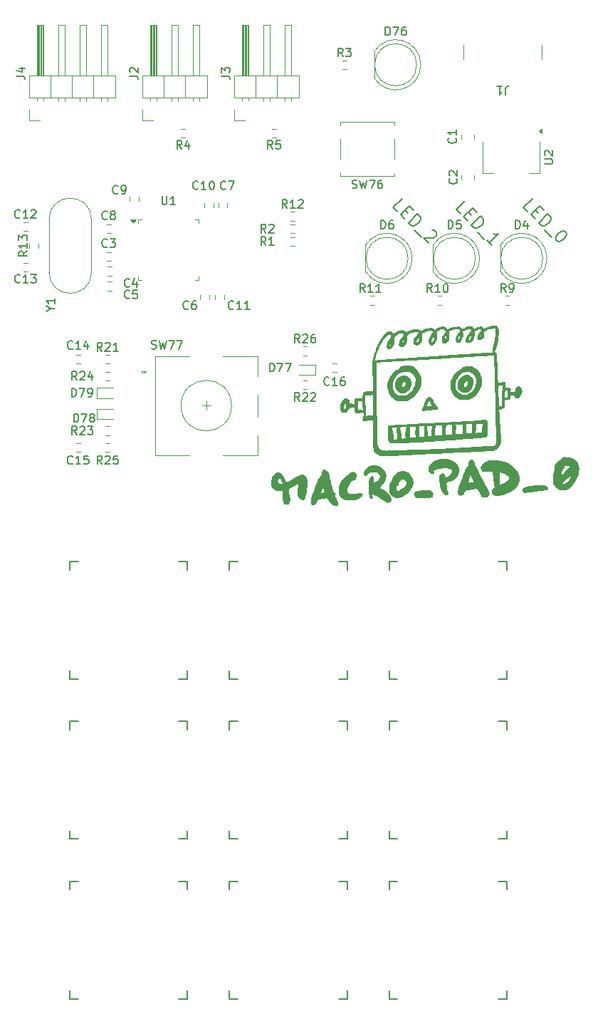
<source format=gbr>
%TF.GenerationSoftware,KiCad,Pcbnew,8.0.4*%
%TF.CreationDate,2024-10-31T19:52:33+01:00*%
%TF.ProjectId,Keyboard,4b657962-6f61-4726-942e-6b696361645f,rev?*%
%TF.SameCoordinates,Original*%
%TF.FileFunction,Legend,Top*%
%TF.FilePolarity,Positive*%
%FSLAX46Y46*%
G04 Gerber Fmt 4.6, Leading zero omitted, Abs format (unit mm)*
G04 Created by KiCad (PCBNEW 8.0.4) date 2024-10-31 19:52:33*
%MOMM*%
%LPD*%
G01*
G04 APERTURE LIST*
%ADD10C,0.200000*%
%ADD11C,0.150000*%
%ADD12C,0.000000*%
%ADD13C,0.120000*%
G04 APERTURE END LIST*
D10*
X125487812Y-100463495D02*
X124982736Y-99958419D01*
X124982736Y-99958419D02*
X126043396Y-98897759D01*
X126396950Y-100261465D02*
X126750503Y-100615018D01*
X126346442Y-101322125D02*
X125841366Y-100817049D01*
X125841366Y-100817049D02*
X126902026Y-99756389D01*
X126902026Y-99756389D02*
X127407102Y-100261465D01*
X126801011Y-101776694D02*
X127861671Y-100716034D01*
X127861671Y-100716034D02*
X128114209Y-100968572D01*
X128114209Y-100968572D02*
X128215224Y-101170602D01*
X128215224Y-101170602D02*
X128215224Y-101372633D01*
X128215224Y-101372633D02*
X128164717Y-101524156D01*
X128164717Y-101524156D02*
X128013194Y-101776694D01*
X128013194Y-101776694D02*
X127861671Y-101928217D01*
X127861671Y-101928217D02*
X127609133Y-102079739D01*
X127609133Y-102079739D02*
X127457610Y-102130247D01*
X127457610Y-102130247D02*
X127255579Y-102130247D01*
X127255579Y-102130247D02*
X127053549Y-102029232D01*
X127053549Y-102029232D02*
X126801011Y-101776694D01*
X127508118Y-102685831D02*
X128316240Y-103493953D01*
X129578930Y-102635323D02*
X129679945Y-102635323D01*
X129679945Y-102635323D02*
X129831468Y-102685831D01*
X129831468Y-102685831D02*
X130084006Y-102938369D01*
X130084006Y-102938369D02*
X130134514Y-103089892D01*
X130134514Y-103089892D02*
X130134514Y-103190907D01*
X130134514Y-103190907D02*
X130084006Y-103342430D01*
X130084006Y-103342430D02*
X129982991Y-103443445D01*
X129982991Y-103443445D02*
X129780961Y-103544461D01*
X129780961Y-103544461D02*
X128568778Y-103544461D01*
X128568778Y-103544461D02*
X129225377Y-104201060D01*
X132987812Y-100713495D02*
X132482736Y-100208419D01*
X132482736Y-100208419D02*
X133543396Y-99147759D01*
X133896950Y-100511465D02*
X134250503Y-100865018D01*
X133846442Y-101572125D02*
X133341366Y-101067049D01*
X133341366Y-101067049D02*
X134402026Y-100006389D01*
X134402026Y-100006389D02*
X134907102Y-100511465D01*
X134301011Y-102026694D02*
X135361671Y-100966034D01*
X135361671Y-100966034D02*
X135614209Y-101218572D01*
X135614209Y-101218572D02*
X135715224Y-101420602D01*
X135715224Y-101420602D02*
X135715224Y-101622633D01*
X135715224Y-101622633D02*
X135664717Y-101774156D01*
X135664717Y-101774156D02*
X135513194Y-102026694D01*
X135513194Y-102026694D02*
X135361671Y-102178217D01*
X135361671Y-102178217D02*
X135109133Y-102329739D01*
X135109133Y-102329739D02*
X134957610Y-102380247D01*
X134957610Y-102380247D02*
X134755579Y-102380247D01*
X134755579Y-102380247D02*
X134553549Y-102279232D01*
X134553549Y-102279232D02*
X134301011Y-102026694D01*
X135008118Y-102935831D02*
X135816240Y-103743953D01*
X136725377Y-104451060D02*
X136119285Y-103844968D01*
X136422331Y-104148014D02*
X137482991Y-103087354D01*
X137482991Y-103087354D02*
X137230453Y-103137861D01*
X137230453Y-103137861D02*
X137028422Y-103137861D01*
X137028422Y-103137861D02*
X136876900Y-103087354D01*
X140987812Y-100463495D02*
X140482736Y-99958419D01*
X140482736Y-99958419D02*
X141543396Y-98897759D01*
X141896950Y-100261465D02*
X142250503Y-100615018D01*
X141846442Y-101322125D02*
X141341366Y-100817049D01*
X141341366Y-100817049D02*
X142402026Y-99756389D01*
X142402026Y-99756389D02*
X142907102Y-100261465D01*
X142301011Y-101776694D02*
X143361671Y-100716034D01*
X143361671Y-100716034D02*
X143614209Y-100968572D01*
X143614209Y-100968572D02*
X143715224Y-101170602D01*
X143715224Y-101170602D02*
X143715224Y-101372633D01*
X143715224Y-101372633D02*
X143664717Y-101524156D01*
X143664717Y-101524156D02*
X143513194Y-101776694D01*
X143513194Y-101776694D02*
X143361671Y-101928217D01*
X143361671Y-101928217D02*
X143109133Y-102079739D01*
X143109133Y-102079739D02*
X142957610Y-102130247D01*
X142957610Y-102130247D02*
X142755579Y-102130247D01*
X142755579Y-102130247D02*
X142553549Y-102029232D01*
X142553549Y-102029232D02*
X142301011Y-101776694D01*
X143008118Y-102685831D02*
X143816240Y-103493953D01*
X145432484Y-102786846D02*
X145533499Y-102887861D01*
X145533499Y-102887861D02*
X145584006Y-103039384D01*
X145584006Y-103039384D02*
X145584006Y-103140400D01*
X145584006Y-103140400D02*
X145533499Y-103291922D01*
X145533499Y-103291922D02*
X145381976Y-103544461D01*
X145381976Y-103544461D02*
X145129438Y-103796999D01*
X145129438Y-103796999D02*
X144876900Y-103948522D01*
X144876900Y-103948522D02*
X144725377Y-103999029D01*
X144725377Y-103999029D02*
X144624361Y-103999029D01*
X144624361Y-103999029D02*
X144472839Y-103948522D01*
X144472839Y-103948522D02*
X144371823Y-103847506D01*
X144371823Y-103847506D02*
X144321316Y-103695983D01*
X144321316Y-103695983D02*
X144321316Y-103594968D01*
X144321316Y-103594968D02*
X144371823Y-103443445D01*
X144371823Y-103443445D02*
X144523346Y-103190907D01*
X144523346Y-103190907D02*
X144775884Y-102938369D01*
X144775884Y-102938369D02*
X145028422Y-102786846D01*
X145028422Y-102786846D02*
X145179945Y-102736339D01*
X145179945Y-102736339D02*
X145280961Y-102736339D01*
X145280961Y-102736339D02*
X145432484Y-102786846D01*
D11*
X81454819Y-105142857D02*
X80978628Y-105476190D01*
X81454819Y-105714285D02*
X80454819Y-105714285D01*
X80454819Y-105714285D02*
X80454819Y-105333333D01*
X80454819Y-105333333D02*
X80502438Y-105238095D01*
X80502438Y-105238095D02*
X80550057Y-105190476D01*
X80550057Y-105190476D02*
X80645295Y-105142857D01*
X80645295Y-105142857D02*
X80788152Y-105142857D01*
X80788152Y-105142857D02*
X80883390Y-105190476D01*
X80883390Y-105190476D02*
X80931009Y-105238095D01*
X80931009Y-105238095D02*
X80978628Y-105333333D01*
X80978628Y-105333333D02*
X80978628Y-105714285D01*
X81454819Y-104190476D02*
X81454819Y-104761904D01*
X81454819Y-104476190D02*
X80454819Y-104476190D01*
X80454819Y-104476190D02*
X80597676Y-104571428D01*
X80597676Y-104571428D02*
X80692914Y-104666666D01*
X80692914Y-104666666D02*
X80740533Y-104761904D01*
X80454819Y-103857142D02*
X80454819Y-103238095D01*
X80454819Y-103238095D02*
X80835771Y-103571428D01*
X80835771Y-103571428D02*
X80835771Y-103428571D01*
X80835771Y-103428571D02*
X80883390Y-103333333D01*
X80883390Y-103333333D02*
X80931009Y-103285714D01*
X80931009Y-103285714D02*
X81026247Y-103238095D01*
X81026247Y-103238095D02*
X81264342Y-103238095D01*
X81264342Y-103238095D02*
X81359580Y-103285714D01*
X81359580Y-103285714D02*
X81407200Y-103333333D01*
X81407200Y-103333333D02*
X81454819Y-103428571D01*
X81454819Y-103428571D02*
X81454819Y-103714285D01*
X81454819Y-103714285D02*
X81407200Y-103809523D01*
X81407200Y-103809523D02*
X81359580Y-103857142D01*
X112357142Y-100024819D02*
X112023809Y-99548628D01*
X111785714Y-100024819D02*
X111785714Y-99024819D01*
X111785714Y-99024819D02*
X112166666Y-99024819D01*
X112166666Y-99024819D02*
X112261904Y-99072438D01*
X112261904Y-99072438D02*
X112309523Y-99120057D01*
X112309523Y-99120057D02*
X112357142Y-99215295D01*
X112357142Y-99215295D02*
X112357142Y-99358152D01*
X112357142Y-99358152D02*
X112309523Y-99453390D01*
X112309523Y-99453390D02*
X112261904Y-99501009D01*
X112261904Y-99501009D02*
X112166666Y-99548628D01*
X112166666Y-99548628D02*
X111785714Y-99548628D01*
X113309523Y-100024819D02*
X112738095Y-100024819D01*
X113023809Y-100024819D02*
X113023809Y-99024819D01*
X113023809Y-99024819D02*
X112928571Y-99167676D01*
X112928571Y-99167676D02*
X112833333Y-99262914D01*
X112833333Y-99262914D02*
X112738095Y-99310533D01*
X113690476Y-99120057D02*
X113738095Y-99072438D01*
X113738095Y-99072438D02*
X113833333Y-99024819D01*
X113833333Y-99024819D02*
X114071428Y-99024819D01*
X114071428Y-99024819D02*
X114166666Y-99072438D01*
X114166666Y-99072438D02*
X114214285Y-99120057D01*
X114214285Y-99120057D02*
X114261904Y-99215295D01*
X114261904Y-99215295D02*
X114261904Y-99310533D01*
X114261904Y-99310533D02*
X114214285Y-99453390D01*
X114214285Y-99453390D02*
X113642857Y-100024819D01*
X113642857Y-100024819D02*
X114261904Y-100024819D01*
X121607142Y-110024819D02*
X121273809Y-109548628D01*
X121035714Y-110024819D02*
X121035714Y-109024819D01*
X121035714Y-109024819D02*
X121416666Y-109024819D01*
X121416666Y-109024819D02*
X121511904Y-109072438D01*
X121511904Y-109072438D02*
X121559523Y-109120057D01*
X121559523Y-109120057D02*
X121607142Y-109215295D01*
X121607142Y-109215295D02*
X121607142Y-109358152D01*
X121607142Y-109358152D02*
X121559523Y-109453390D01*
X121559523Y-109453390D02*
X121511904Y-109501009D01*
X121511904Y-109501009D02*
X121416666Y-109548628D01*
X121416666Y-109548628D02*
X121035714Y-109548628D01*
X122559523Y-110024819D02*
X121988095Y-110024819D01*
X122273809Y-110024819D02*
X122273809Y-109024819D01*
X122273809Y-109024819D02*
X122178571Y-109167676D01*
X122178571Y-109167676D02*
X122083333Y-109262914D01*
X122083333Y-109262914D02*
X121988095Y-109310533D01*
X123511904Y-110024819D02*
X122940476Y-110024819D01*
X123226190Y-110024819D02*
X123226190Y-109024819D01*
X123226190Y-109024819D02*
X123130952Y-109167676D01*
X123130952Y-109167676D02*
X123035714Y-109262914D01*
X123035714Y-109262914D02*
X122940476Y-109310533D01*
X129607142Y-110024819D02*
X129273809Y-109548628D01*
X129035714Y-110024819D02*
X129035714Y-109024819D01*
X129035714Y-109024819D02*
X129416666Y-109024819D01*
X129416666Y-109024819D02*
X129511904Y-109072438D01*
X129511904Y-109072438D02*
X129559523Y-109120057D01*
X129559523Y-109120057D02*
X129607142Y-109215295D01*
X129607142Y-109215295D02*
X129607142Y-109358152D01*
X129607142Y-109358152D02*
X129559523Y-109453390D01*
X129559523Y-109453390D02*
X129511904Y-109501009D01*
X129511904Y-109501009D02*
X129416666Y-109548628D01*
X129416666Y-109548628D02*
X129035714Y-109548628D01*
X130559523Y-110024819D02*
X129988095Y-110024819D01*
X130273809Y-110024819D02*
X130273809Y-109024819D01*
X130273809Y-109024819D02*
X130178571Y-109167676D01*
X130178571Y-109167676D02*
X130083333Y-109262914D01*
X130083333Y-109262914D02*
X129988095Y-109310533D01*
X131178571Y-109024819D02*
X131273809Y-109024819D01*
X131273809Y-109024819D02*
X131369047Y-109072438D01*
X131369047Y-109072438D02*
X131416666Y-109120057D01*
X131416666Y-109120057D02*
X131464285Y-109215295D01*
X131464285Y-109215295D02*
X131511904Y-109405771D01*
X131511904Y-109405771D02*
X131511904Y-109643866D01*
X131511904Y-109643866D02*
X131464285Y-109834342D01*
X131464285Y-109834342D02*
X131416666Y-109929580D01*
X131416666Y-109929580D02*
X131369047Y-109977200D01*
X131369047Y-109977200D02*
X131273809Y-110024819D01*
X131273809Y-110024819D02*
X131178571Y-110024819D01*
X131178571Y-110024819D02*
X131083333Y-109977200D01*
X131083333Y-109977200D02*
X131035714Y-109929580D01*
X131035714Y-109929580D02*
X130988095Y-109834342D01*
X130988095Y-109834342D02*
X130940476Y-109643866D01*
X130940476Y-109643866D02*
X130940476Y-109405771D01*
X130940476Y-109405771D02*
X130988095Y-109215295D01*
X130988095Y-109215295D02*
X131035714Y-109120057D01*
X131035714Y-109120057D02*
X131083333Y-109072438D01*
X131083333Y-109072438D02*
X131178571Y-109024819D01*
X138373333Y-110024819D02*
X138040000Y-109548628D01*
X137801905Y-110024819D02*
X137801905Y-109024819D01*
X137801905Y-109024819D02*
X138182857Y-109024819D01*
X138182857Y-109024819D02*
X138278095Y-109072438D01*
X138278095Y-109072438D02*
X138325714Y-109120057D01*
X138325714Y-109120057D02*
X138373333Y-109215295D01*
X138373333Y-109215295D02*
X138373333Y-109358152D01*
X138373333Y-109358152D02*
X138325714Y-109453390D01*
X138325714Y-109453390D02*
X138278095Y-109501009D01*
X138278095Y-109501009D02*
X138182857Y-109548628D01*
X138182857Y-109548628D02*
X137801905Y-109548628D01*
X138849524Y-110024819D02*
X139040000Y-110024819D01*
X139040000Y-110024819D02*
X139135238Y-109977200D01*
X139135238Y-109977200D02*
X139182857Y-109929580D01*
X139182857Y-109929580D02*
X139278095Y-109786723D01*
X139278095Y-109786723D02*
X139325714Y-109596247D01*
X139325714Y-109596247D02*
X139325714Y-109215295D01*
X139325714Y-109215295D02*
X139278095Y-109120057D01*
X139278095Y-109120057D02*
X139230476Y-109072438D01*
X139230476Y-109072438D02*
X139135238Y-109024819D01*
X139135238Y-109024819D02*
X138944762Y-109024819D01*
X138944762Y-109024819D02*
X138849524Y-109072438D01*
X138849524Y-109072438D02*
X138801905Y-109120057D01*
X138801905Y-109120057D02*
X138754286Y-109215295D01*
X138754286Y-109215295D02*
X138754286Y-109453390D01*
X138754286Y-109453390D02*
X138801905Y-109548628D01*
X138801905Y-109548628D02*
X138849524Y-109596247D01*
X138849524Y-109596247D02*
X138944762Y-109643866D01*
X138944762Y-109643866D02*
X139135238Y-109643866D01*
X139135238Y-109643866D02*
X139230476Y-109596247D01*
X139230476Y-109596247D02*
X139278095Y-109548628D01*
X139278095Y-109548628D02*
X139325714Y-109453390D01*
X123506905Y-102494819D02*
X123506905Y-101494819D01*
X123506905Y-101494819D02*
X123745000Y-101494819D01*
X123745000Y-101494819D02*
X123887857Y-101542438D01*
X123887857Y-101542438D02*
X123983095Y-101637676D01*
X123983095Y-101637676D02*
X124030714Y-101732914D01*
X124030714Y-101732914D02*
X124078333Y-101923390D01*
X124078333Y-101923390D02*
X124078333Y-102066247D01*
X124078333Y-102066247D02*
X124030714Y-102256723D01*
X124030714Y-102256723D02*
X123983095Y-102351961D01*
X123983095Y-102351961D02*
X123887857Y-102447200D01*
X123887857Y-102447200D02*
X123745000Y-102494819D01*
X123745000Y-102494819D02*
X123506905Y-102494819D01*
X124935476Y-101494819D02*
X124745000Y-101494819D01*
X124745000Y-101494819D02*
X124649762Y-101542438D01*
X124649762Y-101542438D02*
X124602143Y-101590057D01*
X124602143Y-101590057D02*
X124506905Y-101732914D01*
X124506905Y-101732914D02*
X124459286Y-101923390D01*
X124459286Y-101923390D02*
X124459286Y-102304342D01*
X124459286Y-102304342D02*
X124506905Y-102399580D01*
X124506905Y-102399580D02*
X124554524Y-102447200D01*
X124554524Y-102447200D02*
X124649762Y-102494819D01*
X124649762Y-102494819D02*
X124840238Y-102494819D01*
X124840238Y-102494819D02*
X124935476Y-102447200D01*
X124935476Y-102447200D02*
X124983095Y-102399580D01*
X124983095Y-102399580D02*
X125030714Y-102304342D01*
X125030714Y-102304342D02*
X125030714Y-102066247D01*
X125030714Y-102066247D02*
X124983095Y-101971009D01*
X124983095Y-101971009D02*
X124935476Y-101923390D01*
X124935476Y-101923390D02*
X124840238Y-101875771D01*
X124840238Y-101875771D02*
X124649762Y-101875771D01*
X124649762Y-101875771D02*
X124554524Y-101923390D01*
X124554524Y-101923390D02*
X124506905Y-101971009D01*
X124506905Y-101971009D02*
X124459286Y-102066247D01*
X131531905Y-102494819D02*
X131531905Y-101494819D01*
X131531905Y-101494819D02*
X131770000Y-101494819D01*
X131770000Y-101494819D02*
X131912857Y-101542438D01*
X131912857Y-101542438D02*
X132008095Y-101637676D01*
X132008095Y-101637676D02*
X132055714Y-101732914D01*
X132055714Y-101732914D02*
X132103333Y-101923390D01*
X132103333Y-101923390D02*
X132103333Y-102066247D01*
X132103333Y-102066247D02*
X132055714Y-102256723D01*
X132055714Y-102256723D02*
X132008095Y-102351961D01*
X132008095Y-102351961D02*
X131912857Y-102447200D01*
X131912857Y-102447200D02*
X131770000Y-102494819D01*
X131770000Y-102494819D02*
X131531905Y-102494819D01*
X133008095Y-101494819D02*
X132531905Y-101494819D01*
X132531905Y-101494819D02*
X132484286Y-101971009D01*
X132484286Y-101971009D02*
X132531905Y-101923390D01*
X132531905Y-101923390D02*
X132627143Y-101875771D01*
X132627143Y-101875771D02*
X132865238Y-101875771D01*
X132865238Y-101875771D02*
X132960476Y-101923390D01*
X132960476Y-101923390D02*
X133008095Y-101971009D01*
X133008095Y-101971009D02*
X133055714Y-102066247D01*
X133055714Y-102066247D02*
X133055714Y-102304342D01*
X133055714Y-102304342D02*
X133008095Y-102399580D01*
X133008095Y-102399580D02*
X132960476Y-102447200D01*
X132960476Y-102447200D02*
X132865238Y-102494819D01*
X132865238Y-102494819D02*
X132627143Y-102494819D01*
X132627143Y-102494819D02*
X132531905Y-102447200D01*
X132531905Y-102447200D02*
X132484286Y-102399580D01*
X139531905Y-102494819D02*
X139531905Y-101494819D01*
X139531905Y-101494819D02*
X139770000Y-101494819D01*
X139770000Y-101494819D02*
X139912857Y-101542438D01*
X139912857Y-101542438D02*
X140008095Y-101637676D01*
X140008095Y-101637676D02*
X140055714Y-101732914D01*
X140055714Y-101732914D02*
X140103333Y-101923390D01*
X140103333Y-101923390D02*
X140103333Y-102066247D01*
X140103333Y-102066247D02*
X140055714Y-102256723D01*
X140055714Y-102256723D02*
X140008095Y-102351961D01*
X140008095Y-102351961D02*
X139912857Y-102447200D01*
X139912857Y-102447200D02*
X139770000Y-102494819D01*
X139770000Y-102494819D02*
X139531905Y-102494819D01*
X140960476Y-101828152D02*
X140960476Y-102494819D01*
X140722381Y-101447200D02*
X140484286Y-102161485D01*
X140484286Y-102161485D02*
X141103333Y-102161485D01*
X104566819Y-84323333D02*
X105281104Y-84323333D01*
X105281104Y-84323333D02*
X105423961Y-84370952D01*
X105423961Y-84370952D02*
X105519200Y-84466190D01*
X105519200Y-84466190D02*
X105566819Y-84609047D01*
X105566819Y-84609047D02*
X105566819Y-84704285D01*
X104566819Y-83942380D02*
X104566819Y-83323333D01*
X104566819Y-83323333D02*
X104947771Y-83656666D01*
X104947771Y-83656666D02*
X104947771Y-83513809D01*
X104947771Y-83513809D02*
X104995390Y-83418571D01*
X104995390Y-83418571D02*
X105043009Y-83370952D01*
X105043009Y-83370952D02*
X105138247Y-83323333D01*
X105138247Y-83323333D02*
X105376342Y-83323333D01*
X105376342Y-83323333D02*
X105471580Y-83370952D01*
X105471580Y-83370952D02*
X105519200Y-83418571D01*
X105519200Y-83418571D02*
X105566819Y-83513809D01*
X105566819Y-83513809D02*
X105566819Y-83799523D01*
X105566819Y-83799523D02*
X105519200Y-83894761D01*
X105519200Y-83894761D02*
X105471580Y-83942380D01*
X93644819Y-84323333D02*
X94359104Y-84323333D01*
X94359104Y-84323333D02*
X94501961Y-84370952D01*
X94501961Y-84370952D02*
X94597200Y-84466190D01*
X94597200Y-84466190D02*
X94644819Y-84609047D01*
X94644819Y-84609047D02*
X94644819Y-84704285D01*
X93740057Y-83894761D02*
X93692438Y-83847142D01*
X93692438Y-83847142D02*
X93644819Y-83751904D01*
X93644819Y-83751904D02*
X93644819Y-83513809D01*
X93644819Y-83513809D02*
X93692438Y-83418571D01*
X93692438Y-83418571D02*
X93740057Y-83370952D01*
X93740057Y-83370952D02*
X93835295Y-83323333D01*
X93835295Y-83323333D02*
X93930533Y-83323333D01*
X93930533Y-83323333D02*
X94073390Y-83370952D01*
X94073390Y-83370952D02*
X94644819Y-83942380D01*
X94644819Y-83942380D02*
X94644819Y-83323333D01*
X110629333Y-92996819D02*
X110296000Y-92520628D01*
X110057905Y-92996819D02*
X110057905Y-91996819D01*
X110057905Y-91996819D02*
X110438857Y-91996819D01*
X110438857Y-91996819D02*
X110534095Y-92044438D01*
X110534095Y-92044438D02*
X110581714Y-92092057D01*
X110581714Y-92092057D02*
X110629333Y-92187295D01*
X110629333Y-92187295D02*
X110629333Y-92330152D01*
X110629333Y-92330152D02*
X110581714Y-92425390D01*
X110581714Y-92425390D02*
X110534095Y-92473009D01*
X110534095Y-92473009D02*
X110438857Y-92520628D01*
X110438857Y-92520628D02*
X110057905Y-92520628D01*
X111534095Y-91996819D02*
X111057905Y-91996819D01*
X111057905Y-91996819D02*
X111010286Y-92473009D01*
X111010286Y-92473009D02*
X111057905Y-92425390D01*
X111057905Y-92425390D02*
X111153143Y-92377771D01*
X111153143Y-92377771D02*
X111391238Y-92377771D01*
X111391238Y-92377771D02*
X111486476Y-92425390D01*
X111486476Y-92425390D02*
X111534095Y-92473009D01*
X111534095Y-92473009D02*
X111581714Y-92568247D01*
X111581714Y-92568247D02*
X111581714Y-92806342D01*
X111581714Y-92806342D02*
X111534095Y-92901580D01*
X111534095Y-92901580D02*
X111486476Y-92949200D01*
X111486476Y-92949200D02*
X111391238Y-92996819D01*
X111391238Y-92996819D02*
X111153143Y-92996819D01*
X111153143Y-92996819D02*
X111057905Y-92949200D01*
X111057905Y-92949200D02*
X111010286Y-92901580D01*
X92241333Y-98247580D02*
X92193714Y-98295200D01*
X92193714Y-98295200D02*
X92050857Y-98342819D01*
X92050857Y-98342819D02*
X91955619Y-98342819D01*
X91955619Y-98342819D02*
X91812762Y-98295200D01*
X91812762Y-98295200D02*
X91717524Y-98199961D01*
X91717524Y-98199961D02*
X91669905Y-98104723D01*
X91669905Y-98104723D02*
X91622286Y-97914247D01*
X91622286Y-97914247D02*
X91622286Y-97771390D01*
X91622286Y-97771390D02*
X91669905Y-97580914D01*
X91669905Y-97580914D02*
X91717524Y-97485676D01*
X91717524Y-97485676D02*
X91812762Y-97390438D01*
X91812762Y-97390438D02*
X91955619Y-97342819D01*
X91955619Y-97342819D02*
X92050857Y-97342819D01*
X92050857Y-97342819D02*
X92193714Y-97390438D01*
X92193714Y-97390438D02*
X92241333Y-97438057D01*
X92717524Y-98342819D02*
X92908000Y-98342819D01*
X92908000Y-98342819D02*
X93003238Y-98295200D01*
X93003238Y-98295200D02*
X93050857Y-98247580D01*
X93050857Y-98247580D02*
X93146095Y-98104723D01*
X93146095Y-98104723D02*
X93193714Y-97914247D01*
X93193714Y-97914247D02*
X93193714Y-97533295D01*
X93193714Y-97533295D02*
X93146095Y-97438057D01*
X93146095Y-97438057D02*
X93098476Y-97390438D01*
X93098476Y-97390438D02*
X93003238Y-97342819D01*
X93003238Y-97342819D02*
X92812762Y-97342819D01*
X92812762Y-97342819D02*
X92717524Y-97390438D01*
X92717524Y-97390438D02*
X92669905Y-97438057D01*
X92669905Y-97438057D02*
X92622286Y-97533295D01*
X92622286Y-97533295D02*
X92622286Y-97771390D01*
X92622286Y-97771390D02*
X92669905Y-97866628D01*
X92669905Y-97866628D02*
X92717524Y-97914247D01*
X92717524Y-97914247D02*
X92812762Y-97961866D01*
X92812762Y-97961866D02*
X93003238Y-97961866D01*
X93003238Y-97961866D02*
X93098476Y-97914247D01*
X93098476Y-97914247D02*
X93146095Y-97866628D01*
X93146095Y-97866628D02*
X93193714Y-97771390D01*
X101769642Y-97727580D02*
X101722023Y-97775200D01*
X101722023Y-97775200D02*
X101579166Y-97822819D01*
X101579166Y-97822819D02*
X101483928Y-97822819D01*
X101483928Y-97822819D02*
X101341071Y-97775200D01*
X101341071Y-97775200D02*
X101245833Y-97679961D01*
X101245833Y-97679961D02*
X101198214Y-97584723D01*
X101198214Y-97584723D02*
X101150595Y-97394247D01*
X101150595Y-97394247D02*
X101150595Y-97251390D01*
X101150595Y-97251390D02*
X101198214Y-97060914D01*
X101198214Y-97060914D02*
X101245833Y-96965676D01*
X101245833Y-96965676D02*
X101341071Y-96870438D01*
X101341071Y-96870438D02*
X101483928Y-96822819D01*
X101483928Y-96822819D02*
X101579166Y-96822819D01*
X101579166Y-96822819D02*
X101722023Y-96870438D01*
X101722023Y-96870438D02*
X101769642Y-96918057D01*
X102722023Y-97822819D02*
X102150595Y-97822819D01*
X102436309Y-97822819D02*
X102436309Y-96822819D01*
X102436309Y-96822819D02*
X102341071Y-96965676D01*
X102341071Y-96965676D02*
X102245833Y-97060914D01*
X102245833Y-97060914D02*
X102150595Y-97108533D01*
X103341071Y-96822819D02*
X103436309Y-96822819D01*
X103436309Y-96822819D02*
X103531547Y-96870438D01*
X103531547Y-96870438D02*
X103579166Y-96918057D01*
X103579166Y-96918057D02*
X103626785Y-97013295D01*
X103626785Y-97013295D02*
X103674404Y-97203771D01*
X103674404Y-97203771D02*
X103674404Y-97441866D01*
X103674404Y-97441866D02*
X103626785Y-97632342D01*
X103626785Y-97632342D02*
X103579166Y-97727580D01*
X103579166Y-97727580D02*
X103531547Y-97775200D01*
X103531547Y-97775200D02*
X103436309Y-97822819D01*
X103436309Y-97822819D02*
X103341071Y-97822819D01*
X103341071Y-97822819D02*
X103245833Y-97775200D01*
X103245833Y-97775200D02*
X103198214Y-97727580D01*
X103198214Y-97727580D02*
X103150595Y-97632342D01*
X103150595Y-97632342D02*
X103102976Y-97441866D01*
X103102976Y-97441866D02*
X103102976Y-97203771D01*
X103102976Y-97203771D02*
X103150595Y-97013295D01*
X103150595Y-97013295D02*
X103198214Y-96918057D01*
X103198214Y-96918057D02*
X103245833Y-96870438D01*
X103245833Y-96870438D02*
X103341071Y-96822819D01*
X90971333Y-101295580D02*
X90923714Y-101343200D01*
X90923714Y-101343200D02*
X90780857Y-101390819D01*
X90780857Y-101390819D02*
X90685619Y-101390819D01*
X90685619Y-101390819D02*
X90542762Y-101343200D01*
X90542762Y-101343200D02*
X90447524Y-101247961D01*
X90447524Y-101247961D02*
X90399905Y-101152723D01*
X90399905Y-101152723D02*
X90352286Y-100962247D01*
X90352286Y-100962247D02*
X90352286Y-100819390D01*
X90352286Y-100819390D02*
X90399905Y-100628914D01*
X90399905Y-100628914D02*
X90447524Y-100533676D01*
X90447524Y-100533676D02*
X90542762Y-100438438D01*
X90542762Y-100438438D02*
X90685619Y-100390819D01*
X90685619Y-100390819D02*
X90780857Y-100390819D01*
X90780857Y-100390819D02*
X90923714Y-100438438D01*
X90923714Y-100438438D02*
X90971333Y-100486057D01*
X91542762Y-100819390D02*
X91447524Y-100771771D01*
X91447524Y-100771771D02*
X91399905Y-100724152D01*
X91399905Y-100724152D02*
X91352286Y-100628914D01*
X91352286Y-100628914D02*
X91352286Y-100581295D01*
X91352286Y-100581295D02*
X91399905Y-100486057D01*
X91399905Y-100486057D02*
X91447524Y-100438438D01*
X91447524Y-100438438D02*
X91542762Y-100390819D01*
X91542762Y-100390819D02*
X91733238Y-100390819D01*
X91733238Y-100390819D02*
X91828476Y-100438438D01*
X91828476Y-100438438D02*
X91876095Y-100486057D01*
X91876095Y-100486057D02*
X91923714Y-100581295D01*
X91923714Y-100581295D02*
X91923714Y-100628914D01*
X91923714Y-100628914D02*
X91876095Y-100724152D01*
X91876095Y-100724152D02*
X91828476Y-100771771D01*
X91828476Y-100771771D02*
X91733238Y-100819390D01*
X91733238Y-100819390D02*
X91542762Y-100819390D01*
X91542762Y-100819390D02*
X91447524Y-100867009D01*
X91447524Y-100867009D02*
X91399905Y-100914628D01*
X91399905Y-100914628D02*
X91352286Y-101009866D01*
X91352286Y-101009866D02*
X91352286Y-101200342D01*
X91352286Y-101200342D02*
X91399905Y-101295580D01*
X91399905Y-101295580D02*
X91447524Y-101343200D01*
X91447524Y-101343200D02*
X91542762Y-101390819D01*
X91542762Y-101390819D02*
X91733238Y-101390819D01*
X91733238Y-101390819D02*
X91828476Y-101343200D01*
X91828476Y-101343200D02*
X91876095Y-101295580D01*
X91876095Y-101295580D02*
X91923714Y-101200342D01*
X91923714Y-101200342D02*
X91923714Y-101009866D01*
X91923714Y-101009866D02*
X91876095Y-100914628D01*
X91876095Y-100914628D02*
X91828476Y-100867009D01*
X91828476Y-100867009D02*
X91733238Y-100819390D01*
X80589142Y-108821580D02*
X80541523Y-108869200D01*
X80541523Y-108869200D02*
X80398666Y-108916819D01*
X80398666Y-108916819D02*
X80303428Y-108916819D01*
X80303428Y-108916819D02*
X80160571Y-108869200D01*
X80160571Y-108869200D02*
X80065333Y-108773961D01*
X80065333Y-108773961D02*
X80017714Y-108678723D01*
X80017714Y-108678723D02*
X79970095Y-108488247D01*
X79970095Y-108488247D02*
X79970095Y-108345390D01*
X79970095Y-108345390D02*
X80017714Y-108154914D01*
X80017714Y-108154914D02*
X80065333Y-108059676D01*
X80065333Y-108059676D02*
X80160571Y-107964438D01*
X80160571Y-107964438D02*
X80303428Y-107916819D01*
X80303428Y-107916819D02*
X80398666Y-107916819D01*
X80398666Y-107916819D02*
X80541523Y-107964438D01*
X80541523Y-107964438D02*
X80589142Y-108012057D01*
X81541523Y-108916819D02*
X80970095Y-108916819D01*
X81255809Y-108916819D02*
X81255809Y-107916819D01*
X81255809Y-107916819D02*
X81160571Y-108059676D01*
X81160571Y-108059676D02*
X81065333Y-108154914D01*
X81065333Y-108154914D02*
X80970095Y-108202533D01*
X81874857Y-107916819D02*
X82493904Y-107916819D01*
X82493904Y-107916819D02*
X82160571Y-108297771D01*
X82160571Y-108297771D02*
X82303428Y-108297771D01*
X82303428Y-108297771D02*
X82398666Y-108345390D01*
X82398666Y-108345390D02*
X82446285Y-108393009D01*
X82446285Y-108393009D02*
X82493904Y-108488247D01*
X82493904Y-108488247D02*
X82493904Y-108726342D01*
X82493904Y-108726342D02*
X82446285Y-108821580D01*
X82446285Y-108821580D02*
X82398666Y-108869200D01*
X82398666Y-108869200D02*
X82303428Y-108916819D01*
X82303428Y-108916819D02*
X82017714Y-108916819D01*
X82017714Y-108916819D02*
X81922476Y-108869200D01*
X81922476Y-108869200D02*
X81874857Y-108821580D01*
X105039833Y-97727580D02*
X104992214Y-97775200D01*
X104992214Y-97775200D02*
X104849357Y-97822819D01*
X104849357Y-97822819D02*
X104754119Y-97822819D01*
X104754119Y-97822819D02*
X104611262Y-97775200D01*
X104611262Y-97775200D02*
X104516024Y-97679961D01*
X104516024Y-97679961D02*
X104468405Y-97584723D01*
X104468405Y-97584723D02*
X104420786Y-97394247D01*
X104420786Y-97394247D02*
X104420786Y-97251390D01*
X104420786Y-97251390D02*
X104468405Y-97060914D01*
X104468405Y-97060914D02*
X104516024Y-96965676D01*
X104516024Y-96965676D02*
X104611262Y-96870438D01*
X104611262Y-96870438D02*
X104754119Y-96822819D01*
X104754119Y-96822819D02*
X104849357Y-96822819D01*
X104849357Y-96822819D02*
X104992214Y-96870438D01*
X104992214Y-96870438D02*
X105039833Y-96918057D01*
X105373167Y-96822819D02*
X106039833Y-96822819D01*
X106039833Y-96822819D02*
X105611262Y-97822819D01*
X90357142Y-117024819D02*
X90023809Y-116548628D01*
X89785714Y-117024819D02*
X89785714Y-116024819D01*
X89785714Y-116024819D02*
X90166666Y-116024819D01*
X90166666Y-116024819D02*
X90261904Y-116072438D01*
X90261904Y-116072438D02*
X90309523Y-116120057D01*
X90309523Y-116120057D02*
X90357142Y-116215295D01*
X90357142Y-116215295D02*
X90357142Y-116358152D01*
X90357142Y-116358152D02*
X90309523Y-116453390D01*
X90309523Y-116453390D02*
X90261904Y-116501009D01*
X90261904Y-116501009D02*
X90166666Y-116548628D01*
X90166666Y-116548628D02*
X89785714Y-116548628D01*
X90738095Y-116120057D02*
X90785714Y-116072438D01*
X90785714Y-116072438D02*
X90880952Y-116024819D01*
X90880952Y-116024819D02*
X91119047Y-116024819D01*
X91119047Y-116024819D02*
X91214285Y-116072438D01*
X91214285Y-116072438D02*
X91261904Y-116120057D01*
X91261904Y-116120057D02*
X91309523Y-116215295D01*
X91309523Y-116215295D02*
X91309523Y-116310533D01*
X91309523Y-116310533D02*
X91261904Y-116453390D01*
X91261904Y-116453390D02*
X90690476Y-117024819D01*
X90690476Y-117024819D02*
X91309523Y-117024819D01*
X92261904Y-117024819D02*
X91690476Y-117024819D01*
X91976190Y-117024819D02*
X91976190Y-116024819D01*
X91976190Y-116024819D02*
X91880952Y-116167676D01*
X91880952Y-116167676D02*
X91785714Y-116262914D01*
X91785714Y-116262914D02*
X91690476Y-116310533D01*
X96240476Y-116707200D02*
X96383333Y-116754819D01*
X96383333Y-116754819D02*
X96621428Y-116754819D01*
X96621428Y-116754819D02*
X96716666Y-116707200D01*
X96716666Y-116707200D02*
X96764285Y-116659580D01*
X96764285Y-116659580D02*
X96811904Y-116564342D01*
X96811904Y-116564342D02*
X96811904Y-116469104D01*
X96811904Y-116469104D02*
X96764285Y-116373866D01*
X96764285Y-116373866D02*
X96716666Y-116326247D01*
X96716666Y-116326247D02*
X96621428Y-116278628D01*
X96621428Y-116278628D02*
X96430952Y-116231009D01*
X96430952Y-116231009D02*
X96335714Y-116183390D01*
X96335714Y-116183390D02*
X96288095Y-116135771D01*
X96288095Y-116135771D02*
X96240476Y-116040533D01*
X96240476Y-116040533D02*
X96240476Y-115945295D01*
X96240476Y-115945295D02*
X96288095Y-115850057D01*
X96288095Y-115850057D02*
X96335714Y-115802438D01*
X96335714Y-115802438D02*
X96430952Y-115754819D01*
X96430952Y-115754819D02*
X96669047Y-115754819D01*
X96669047Y-115754819D02*
X96811904Y-115802438D01*
X97145238Y-115754819D02*
X97383333Y-116754819D01*
X97383333Y-116754819D02*
X97573809Y-116040533D01*
X97573809Y-116040533D02*
X97764285Y-116754819D01*
X97764285Y-116754819D02*
X98002381Y-115754819D01*
X98288095Y-115754819D02*
X98954761Y-115754819D01*
X98954761Y-115754819D02*
X98526190Y-116754819D01*
X99240476Y-115754819D02*
X99907142Y-115754819D01*
X99907142Y-115754819D02*
X99478571Y-116754819D01*
X142954819Y-94761904D02*
X143764342Y-94761904D01*
X143764342Y-94761904D02*
X143859580Y-94714285D01*
X143859580Y-94714285D02*
X143907200Y-94666666D01*
X143907200Y-94666666D02*
X143954819Y-94571428D01*
X143954819Y-94571428D02*
X143954819Y-94380952D01*
X143954819Y-94380952D02*
X143907200Y-94285714D01*
X143907200Y-94285714D02*
X143859580Y-94238095D01*
X143859580Y-94238095D02*
X143764342Y-94190476D01*
X143764342Y-94190476D02*
X142954819Y-94190476D01*
X143050057Y-93761904D02*
X143002438Y-93714285D01*
X143002438Y-93714285D02*
X142954819Y-93619047D01*
X142954819Y-93619047D02*
X142954819Y-93380952D01*
X142954819Y-93380952D02*
X143002438Y-93285714D01*
X143002438Y-93285714D02*
X143050057Y-93238095D01*
X143050057Y-93238095D02*
X143145295Y-93190476D01*
X143145295Y-93190476D02*
X143240533Y-93190476D01*
X143240533Y-93190476D02*
X143383390Y-93238095D01*
X143383390Y-93238095D02*
X143954819Y-93809523D01*
X143954819Y-93809523D02*
X143954819Y-93190476D01*
X86857142Y-130359580D02*
X86809523Y-130407200D01*
X86809523Y-130407200D02*
X86666666Y-130454819D01*
X86666666Y-130454819D02*
X86571428Y-130454819D01*
X86571428Y-130454819D02*
X86428571Y-130407200D01*
X86428571Y-130407200D02*
X86333333Y-130311961D01*
X86333333Y-130311961D02*
X86285714Y-130216723D01*
X86285714Y-130216723D02*
X86238095Y-130026247D01*
X86238095Y-130026247D02*
X86238095Y-129883390D01*
X86238095Y-129883390D02*
X86285714Y-129692914D01*
X86285714Y-129692914D02*
X86333333Y-129597676D01*
X86333333Y-129597676D02*
X86428571Y-129502438D01*
X86428571Y-129502438D02*
X86571428Y-129454819D01*
X86571428Y-129454819D02*
X86666666Y-129454819D01*
X86666666Y-129454819D02*
X86809523Y-129502438D01*
X86809523Y-129502438D02*
X86857142Y-129550057D01*
X87809523Y-130454819D02*
X87238095Y-130454819D01*
X87523809Y-130454819D02*
X87523809Y-129454819D01*
X87523809Y-129454819D02*
X87428571Y-129597676D01*
X87428571Y-129597676D02*
X87333333Y-129692914D01*
X87333333Y-129692914D02*
X87238095Y-129740533D01*
X88714285Y-129454819D02*
X88238095Y-129454819D01*
X88238095Y-129454819D02*
X88190476Y-129931009D01*
X88190476Y-129931009D02*
X88238095Y-129883390D01*
X88238095Y-129883390D02*
X88333333Y-129835771D01*
X88333333Y-129835771D02*
X88571428Y-129835771D01*
X88571428Y-129835771D02*
X88666666Y-129883390D01*
X88666666Y-129883390D02*
X88714285Y-129931009D01*
X88714285Y-129931009D02*
X88761904Y-130026247D01*
X88761904Y-130026247D02*
X88761904Y-130264342D01*
X88761904Y-130264342D02*
X88714285Y-130359580D01*
X88714285Y-130359580D02*
X88666666Y-130407200D01*
X88666666Y-130407200D02*
X88571428Y-130454819D01*
X88571428Y-130454819D02*
X88333333Y-130454819D01*
X88333333Y-130454819D02*
X88238095Y-130407200D01*
X88238095Y-130407200D02*
X88190476Y-130359580D01*
X110285714Y-119454819D02*
X110285714Y-118454819D01*
X110285714Y-118454819D02*
X110523809Y-118454819D01*
X110523809Y-118454819D02*
X110666666Y-118502438D01*
X110666666Y-118502438D02*
X110761904Y-118597676D01*
X110761904Y-118597676D02*
X110809523Y-118692914D01*
X110809523Y-118692914D02*
X110857142Y-118883390D01*
X110857142Y-118883390D02*
X110857142Y-119026247D01*
X110857142Y-119026247D02*
X110809523Y-119216723D01*
X110809523Y-119216723D02*
X110761904Y-119311961D01*
X110761904Y-119311961D02*
X110666666Y-119407200D01*
X110666666Y-119407200D02*
X110523809Y-119454819D01*
X110523809Y-119454819D02*
X110285714Y-119454819D01*
X111190476Y-118454819D02*
X111857142Y-118454819D01*
X111857142Y-118454819D02*
X111428571Y-119454819D01*
X112142857Y-118454819D02*
X112809523Y-118454819D01*
X112809523Y-118454819D02*
X112380952Y-119454819D01*
X109833333Y-104454819D02*
X109500000Y-103978628D01*
X109261905Y-104454819D02*
X109261905Y-103454819D01*
X109261905Y-103454819D02*
X109642857Y-103454819D01*
X109642857Y-103454819D02*
X109738095Y-103502438D01*
X109738095Y-103502438D02*
X109785714Y-103550057D01*
X109785714Y-103550057D02*
X109833333Y-103645295D01*
X109833333Y-103645295D02*
X109833333Y-103788152D01*
X109833333Y-103788152D02*
X109785714Y-103883390D01*
X109785714Y-103883390D02*
X109738095Y-103931009D01*
X109738095Y-103931009D02*
X109642857Y-103978628D01*
X109642857Y-103978628D02*
X109261905Y-103978628D01*
X110785714Y-104454819D02*
X110214286Y-104454819D01*
X110500000Y-104454819D02*
X110500000Y-103454819D01*
X110500000Y-103454819D02*
X110404762Y-103597676D01*
X110404762Y-103597676D02*
X110309524Y-103692914D01*
X110309524Y-103692914D02*
X110214286Y-103740533D01*
X80589142Y-101135580D02*
X80541523Y-101183200D01*
X80541523Y-101183200D02*
X80398666Y-101230819D01*
X80398666Y-101230819D02*
X80303428Y-101230819D01*
X80303428Y-101230819D02*
X80160571Y-101183200D01*
X80160571Y-101183200D02*
X80065333Y-101087961D01*
X80065333Y-101087961D02*
X80017714Y-100992723D01*
X80017714Y-100992723D02*
X79970095Y-100802247D01*
X79970095Y-100802247D02*
X79970095Y-100659390D01*
X79970095Y-100659390D02*
X80017714Y-100468914D01*
X80017714Y-100468914D02*
X80065333Y-100373676D01*
X80065333Y-100373676D02*
X80160571Y-100278438D01*
X80160571Y-100278438D02*
X80303428Y-100230819D01*
X80303428Y-100230819D02*
X80398666Y-100230819D01*
X80398666Y-100230819D02*
X80541523Y-100278438D01*
X80541523Y-100278438D02*
X80589142Y-100326057D01*
X81541523Y-101230819D02*
X80970095Y-101230819D01*
X81255809Y-101230819D02*
X81255809Y-100230819D01*
X81255809Y-100230819D02*
X81160571Y-100373676D01*
X81160571Y-100373676D02*
X81065333Y-100468914D01*
X81065333Y-100468914D02*
X80970095Y-100516533D01*
X81922476Y-100326057D02*
X81970095Y-100278438D01*
X81970095Y-100278438D02*
X82065333Y-100230819D01*
X82065333Y-100230819D02*
X82303428Y-100230819D01*
X82303428Y-100230819D02*
X82398666Y-100278438D01*
X82398666Y-100278438D02*
X82446285Y-100326057D01*
X82446285Y-100326057D02*
X82493904Y-100421295D01*
X82493904Y-100421295D02*
X82493904Y-100516533D01*
X82493904Y-100516533D02*
X82446285Y-100659390D01*
X82446285Y-100659390D02*
X81874857Y-101230819D01*
X81874857Y-101230819D02*
X82493904Y-101230819D01*
X119012333Y-82024819D02*
X118679000Y-81548628D01*
X118440905Y-82024819D02*
X118440905Y-81024819D01*
X118440905Y-81024819D02*
X118821857Y-81024819D01*
X118821857Y-81024819D02*
X118917095Y-81072438D01*
X118917095Y-81072438D02*
X118964714Y-81120057D01*
X118964714Y-81120057D02*
X119012333Y-81215295D01*
X119012333Y-81215295D02*
X119012333Y-81358152D01*
X119012333Y-81358152D02*
X118964714Y-81453390D01*
X118964714Y-81453390D02*
X118917095Y-81501009D01*
X118917095Y-81501009D02*
X118821857Y-81548628D01*
X118821857Y-81548628D02*
X118440905Y-81548628D01*
X119345667Y-81024819D02*
X119964714Y-81024819D01*
X119964714Y-81024819D02*
X119631381Y-81405771D01*
X119631381Y-81405771D02*
X119774238Y-81405771D01*
X119774238Y-81405771D02*
X119869476Y-81453390D01*
X119869476Y-81453390D02*
X119917095Y-81501009D01*
X119917095Y-81501009D02*
X119964714Y-81596247D01*
X119964714Y-81596247D02*
X119964714Y-81834342D01*
X119964714Y-81834342D02*
X119917095Y-81929580D01*
X119917095Y-81929580D02*
X119869476Y-81977200D01*
X119869476Y-81977200D02*
X119774238Y-82024819D01*
X119774238Y-82024819D02*
X119488524Y-82024819D01*
X119488524Y-82024819D02*
X119393286Y-81977200D01*
X119393286Y-81977200D02*
X119345667Y-81929580D01*
X117357142Y-121010580D02*
X117309523Y-121058200D01*
X117309523Y-121058200D02*
X117166666Y-121105819D01*
X117166666Y-121105819D02*
X117071428Y-121105819D01*
X117071428Y-121105819D02*
X116928571Y-121058200D01*
X116928571Y-121058200D02*
X116833333Y-120962961D01*
X116833333Y-120962961D02*
X116785714Y-120867723D01*
X116785714Y-120867723D02*
X116738095Y-120677247D01*
X116738095Y-120677247D02*
X116738095Y-120534390D01*
X116738095Y-120534390D02*
X116785714Y-120343914D01*
X116785714Y-120343914D02*
X116833333Y-120248676D01*
X116833333Y-120248676D02*
X116928571Y-120153438D01*
X116928571Y-120153438D02*
X117071428Y-120105819D01*
X117071428Y-120105819D02*
X117166666Y-120105819D01*
X117166666Y-120105819D02*
X117309523Y-120153438D01*
X117309523Y-120153438D02*
X117357142Y-120201057D01*
X118309523Y-121105819D02*
X117738095Y-121105819D01*
X118023809Y-121105819D02*
X118023809Y-120105819D01*
X118023809Y-120105819D02*
X117928571Y-120248676D01*
X117928571Y-120248676D02*
X117833333Y-120343914D01*
X117833333Y-120343914D02*
X117738095Y-120391533D01*
X119166666Y-120105819D02*
X118976190Y-120105819D01*
X118976190Y-120105819D02*
X118880952Y-120153438D01*
X118880952Y-120153438D02*
X118833333Y-120201057D01*
X118833333Y-120201057D02*
X118738095Y-120343914D01*
X118738095Y-120343914D02*
X118690476Y-120534390D01*
X118690476Y-120534390D02*
X118690476Y-120915342D01*
X118690476Y-120915342D02*
X118738095Y-121010580D01*
X118738095Y-121010580D02*
X118785714Y-121058200D01*
X118785714Y-121058200D02*
X118880952Y-121105819D01*
X118880952Y-121105819D02*
X119071428Y-121105819D01*
X119071428Y-121105819D02*
X119166666Y-121058200D01*
X119166666Y-121058200D02*
X119214285Y-121010580D01*
X119214285Y-121010580D02*
X119261904Y-120915342D01*
X119261904Y-120915342D02*
X119261904Y-120677247D01*
X119261904Y-120677247D02*
X119214285Y-120582009D01*
X119214285Y-120582009D02*
X119166666Y-120534390D01*
X119166666Y-120534390D02*
X119071428Y-120486771D01*
X119071428Y-120486771D02*
X118880952Y-120486771D01*
X118880952Y-120486771D02*
X118785714Y-120534390D01*
X118785714Y-120534390D02*
X118738095Y-120582009D01*
X118738095Y-120582009D02*
X118690476Y-120677247D01*
X124055714Y-79494819D02*
X124055714Y-78494819D01*
X124055714Y-78494819D02*
X124293809Y-78494819D01*
X124293809Y-78494819D02*
X124436666Y-78542438D01*
X124436666Y-78542438D02*
X124531904Y-78637676D01*
X124531904Y-78637676D02*
X124579523Y-78732914D01*
X124579523Y-78732914D02*
X124627142Y-78923390D01*
X124627142Y-78923390D02*
X124627142Y-79066247D01*
X124627142Y-79066247D02*
X124579523Y-79256723D01*
X124579523Y-79256723D02*
X124531904Y-79351961D01*
X124531904Y-79351961D02*
X124436666Y-79447200D01*
X124436666Y-79447200D02*
X124293809Y-79494819D01*
X124293809Y-79494819D02*
X124055714Y-79494819D01*
X124960476Y-78494819D02*
X125627142Y-78494819D01*
X125627142Y-78494819D02*
X125198571Y-79494819D01*
X126436666Y-78494819D02*
X126246190Y-78494819D01*
X126246190Y-78494819D02*
X126150952Y-78542438D01*
X126150952Y-78542438D02*
X126103333Y-78590057D01*
X126103333Y-78590057D02*
X126008095Y-78732914D01*
X126008095Y-78732914D02*
X125960476Y-78923390D01*
X125960476Y-78923390D02*
X125960476Y-79304342D01*
X125960476Y-79304342D02*
X126008095Y-79399580D01*
X126008095Y-79399580D02*
X126055714Y-79447200D01*
X126055714Y-79447200D02*
X126150952Y-79494819D01*
X126150952Y-79494819D02*
X126341428Y-79494819D01*
X126341428Y-79494819D02*
X126436666Y-79447200D01*
X126436666Y-79447200D02*
X126484285Y-79399580D01*
X126484285Y-79399580D02*
X126531904Y-79304342D01*
X126531904Y-79304342D02*
X126531904Y-79066247D01*
X126531904Y-79066247D02*
X126484285Y-78971009D01*
X126484285Y-78971009D02*
X126436666Y-78923390D01*
X126436666Y-78923390D02*
X126341428Y-78875771D01*
X126341428Y-78875771D02*
X126150952Y-78875771D01*
X126150952Y-78875771D02*
X126055714Y-78923390D01*
X126055714Y-78923390D02*
X126008095Y-78971009D01*
X126008095Y-78971009D02*
X125960476Y-79066247D01*
X84228628Y-111976190D02*
X84704819Y-111976190D01*
X83704819Y-112309523D02*
X84228628Y-111976190D01*
X84228628Y-111976190D02*
X83704819Y-111642857D01*
X84704819Y-110785714D02*
X84704819Y-111357142D01*
X84704819Y-111071428D02*
X83704819Y-111071428D01*
X83704819Y-111071428D02*
X83847676Y-111166666D01*
X83847676Y-111166666D02*
X83942914Y-111261904D01*
X83942914Y-111261904D02*
X83990533Y-111357142D01*
X120090476Y-97647200D02*
X120233333Y-97694819D01*
X120233333Y-97694819D02*
X120471428Y-97694819D01*
X120471428Y-97694819D02*
X120566666Y-97647200D01*
X120566666Y-97647200D02*
X120614285Y-97599580D01*
X120614285Y-97599580D02*
X120661904Y-97504342D01*
X120661904Y-97504342D02*
X120661904Y-97409104D01*
X120661904Y-97409104D02*
X120614285Y-97313866D01*
X120614285Y-97313866D02*
X120566666Y-97266247D01*
X120566666Y-97266247D02*
X120471428Y-97218628D01*
X120471428Y-97218628D02*
X120280952Y-97171009D01*
X120280952Y-97171009D02*
X120185714Y-97123390D01*
X120185714Y-97123390D02*
X120138095Y-97075771D01*
X120138095Y-97075771D02*
X120090476Y-96980533D01*
X120090476Y-96980533D02*
X120090476Y-96885295D01*
X120090476Y-96885295D02*
X120138095Y-96790057D01*
X120138095Y-96790057D02*
X120185714Y-96742438D01*
X120185714Y-96742438D02*
X120280952Y-96694819D01*
X120280952Y-96694819D02*
X120519047Y-96694819D01*
X120519047Y-96694819D02*
X120661904Y-96742438D01*
X120995238Y-96694819D02*
X121233333Y-97694819D01*
X121233333Y-97694819D02*
X121423809Y-96980533D01*
X121423809Y-96980533D02*
X121614285Y-97694819D01*
X121614285Y-97694819D02*
X121852381Y-96694819D01*
X122138095Y-96694819D02*
X122804761Y-96694819D01*
X122804761Y-96694819D02*
X122376190Y-97694819D01*
X123614285Y-96694819D02*
X123423809Y-96694819D01*
X123423809Y-96694819D02*
X123328571Y-96742438D01*
X123328571Y-96742438D02*
X123280952Y-96790057D01*
X123280952Y-96790057D02*
X123185714Y-96932914D01*
X123185714Y-96932914D02*
X123138095Y-97123390D01*
X123138095Y-97123390D02*
X123138095Y-97504342D01*
X123138095Y-97504342D02*
X123185714Y-97599580D01*
X123185714Y-97599580D02*
X123233333Y-97647200D01*
X123233333Y-97647200D02*
X123328571Y-97694819D01*
X123328571Y-97694819D02*
X123519047Y-97694819D01*
X123519047Y-97694819D02*
X123614285Y-97647200D01*
X123614285Y-97647200D02*
X123661904Y-97599580D01*
X123661904Y-97599580D02*
X123709523Y-97504342D01*
X123709523Y-97504342D02*
X123709523Y-97266247D01*
X123709523Y-97266247D02*
X123661904Y-97171009D01*
X123661904Y-97171009D02*
X123614285Y-97123390D01*
X123614285Y-97123390D02*
X123519047Y-97075771D01*
X123519047Y-97075771D02*
X123328571Y-97075771D01*
X123328571Y-97075771D02*
X123233333Y-97123390D01*
X123233333Y-97123390D02*
X123185714Y-97171009D01*
X123185714Y-97171009D02*
X123138095Y-97266247D01*
X132507580Y-96526666D02*
X132555200Y-96574285D01*
X132555200Y-96574285D02*
X132602819Y-96717142D01*
X132602819Y-96717142D02*
X132602819Y-96812380D01*
X132602819Y-96812380D02*
X132555200Y-96955237D01*
X132555200Y-96955237D02*
X132459961Y-97050475D01*
X132459961Y-97050475D02*
X132364723Y-97098094D01*
X132364723Y-97098094D02*
X132174247Y-97145713D01*
X132174247Y-97145713D02*
X132031390Y-97145713D01*
X132031390Y-97145713D02*
X131840914Y-97098094D01*
X131840914Y-97098094D02*
X131745676Y-97050475D01*
X131745676Y-97050475D02*
X131650438Y-96955237D01*
X131650438Y-96955237D02*
X131602819Y-96812380D01*
X131602819Y-96812380D02*
X131602819Y-96717142D01*
X131602819Y-96717142D02*
X131650438Y-96574285D01*
X131650438Y-96574285D02*
X131698057Y-96526666D01*
X131698057Y-96145713D02*
X131650438Y-96098094D01*
X131650438Y-96098094D02*
X131602819Y-96002856D01*
X131602819Y-96002856D02*
X131602819Y-95764761D01*
X131602819Y-95764761D02*
X131650438Y-95669523D01*
X131650438Y-95669523D02*
X131698057Y-95621904D01*
X131698057Y-95621904D02*
X131793295Y-95574285D01*
X131793295Y-95574285D02*
X131888533Y-95574285D01*
X131888533Y-95574285D02*
X132031390Y-95621904D01*
X132031390Y-95621904D02*
X132602819Y-96193332D01*
X132602819Y-96193332D02*
X132602819Y-95574285D01*
X86857142Y-116708580D02*
X86809523Y-116756200D01*
X86809523Y-116756200D02*
X86666666Y-116803819D01*
X86666666Y-116803819D02*
X86571428Y-116803819D01*
X86571428Y-116803819D02*
X86428571Y-116756200D01*
X86428571Y-116756200D02*
X86333333Y-116660961D01*
X86333333Y-116660961D02*
X86285714Y-116565723D01*
X86285714Y-116565723D02*
X86238095Y-116375247D01*
X86238095Y-116375247D02*
X86238095Y-116232390D01*
X86238095Y-116232390D02*
X86285714Y-116041914D01*
X86285714Y-116041914D02*
X86333333Y-115946676D01*
X86333333Y-115946676D02*
X86428571Y-115851438D01*
X86428571Y-115851438D02*
X86571428Y-115803819D01*
X86571428Y-115803819D02*
X86666666Y-115803819D01*
X86666666Y-115803819D02*
X86809523Y-115851438D01*
X86809523Y-115851438D02*
X86857142Y-115899057D01*
X87809523Y-116803819D02*
X87238095Y-116803819D01*
X87523809Y-116803819D02*
X87523809Y-115803819D01*
X87523809Y-115803819D02*
X87428571Y-115946676D01*
X87428571Y-115946676D02*
X87333333Y-116041914D01*
X87333333Y-116041914D02*
X87238095Y-116089533D01*
X88666666Y-116137152D02*
X88666666Y-116803819D01*
X88428571Y-115756200D02*
X88190476Y-116470485D01*
X88190476Y-116470485D02*
X88809523Y-116470485D01*
X105989142Y-111963580D02*
X105941523Y-112011200D01*
X105941523Y-112011200D02*
X105798666Y-112058819D01*
X105798666Y-112058819D02*
X105703428Y-112058819D01*
X105703428Y-112058819D02*
X105560571Y-112011200D01*
X105560571Y-112011200D02*
X105465333Y-111915961D01*
X105465333Y-111915961D02*
X105417714Y-111820723D01*
X105417714Y-111820723D02*
X105370095Y-111630247D01*
X105370095Y-111630247D02*
X105370095Y-111487390D01*
X105370095Y-111487390D02*
X105417714Y-111296914D01*
X105417714Y-111296914D02*
X105465333Y-111201676D01*
X105465333Y-111201676D02*
X105560571Y-111106438D01*
X105560571Y-111106438D02*
X105703428Y-111058819D01*
X105703428Y-111058819D02*
X105798666Y-111058819D01*
X105798666Y-111058819D02*
X105941523Y-111106438D01*
X105941523Y-111106438D02*
X105989142Y-111154057D01*
X106941523Y-112058819D02*
X106370095Y-112058819D01*
X106655809Y-112058819D02*
X106655809Y-111058819D01*
X106655809Y-111058819D02*
X106560571Y-111201676D01*
X106560571Y-111201676D02*
X106465333Y-111296914D01*
X106465333Y-111296914D02*
X106370095Y-111344533D01*
X107893904Y-112058819D02*
X107322476Y-112058819D01*
X107608190Y-112058819D02*
X107608190Y-111058819D01*
X107608190Y-111058819D02*
X107512952Y-111201676D01*
X107512952Y-111201676D02*
X107417714Y-111296914D01*
X107417714Y-111296914D02*
X107322476Y-111344533D01*
X93609833Y-110681580D02*
X93562214Y-110729200D01*
X93562214Y-110729200D02*
X93419357Y-110776819D01*
X93419357Y-110776819D02*
X93324119Y-110776819D01*
X93324119Y-110776819D02*
X93181262Y-110729200D01*
X93181262Y-110729200D02*
X93086024Y-110633961D01*
X93086024Y-110633961D02*
X93038405Y-110538723D01*
X93038405Y-110538723D02*
X92990786Y-110348247D01*
X92990786Y-110348247D02*
X92990786Y-110205390D01*
X92990786Y-110205390D02*
X93038405Y-110014914D01*
X93038405Y-110014914D02*
X93086024Y-109919676D01*
X93086024Y-109919676D02*
X93181262Y-109824438D01*
X93181262Y-109824438D02*
X93324119Y-109776819D01*
X93324119Y-109776819D02*
X93419357Y-109776819D01*
X93419357Y-109776819D02*
X93562214Y-109824438D01*
X93562214Y-109824438D02*
X93609833Y-109872057D01*
X94514595Y-109776819D02*
X94038405Y-109776819D01*
X94038405Y-109776819D02*
X93990786Y-110253009D01*
X93990786Y-110253009D02*
X94038405Y-110205390D01*
X94038405Y-110205390D02*
X94133643Y-110157771D01*
X94133643Y-110157771D02*
X94371738Y-110157771D01*
X94371738Y-110157771D02*
X94466976Y-110205390D01*
X94466976Y-110205390D02*
X94514595Y-110253009D01*
X94514595Y-110253009D02*
X94562214Y-110348247D01*
X94562214Y-110348247D02*
X94562214Y-110586342D01*
X94562214Y-110586342D02*
X94514595Y-110681580D01*
X94514595Y-110681580D02*
X94466976Y-110729200D01*
X94466976Y-110729200D02*
X94371738Y-110776819D01*
X94371738Y-110776819D02*
X94133643Y-110776819D01*
X94133643Y-110776819D02*
X94038405Y-110729200D01*
X94038405Y-110729200D02*
X93990786Y-110681580D01*
X113857142Y-116024819D02*
X113523809Y-115548628D01*
X113285714Y-116024819D02*
X113285714Y-115024819D01*
X113285714Y-115024819D02*
X113666666Y-115024819D01*
X113666666Y-115024819D02*
X113761904Y-115072438D01*
X113761904Y-115072438D02*
X113809523Y-115120057D01*
X113809523Y-115120057D02*
X113857142Y-115215295D01*
X113857142Y-115215295D02*
X113857142Y-115358152D01*
X113857142Y-115358152D02*
X113809523Y-115453390D01*
X113809523Y-115453390D02*
X113761904Y-115501009D01*
X113761904Y-115501009D02*
X113666666Y-115548628D01*
X113666666Y-115548628D02*
X113285714Y-115548628D01*
X114238095Y-115120057D02*
X114285714Y-115072438D01*
X114285714Y-115072438D02*
X114380952Y-115024819D01*
X114380952Y-115024819D02*
X114619047Y-115024819D01*
X114619047Y-115024819D02*
X114714285Y-115072438D01*
X114714285Y-115072438D02*
X114761904Y-115120057D01*
X114761904Y-115120057D02*
X114809523Y-115215295D01*
X114809523Y-115215295D02*
X114809523Y-115310533D01*
X114809523Y-115310533D02*
X114761904Y-115453390D01*
X114761904Y-115453390D02*
X114190476Y-116024819D01*
X114190476Y-116024819D02*
X114809523Y-116024819D01*
X115666666Y-115024819D02*
X115476190Y-115024819D01*
X115476190Y-115024819D02*
X115380952Y-115072438D01*
X115380952Y-115072438D02*
X115333333Y-115120057D01*
X115333333Y-115120057D02*
X115238095Y-115262914D01*
X115238095Y-115262914D02*
X115190476Y-115453390D01*
X115190476Y-115453390D02*
X115190476Y-115834342D01*
X115190476Y-115834342D02*
X115238095Y-115929580D01*
X115238095Y-115929580D02*
X115285714Y-115977200D01*
X115285714Y-115977200D02*
X115380952Y-116024819D01*
X115380952Y-116024819D02*
X115571428Y-116024819D01*
X115571428Y-116024819D02*
X115666666Y-115977200D01*
X115666666Y-115977200D02*
X115714285Y-115929580D01*
X115714285Y-115929580D02*
X115761904Y-115834342D01*
X115761904Y-115834342D02*
X115761904Y-115596247D01*
X115761904Y-115596247D02*
X115714285Y-115501009D01*
X115714285Y-115501009D02*
X115666666Y-115453390D01*
X115666666Y-115453390D02*
X115571428Y-115405771D01*
X115571428Y-115405771D02*
X115380952Y-115405771D01*
X115380952Y-115405771D02*
X115285714Y-115453390D01*
X115285714Y-115453390D02*
X115238095Y-115501009D01*
X115238095Y-115501009D02*
X115190476Y-115596247D01*
X113857142Y-122978819D02*
X113523809Y-122502628D01*
X113285714Y-122978819D02*
X113285714Y-121978819D01*
X113285714Y-121978819D02*
X113666666Y-121978819D01*
X113666666Y-121978819D02*
X113761904Y-122026438D01*
X113761904Y-122026438D02*
X113809523Y-122074057D01*
X113809523Y-122074057D02*
X113857142Y-122169295D01*
X113857142Y-122169295D02*
X113857142Y-122312152D01*
X113857142Y-122312152D02*
X113809523Y-122407390D01*
X113809523Y-122407390D02*
X113761904Y-122455009D01*
X113761904Y-122455009D02*
X113666666Y-122502628D01*
X113666666Y-122502628D02*
X113285714Y-122502628D01*
X114238095Y-122074057D02*
X114285714Y-122026438D01*
X114285714Y-122026438D02*
X114380952Y-121978819D01*
X114380952Y-121978819D02*
X114619047Y-121978819D01*
X114619047Y-121978819D02*
X114714285Y-122026438D01*
X114714285Y-122026438D02*
X114761904Y-122074057D01*
X114761904Y-122074057D02*
X114809523Y-122169295D01*
X114809523Y-122169295D02*
X114809523Y-122264533D01*
X114809523Y-122264533D02*
X114761904Y-122407390D01*
X114761904Y-122407390D02*
X114190476Y-122978819D01*
X114190476Y-122978819D02*
X114809523Y-122978819D01*
X115190476Y-122074057D02*
X115238095Y-122026438D01*
X115238095Y-122026438D02*
X115333333Y-121978819D01*
X115333333Y-121978819D02*
X115571428Y-121978819D01*
X115571428Y-121978819D02*
X115666666Y-122026438D01*
X115666666Y-122026438D02*
X115714285Y-122074057D01*
X115714285Y-122074057D02*
X115761904Y-122169295D01*
X115761904Y-122169295D02*
X115761904Y-122264533D01*
X115761904Y-122264533D02*
X115714285Y-122407390D01*
X115714285Y-122407390D02*
X115142857Y-122978819D01*
X115142857Y-122978819D02*
X115761904Y-122978819D01*
X86737714Y-122454819D02*
X86737714Y-121454819D01*
X86737714Y-121454819D02*
X86975809Y-121454819D01*
X86975809Y-121454819D02*
X87118666Y-121502438D01*
X87118666Y-121502438D02*
X87213904Y-121597676D01*
X87213904Y-121597676D02*
X87261523Y-121692914D01*
X87261523Y-121692914D02*
X87309142Y-121883390D01*
X87309142Y-121883390D02*
X87309142Y-122026247D01*
X87309142Y-122026247D02*
X87261523Y-122216723D01*
X87261523Y-122216723D02*
X87213904Y-122311961D01*
X87213904Y-122311961D02*
X87118666Y-122407200D01*
X87118666Y-122407200D02*
X86975809Y-122454819D01*
X86975809Y-122454819D02*
X86737714Y-122454819D01*
X87642476Y-121454819D02*
X88309142Y-121454819D01*
X88309142Y-121454819D02*
X87880571Y-122454819D01*
X88737714Y-122454819D02*
X88928190Y-122454819D01*
X88928190Y-122454819D02*
X89023428Y-122407200D01*
X89023428Y-122407200D02*
X89071047Y-122359580D01*
X89071047Y-122359580D02*
X89166285Y-122216723D01*
X89166285Y-122216723D02*
X89213904Y-122026247D01*
X89213904Y-122026247D02*
X89213904Y-121645295D01*
X89213904Y-121645295D02*
X89166285Y-121550057D01*
X89166285Y-121550057D02*
X89118666Y-121502438D01*
X89118666Y-121502438D02*
X89023428Y-121454819D01*
X89023428Y-121454819D02*
X88832952Y-121454819D01*
X88832952Y-121454819D02*
X88737714Y-121502438D01*
X88737714Y-121502438D02*
X88690095Y-121550057D01*
X88690095Y-121550057D02*
X88642476Y-121645295D01*
X88642476Y-121645295D02*
X88642476Y-121883390D01*
X88642476Y-121883390D02*
X88690095Y-121978628D01*
X88690095Y-121978628D02*
X88737714Y-122026247D01*
X88737714Y-122026247D02*
X88832952Y-122073866D01*
X88832952Y-122073866D02*
X89023428Y-122073866D01*
X89023428Y-122073866D02*
X89118666Y-122026247D01*
X89118666Y-122026247D02*
X89166285Y-121978628D01*
X89166285Y-121978628D02*
X89213904Y-121883390D01*
X100623333Y-111963580D02*
X100575714Y-112011200D01*
X100575714Y-112011200D02*
X100432857Y-112058819D01*
X100432857Y-112058819D02*
X100337619Y-112058819D01*
X100337619Y-112058819D02*
X100194762Y-112011200D01*
X100194762Y-112011200D02*
X100099524Y-111915961D01*
X100099524Y-111915961D02*
X100051905Y-111820723D01*
X100051905Y-111820723D02*
X100004286Y-111630247D01*
X100004286Y-111630247D02*
X100004286Y-111487390D01*
X100004286Y-111487390D02*
X100051905Y-111296914D01*
X100051905Y-111296914D02*
X100099524Y-111201676D01*
X100099524Y-111201676D02*
X100194762Y-111106438D01*
X100194762Y-111106438D02*
X100337619Y-111058819D01*
X100337619Y-111058819D02*
X100432857Y-111058819D01*
X100432857Y-111058819D02*
X100575714Y-111106438D01*
X100575714Y-111106438D02*
X100623333Y-111154057D01*
X101480476Y-111058819D02*
X101290000Y-111058819D01*
X101290000Y-111058819D02*
X101194762Y-111106438D01*
X101194762Y-111106438D02*
X101147143Y-111154057D01*
X101147143Y-111154057D02*
X101051905Y-111296914D01*
X101051905Y-111296914D02*
X101004286Y-111487390D01*
X101004286Y-111487390D02*
X101004286Y-111868342D01*
X101004286Y-111868342D02*
X101051905Y-111963580D01*
X101051905Y-111963580D02*
X101099524Y-112011200D01*
X101099524Y-112011200D02*
X101194762Y-112058819D01*
X101194762Y-112058819D02*
X101385238Y-112058819D01*
X101385238Y-112058819D02*
X101480476Y-112011200D01*
X101480476Y-112011200D02*
X101528095Y-111963580D01*
X101528095Y-111963580D02*
X101575714Y-111868342D01*
X101575714Y-111868342D02*
X101575714Y-111630247D01*
X101575714Y-111630247D02*
X101528095Y-111535009D01*
X101528095Y-111535009D02*
X101480476Y-111487390D01*
X101480476Y-111487390D02*
X101385238Y-111439771D01*
X101385238Y-111439771D02*
X101194762Y-111439771D01*
X101194762Y-111439771D02*
X101099524Y-111487390D01*
X101099524Y-111487390D02*
X101051905Y-111535009D01*
X101051905Y-111535009D02*
X101004286Y-111630247D01*
X86991714Y-125462819D02*
X86991714Y-124462819D01*
X86991714Y-124462819D02*
X87229809Y-124462819D01*
X87229809Y-124462819D02*
X87372666Y-124510438D01*
X87372666Y-124510438D02*
X87467904Y-124605676D01*
X87467904Y-124605676D02*
X87515523Y-124700914D01*
X87515523Y-124700914D02*
X87563142Y-124891390D01*
X87563142Y-124891390D02*
X87563142Y-125034247D01*
X87563142Y-125034247D02*
X87515523Y-125224723D01*
X87515523Y-125224723D02*
X87467904Y-125319961D01*
X87467904Y-125319961D02*
X87372666Y-125415200D01*
X87372666Y-125415200D02*
X87229809Y-125462819D01*
X87229809Y-125462819D02*
X86991714Y-125462819D01*
X87896476Y-124462819D02*
X88563142Y-124462819D01*
X88563142Y-124462819D02*
X88134571Y-125462819D01*
X89086952Y-124891390D02*
X88991714Y-124843771D01*
X88991714Y-124843771D02*
X88944095Y-124796152D01*
X88944095Y-124796152D02*
X88896476Y-124700914D01*
X88896476Y-124700914D02*
X88896476Y-124653295D01*
X88896476Y-124653295D02*
X88944095Y-124558057D01*
X88944095Y-124558057D02*
X88991714Y-124510438D01*
X88991714Y-124510438D02*
X89086952Y-124462819D01*
X89086952Y-124462819D02*
X89277428Y-124462819D01*
X89277428Y-124462819D02*
X89372666Y-124510438D01*
X89372666Y-124510438D02*
X89420285Y-124558057D01*
X89420285Y-124558057D02*
X89467904Y-124653295D01*
X89467904Y-124653295D02*
X89467904Y-124700914D01*
X89467904Y-124700914D02*
X89420285Y-124796152D01*
X89420285Y-124796152D02*
X89372666Y-124843771D01*
X89372666Y-124843771D02*
X89277428Y-124891390D01*
X89277428Y-124891390D02*
X89086952Y-124891390D01*
X89086952Y-124891390D02*
X88991714Y-124939009D01*
X88991714Y-124939009D02*
X88944095Y-124986628D01*
X88944095Y-124986628D02*
X88896476Y-125081866D01*
X88896476Y-125081866D02*
X88896476Y-125272342D01*
X88896476Y-125272342D02*
X88944095Y-125367580D01*
X88944095Y-125367580D02*
X88991714Y-125415200D01*
X88991714Y-125415200D02*
X89086952Y-125462819D01*
X89086952Y-125462819D02*
X89277428Y-125462819D01*
X89277428Y-125462819D02*
X89372666Y-125415200D01*
X89372666Y-125415200D02*
X89420285Y-125367580D01*
X89420285Y-125367580D02*
X89467904Y-125272342D01*
X89467904Y-125272342D02*
X89467904Y-125081866D01*
X89467904Y-125081866D02*
X89420285Y-124986628D01*
X89420285Y-124986628D02*
X89372666Y-124939009D01*
X89372666Y-124939009D02*
X89277428Y-124891390D01*
X99834333Y-92996819D02*
X99501000Y-92520628D01*
X99262905Y-92996819D02*
X99262905Y-91996819D01*
X99262905Y-91996819D02*
X99643857Y-91996819D01*
X99643857Y-91996819D02*
X99739095Y-92044438D01*
X99739095Y-92044438D02*
X99786714Y-92092057D01*
X99786714Y-92092057D02*
X99834333Y-92187295D01*
X99834333Y-92187295D02*
X99834333Y-92330152D01*
X99834333Y-92330152D02*
X99786714Y-92425390D01*
X99786714Y-92425390D02*
X99739095Y-92473009D01*
X99739095Y-92473009D02*
X99643857Y-92520628D01*
X99643857Y-92520628D02*
X99262905Y-92520628D01*
X100691476Y-92330152D02*
X100691476Y-92996819D01*
X100453381Y-91949200D02*
X100215286Y-92663485D01*
X100215286Y-92663485D02*
X100834333Y-92663485D01*
X90357142Y-130454819D02*
X90023809Y-129978628D01*
X89785714Y-130454819D02*
X89785714Y-129454819D01*
X89785714Y-129454819D02*
X90166666Y-129454819D01*
X90166666Y-129454819D02*
X90261904Y-129502438D01*
X90261904Y-129502438D02*
X90309523Y-129550057D01*
X90309523Y-129550057D02*
X90357142Y-129645295D01*
X90357142Y-129645295D02*
X90357142Y-129788152D01*
X90357142Y-129788152D02*
X90309523Y-129883390D01*
X90309523Y-129883390D02*
X90261904Y-129931009D01*
X90261904Y-129931009D02*
X90166666Y-129978628D01*
X90166666Y-129978628D02*
X89785714Y-129978628D01*
X90738095Y-129550057D02*
X90785714Y-129502438D01*
X90785714Y-129502438D02*
X90880952Y-129454819D01*
X90880952Y-129454819D02*
X91119047Y-129454819D01*
X91119047Y-129454819D02*
X91214285Y-129502438D01*
X91214285Y-129502438D02*
X91261904Y-129550057D01*
X91261904Y-129550057D02*
X91309523Y-129645295D01*
X91309523Y-129645295D02*
X91309523Y-129740533D01*
X91309523Y-129740533D02*
X91261904Y-129883390D01*
X91261904Y-129883390D02*
X90690476Y-130454819D01*
X90690476Y-130454819D02*
X91309523Y-130454819D01*
X92214285Y-129454819D02*
X91738095Y-129454819D01*
X91738095Y-129454819D02*
X91690476Y-129931009D01*
X91690476Y-129931009D02*
X91738095Y-129883390D01*
X91738095Y-129883390D02*
X91833333Y-129835771D01*
X91833333Y-129835771D02*
X92071428Y-129835771D01*
X92071428Y-129835771D02*
X92166666Y-129883390D01*
X92166666Y-129883390D02*
X92214285Y-129931009D01*
X92214285Y-129931009D02*
X92261904Y-130026247D01*
X92261904Y-130026247D02*
X92261904Y-130264342D01*
X92261904Y-130264342D02*
X92214285Y-130359580D01*
X92214285Y-130359580D02*
X92166666Y-130407200D01*
X92166666Y-130407200D02*
X92071428Y-130454819D01*
X92071428Y-130454819D02*
X91833333Y-130454819D01*
X91833333Y-130454819D02*
X91738095Y-130407200D01*
X91738095Y-130407200D02*
X91690476Y-130359580D01*
X90971333Y-104597580D02*
X90923714Y-104645200D01*
X90923714Y-104645200D02*
X90780857Y-104692819D01*
X90780857Y-104692819D02*
X90685619Y-104692819D01*
X90685619Y-104692819D02*
X90542762Y-104645200D01*
X90542762Y-104645200D02*
X90447524Y-104549961D01*
X90447524Y-104549961D02*
X90399905Y-104454723D01*
X90399905Y-104454723D02*
X90352286Y-104264247D01*
X90352286Y-104264247D02*
X90352286Y-104121390D01*
X90352286Y-104121390D02*
X90399905Y-103930914D01*
X90399905Y-103930914D02*
X90447524Y-103835676D01*
X90447524Y-103835676D02*
X90542762Y-103740438D01*
X90542762Y-103740438D02*
X90685619Y-103692819D01*
X90685619Y-103692819D02*
X90780857Y-103692819D01*
X90780857Y-103692819D02*
X90923714Y-103740438D01*
X90923714Y-103740438D02*
X90971333Y-103788057D01*
X91304667Y-103692819D02*
X91923714Y-103692819D01*
X91923714Y-103692819D02*
X91590381Y-104073771D01*
X91590381Y-104073771D02*
X91733238Y-104073771D01*
X91733238Y-104073771D02*
X91828476Y-104121390D01*
X91828476Y-104121390D02*
X91876095Y-104169009D01*
X91876095Y-104169009D02*
X91923714Y-104264247D01*
X91923714Y-104264247D02*
X91923714Y-104502342D01*
X91923714Y-104502342D02*
X91876095Y-104597580D01*
X91876095Y-104597580D02*
X91828476Y-104645200D01*
X91828476Y-104645200D02*
X91733238Y-104692819D01*
X91733238Y-104692819D02*
X91447524Y-104692819D01*
X91447524Y-104692819D02*
X91352286Y-104645200D01*
X91352286Y-104645200D02*
X91304667Y-104597580D01*
X132409580Y-91700666D02*
X132457200Y-91748285D01*
X132457200Y-91748285D02*
X132504819Y-91891142D01*
X132504819Y-91891142D02*
X132504819Y-91986380D01*
X132504819Y-91986380D02*
X132457200Y-92129237D01*
X132457200Y-92129237D02*
X132361961Y-92224475D01*
X132361961Y-92224475D02*
X132266723Y-92272094D01*
X132266723Y-92272094D02*
X132076247Y-92319713D01*
X132076247Y-92319713D02*
X131933390Y-92319713D01*
X131933390Y-92319713D02*
X131742914Y-92272094D01*
X131742914Y-92272094D02*
X131647676Y-92224475D01*
X131647676Y-92224475D02*
X131552438Y-92129237D01*
X131552438Y-92129237D02*
X131504819Y-91986380D01*
X131504819Y-91986380D02*
X131504819Y-91891142D01*
X131504819Y-91891142D02*
X131552438Y-91748285D01*
X131552438Y-91748285D02*
X131600057Y-91700666D01*
X132504819Y-90748285D02*
X132504819Y-91319713D01*
X132504819Y-91033999D02*
X131504819Y-91033999D01*
X131504819Y-91033999D02*
X131647676Y-91129237D01*
X131647676Y-91129237D02*
X131742914Y-91224475D01*
X131742914Y-91224475D02*
X131790533Y-91319713D01*
X138333333Y-86545180D02*
X138333333Y-85830895D01*
X138333333Y-85830895D02*
X138380952Y-85688038D01*
X138380952Y-85688038D02*
X138476190Y-85592800D01*
X138476190Y-85592800D02*
X138619047Y-85545180D01*
X138619047Y-85545180D02*
X138714285Y-85545180D01*
X137333333Y-85545180D02*
X137904761Y-85545180D01*
X137619047Y-85545180D02*
X137619047Y-86545180D01*
X137619047Y-86545180D02*
X137714285Y-86402323D01*
X137714285Y-86402323D02*
X137809523Y-86307085D01*
X137809523Y-86307085D02*
X137904761Y-86259466D01*
X87357142Y-120454819D02*
X87023809Y-119978628D01*
X86785714Y-120454819D02*
X86785714Y-119454819D01*
X86785714Y-119454819D02*
X87166666Y-119454819D01*
X87166666Y-119454819D02*
X87261904Y-119502438D01*
X87261904Y-119502438D02*
X87309523Y-119550057D01*
X87309523Y-119550057D02*
X87357142Y-119645295D01*
X87357142Y-119645295D02*
X87357142Y-119788152D01*
X87357142Y-119788152D02*
X87309523Y-119883390D01*
X87309523Y-119883390D02*
X87261904Y-119931009D01*
X87261904Y-119931009D02*
X87166666Y-119978628D01*
X87166666Y-119978628D02*
X86785714Y-119978628D01*
X87738095Y-119550057D02*
X87785714Y-119502438D01*
X87785714Y-119502438D02*
X87880952Y-119454819D01*
X87880952Y-119454819D02*
X88119047Y-119454819D01*
X88119047Y-119454819D02*
X88214285Y-119502438D01*
X88214285Y-119502438D02*
X88261904Y-119550057D01*
X88261904Y-119550057D02*
X88309523Y-119645295D01*
X88309523Y-119645295D02*
X88309523Y-119740533D01*
X88309523Y-119740533D02*
X88261904Y-119883390D01*
X88261904Y-119883390D02*
X87690476Y-120454819D01*
X87690476Y-120454819D02*
X88309523Y-120454819D01*
X89166666Y-119788152D02*
X89166666Y-120454819D01*
X88928571Y-119407200D02*
X88690476Y-120121485D01*
X88690476Y-120121485D02*
X89309523Y-120121485D01*
X109833333Y-102954819D02*
X109500000Y-102478628D01*
X109261905Y-102954819D02*
X109261905Y-101954819D01*
X109261905Y-101954819D02*
X109642857Y-101954819D01*
X109642857Y-101954819D02*
X109738095Y-102002438D01*
X109738095Y-102002438D02*
X109785714Y-102050057D01*
X109785714Y-102050057D02*
X109833333Y-102145295D01*
X109833333Y-102145295D02*
X109833333Y-102288152D01*
X109833333Y-102288152D02*
X109785714Y-102383390D01*
X109785714Y-102383390D02*
X109738095Y-102431009D01*
X109738095Y-102431009D02*
X109642857Y-102478628D01*
X109642857Y-102478628D02*
X109261905Y-102478628D01*
X110214286Y-102050057D02*
X110261905Y-102002438D01*
X110261905Y-102002438D02*
X110357143Y-101954819D01*
X110357143Y-101954819D02*
X110595238Y-101954819D01*
X110595238Y-101954819D02*
X110690476Y-102002438D01*
X110690476Y-102002438D02*
X110738095Y-102050057D01*
X110738095Y-102050057D02*
X110785714Y-102145295D01*
X110785714Y-102145295D02*
X110785714Y-102240533D01*
X110785714Y-102240533D02*
X110738095Y-102383390D01*
X110738095Y-102383390D02*
X110166667Y-102954819D01*
X110166667Y-102954819D02*
X110785714Y-102954819D01*
X87357142Y-126954819D02*
X87023809Y-126478628D01*
X86785714Y-126954819D02*
X86785714Y-125954819D01*
X86785714Y-125954819D02*
X87166666Y-125954819D01*
X87166666Y-125954819D02*
X87261904Y-126002438D01*
X87261904Y-126002438D02*
X87309523Y-126050057D01*
X87309523Y-126050057D02*
X87357142Y-126145295D01*
X87357142Y-126145295D02*
X87357142Y-126288152D01*
X87357142Y-126288152D02*
X87309523Y-126383390D01*
X87309523Y-126383390D02*
X87261904Y-126431009D01*
X87261904Y-126431009D02*
X87166666Y-126478628D01*
X87166666Y-126478628D02*
X86785714Y-126478628D01*
X87738095Y-126050057D02*
X87785714Y-126002438D01*
X87785714Y-126002438D02*
X87880952Y-125954819D01*
X87880952Y-125954819D02*
X88119047Y-125954819D01*
X88119047Y-125954819D02*
X88214285Y-126002438D01*
X88214285Y-126002438D02*
X88261904Y-126050057D01*
X88261904Y-126050057D02*
X88309523Y-126145295D01*
X88309523Y-126145295D02*
X88309523Y-126240533D01*
X88309523Y-126240533D02*
X88261904Y-126383390D01*
X88261904Y-126383390D02*
X87690476Y-126954819D01*
X87690476Y-126954819D02*
X88309523Y-126954819D01*
X88642857Y-125954819D02*
X89261904Y-125954819D01*
X89261904Y-125954819D02*
X88928571Y-126335771D01*
X88928571Y-126335771D02*
X89071428Y-126335771D01*
X89071428Y-126335771D02*
X89166666Y-126383390D01*
X89166666Y-126383390D02*
X89214285Y-126431009D01*
X89214285Y-126431009D02*
X89261904Y-126526247D01*
X89261904Y-126526247D02*
X89261904Y-126764342D01*
X89261904Y-126764342D02*
X89214285Y-126859580D01*
X89214285Y-126859580D02*
X89166666Y-126907200D01*
X89166666Y-126907200D02*
X89071428Y-126954819D01*
X89071428Y-126954819D02*
X88785714Y-126954819D01*
X88785714Y-126954819D02*
X88690476Y-126907200D01*
X88690476Y-126907200D02*
X88642857Y-126859580D01*
X80177819Y-84323333D02*
X80892104Y-84323333D01*
X80892104Y-84323333D02*
X81034961Y-84370952D01*
X81034961Y-84370952D02*
X81130200Y-84466190D01*
X81130200Y-84466190D02*
X81177819Y-84609047D01*
X81177819Y-84609047D02*
X81177819Y-84704285D01*
X80511152Y-83418571D02*
X81177819Y-83418571D01*
X80130200Y-83656666D02*
X80844485Y-83894761D01*
X80844485Y-83894761D02*
X80844485Y-83275714D01*
X93609833Y-109317580D02*
X93562214Y-109365200D01*
X93562214Y-109365200D02*
X93419357Y-109412819D01*
X93419357Y-109412819D02*
X93324119Y-109412819D01*
X93324119Y-109412819D02*
X93181262Y-109365200D01*
X93181262Y-109365200D02*
X93086024Y-109269961D01*
X93086024Y-109269961D02*
X93038405Y-109174723D01*
X93038405Y-109174723D02*
X92990786Y-108984247D01*
X92990786Y-108984247D02*
X92990786Y-108841390D01*
X92990786Y-108841390D02*
X93038405Y-108650914D01*
X93038405Y-108650914D02*
X93086024Y-108555676D01*
X93086024Y-108555676D02*
X93181262Y-108460438D01*
X93181262Y-108460438D02*
X93324119Y-108412819D01*
X93324119Y-108412819D02*
X93419357Y-108412819D01*
X93419357Y-108412819D02*
X93562214Y-108460438D01*
X93562214Y-108460438D02*
X93609833Y-108508057D01*
X94466976Y-108746152D02*
X94466976Y-109412819D01*
X94228881Y-108365200D02*
X93990786Y-109079485D01*
X93990786Y-109079485D02*
X94609833Y-109079485D01*
X97488095Y-98604819D02*
X97488095Y-99414342D01*
X97488095Y-99414342D02*
X97535714Y-99509580D01*
X97535714Y-99509580D02*
X97583333Y-99557200D01*
X97583333Y-99557200D02*
X97678571Y-99604819D01*
X97678571Y-99604819D02*
X97869047Y-99604819D01*
X97869047Y-99604819D02*
X97964285Y-99557200D01*
X97964285Y-99557200D02*
X98011904Y-99509580D01*
X98011904Y-99509580D02*
X98059523Y-99414342D01*
X98059523Y-99414342D02*
X98059523Y-98604819D01*
X99059523Y-99604819D02*
X98488095Y-99604819D01*
X98773809Y-99604819D02*
X98773809Y-98604819D01*
X98773809Y-98604819D02*
X98678571Y-98747676D01*
X98678571Y-98747676D02*
X98583333Y-98842914D01*
X98583333Y-98842914D02*
X98488095Y-98890533D01*
D12*
%TO.C,G\u002A\u002A\u002A*%
G36*
X116914907Y-131109728D02*
G01*
X116998592Y-131148610D01*
X117091795Y-131232025D01*
X117110551Y-131251512D01*
X117210978Y-131378884D01*
X117298833Y-131540942D01*
X117378501Y-131748749D01*
X117454370Y-132013366D01*
X117514623Y-132270393D01*
X117561364Y-132481649D01*
X117618145Y-132734066D01*
X117677382Y-132994121D01*
X117725499Y-133202578D01*
X117773634Y-133406926D01*
X117810709Y-133550387D01*
X117842896Y-133646851D01*
X117876365Y-133710209D01*
X117917287Y-133754353D01*
X117971833Y-133793172D01*
X117994166Y-133807365D01*
X118098305Y-133885613D01*
X118138650Y-133960126D01*
X118123511Y-134053430D01*
X118103078Y-134102605D01*
X118090270Y-134149857D01*
X118095679Y-134210531D01*
X118123655Y-134297770D01*
X118178546Y-134424721D01*
X118264698Y-134604528D01*
X118278178Y-134631979D01*
X118373622Y-134832022D01*
X118435397Y-134978140D01*
X118467949Y-135083008D01*
X118475722Y-135159303D01*
X118472568Y-135186405D01*
X118414728Y-135320784D01*
X118309315Y-135404245D01*
X118168420Y-135434124D01*
X118004133Y-135407762D01*
X117835080Y-135326719D01*
X117649306Y-135182966D01*
X117459732Y-134993814D01*
X117290720Y-134785250D01*
X117205553Y-134655222D01*
X117136106Y-134547455D01*
X117082432Y-134496730D01*
X117029238Y-134489924D01*
X117016393Y-134492930D01*
X116946817Y-134509194D01*
X116821045Y-134535853D01*
X116658256Y-134568920D01*
X116513444Y-134597468D01*
X116339349Y-134631571D01*
X116191257Y-134661029D01*
X116086537Y-134682360D01*
X116044779Y-134691454D01*
X116006255Y-134729377D01*
X115946838Y-134818836D01*
X115878215Y-134941892D01*
X115865764Y-134966272D01*
X115793513Y-135100545D01*
X115725449Y-135211438D01*
X115674984Y-135277303D01*
X115670527Y-135281337D01*
X115555503Y-135331585D01*
X115424910Y-135321969D01*
X115306208Y-135256164D01*
X115279578Y-135229029D01*
X115227539Y-135149016D01*
X115197033Y-135049662D01*
X115189388Y-134924484D01*
X115205930Y-134767002D01*
X115247986Y-134570734D01*
X115316883Y-134329200D01*
X115413947Y-134035918D01*
X115485604Y-133836896D01*
X116383563Y-133836896D01*
X116409220Y-133851306D01*
X116485535Y-133854888D01*
X116587484Y-133849506D01*
X116690044Y-133837028D01*
X116768193Y-133819321D01*
X116793645Y-133806305D01*
X116794769Y-133762856D01*
X116779621Y-133669163D01*
X116753519Y-133547109D01*
X116721776Y-133418582D01*
X116689708Y-133305467D01*
X116662632Y-133229648D01*
X116648918Y-133210423D01*
X116626006Y-133243579D01*
X116584120Y-133331828D01*
X116531044Y-133458344D01*
X116512719Y-133504805D01*
X116457884Y-133645896D01*
X116413358Y-133760396D01*
X116386787Y-133828644D01*
X116383563Y-133836896D01*
X115485604Y-133836896D01*
X115540506Y-133684408D01*
X115661663Y-133362727D01*
X115752593Y-133123029D01*
X115838515Y-132893555D01*
X115913962Y-132689132D01*
X115973467Y-132524589D01*
X116011565Y-132414754D01*
X116014849Y-132404683D01*
X116101612Y-132167371D01*
X116188841Y-131998154D01*
X116281524Y-131888521D01*
X116341162Y-131848144D01*
X116405665Y-131808968D01*
X116439997Y-131761349D01*
X116453591Y-131681803D01*
X116455892Y-131562532D01*
X116462436Y-131418655D01*
X116488053Y-131319733D01*
X116541719Y-131234652D01*
X116555224Y-131218201D01*
X116641981Y-131136030D01*
X116738913Y-131103658D01*
X116810560Y-131100151D01*
X116914907Y-131109728D01*
G37*
G36*
X111559354Y-131493569D02*
G01*
X111612636Y-131522258D01*
X111727025Y-131621578D01*
X111851178Y-131779931D01*
X111975202Y-131982174D01*
X112089204Y-132213164D01*
X112133331Y-132319217D01*
X112189100Y-132450314D01*
X112238903Y-132547972D01*
X112273633Y-132594781D01*
X112278382Y-132596526D01*
X112343923Y-132576374D01*
X112470288Y-132517331D01*
X112653444Y-132421517D01*
X112889355Y-132291048D01*
X113173987Y-132128044D01*
X113205820Y-132109544D01*
X113481783Y-131951478D01*
X113702953Y-131832001D01*
X113878965Y-131748019D01*
X114019452Y-131696436D01*
X114134048Y-131674157D01*
X114232390Y-131678085D01*
X114324110Y-131705126D01*
X114381323Y-131731854D01*
X114519444Y-131829253D01*
X114626117Y-131965586D01*
X114702338Y-132146247D01*
X114749103Y-132376625D01*
X114767407Y-132662113D01*
X114758246Y-133008100D01*
X114722615Y-133419979D01*
X114711390Y-133519396D01*
X114669106Y-133847632D01*
X114625565Y-134108110D01*
X114577610Y-134309782D01*
X114522082Y-134461605D01*
X114455825Y-134572532D01*
X114375681Y-134651519D01*
X114295137Y-134699821D01*
X114156146Y-134727143D01*
X114009770Y-134688242D01*
X113868475Y-134591021D01*
X113744724Y-134443384D01*
X113670754Y-134303927D01*
X113630562Y-134151035D01*
X113610868Y-133942878D01*
X113611666Y-133698138D01*
X113632949Y-133435496D01*
X113671181Y-133191239D01*
X113708874Y-132997415D01*
X113726632Y-132872157D01*
X113717795Y-132808452D01*
X113675706Y-132799285D01*
X113593706Y-132837643D01*
X113465138Y-132916513D01*
X113430827Y-132938049D01*
X113253726Y-133044944D01*
X113059309Y-133155950D01*
X112884888Y-133249864D01*
X112858154Y-133263489D01*
X112726991Y-133332693D01*
X112623827Y-133392999D01*
X112567141Y-133433448D01*
X112562668Y-133438714D01*
X112560511Y-133490989D01*
X112574781Y-133598421D01*
X112602608Y-133741897D01*
X112618941Y-133813763D01*
X112695658Y-134193616D01*
X112730283Y-134512812D01*
X112722697Y-134774936D01*
X112672776Y-134983575D01*
X112580399Y-135142314D01*
X112573666Y-135150146D01*
X112485303Y-135236327D01*
X112399158Y-135274465D01*
X112294158Y-135282326D01*
X112160536Y-135266575D01*
X112059890Y-135209381D01*
X112029648Y-135181268D01*
X111958863Y-135092953D01*
X111906689Y-134981943D01*
X111870763Y-134836506D01*
X111848724Y-134644913D01*
X111838209Y-134395433D01*
X111836464Y-134221901D01*
X111835328Y-133679451D01*
X111507770Y-133663699D01*
X111324535Y-133650242D01*
X111188396Y-133625963D01*
X111069800Y-133583745D01*
X110972143Y-133534698D01*
X110756570Y-133377201D01*
X110596470Y-133176303D01*
X110492838Y-132942647D01*
X110446671Y-132686877D01*
X110455760Y-132489293D01*
X111276133Y-132489293D01*
X111295744Y-132640429D01*
X111360456Y-132734721D01*
X111479092Y-132780568D01*
X111590233Y-132788368D01*
X111728742Y-132776678D01*
X111794489Y-132741548D01*
X111797928Y-132734700D01*
X111792051Y-132671656D01*
X111753766Y-132566426D01*
X111693237Y-132437642D01*
X111620627Y-132303932D01*
X111546099Y-132183925D01*
X111479817Y-132096253D01*
X111431944Y-132059545D01*
X111429498Y-132059365D01*
X111390779Y-132093278D01*
X111347785Y-132179303D01*
X111308922Y-132293872D01*
X111282600Y-132413415D01*
X111276133Y-132489293D01*
X110455760Y-132489293D01*
X110458964Y-132419637D01*
X110530713Y-132151571D01*
X110662914Y-131893321D01*
X110801712Y-131713170D01*
X110981892Y-131556646D01*
X111174942Y-131466290D01*
X111370787Y-131444474D01*
X111559354Y-131493569D01*
G37*
G36*
X122977647Y-130589961D02*
G01*
X123258191Y-130662460D01*
X123519354Y-130789398D01*
X123618563Y-130858036D01*
X123768443Y-130978987D01*
X123874481Y-131085803D01*
X123958313Y-131204359D01*
X124041577Y-131360532D01*
X124045594Y-131368731D01*
X124103757Y-131504200D01*
X124135236Y-131631484D01*
X124147029Y-131785027D01*
X124147780Y-131871525D01*
X124143221Y-132028981D01*
X124125537Y-132152019D01*
X124086856Y-132272184D01*
X124019308Y-132421022D01*
X124001738Y-132456810D01*
X123900706Y-132634621D01*
X123774540Y-132819933D01*
X123649844Y-132973724D01*
X123647823Y-132975912D01*
X123549957Y-133086341D01*
X123476658Y-133178047D01*
X123440655Y-133234824D01*
X123438973Y-133241742D01*
X123470788Y-133284019D01*
X123518281Y-133307160D01*
X123615409Y-133352720D01*
X123753344Y-133436077D01*
X123914852Y-133544827D01*
X124082699Y-133666571D01*
X124239651Y-133788905D01*
X124368473Y-133899429D01*
X124437807Y-133968854D01*
X124603744Y-134186208D01*
X124715015Y-134395577D01*
X124770222Y-134589018D01*
X124767970Y-134758589D01*
X124706864Y-134896349D01*
X124615145Y-134978025D01*
X124495551Y-135035159D01*
X124383116Y-135044914D01*
X124249524Y-135007409D01*
X124185184Y-134979821D01*
X124089265Y-134928675D01*
X123951281Y-134845507D01*
X123791588Y-134742926D01*
X123667209Y-134659034D01*
X123475590Y-134534028D01*
X123246242Y-134395467D01*
X123003284Y-134257020D01*
X122770831Y-134132362D01*
X122573003Y-134035164D01*
X122542599Y-134021492D01*
X122529203Y-134047885D01*
X122527507Y-134131191D01*
X122535946Y-134234605D01*
X122542568Y-134400735D01*
X122513683Y-134502565D01*
X122445834Y-134545518D01*
X122343176Y-134536992D01*
X122255394Y-134477170D01*
X122181256Y-134351792D01*
X122121566Y-134170956D01*
X122077127Y-133944760D01*
X122048742Y-133683302D01*
X122037214Y-133396681D01*
X122043346Y-133094995D01*
X122067941Y-132788344D01*
X122111804Y-132486824D01*
X122161659Y-132254675D01*
X122228417Y-132058752D01*
X122313009Y-131917095D01*
X122408455Y-131834280D01*
X122507776Y-131814885D01*
X122603992Y-131863488D01*
X122658442Y-131928885D01*
X122687213Y-131990367D01*
X122700547Y-132074528D01*
X122699818Y-132200109D01*
X122689377Y-132350914D01*
X122661676Y-132683454D01*
X122862526Y-132574138D01*
X123052343Y-132445456D01*
X123216062Y-132286649D01*
X123336863Y-132116493D01*
X123391630Y-131983524D01*
X123400494Y-131808403D01*
X123337674Y-131653192D01*
X123207539Y-131527548D01*
X123176881Y-131508573D01*
X123016790Y-131448632D01*
X122808906Y-131417795D01*
X122576937Y-131417314D01*
X122344592Y-131448439D01*
X122287808Y-131461668D01*
X122088918Y-131521647D01*
X121953151Y-131586868D01*
X121866963Y-131665845D01*
X121820753Y-131755258D01*
X121769535Y-131842162D01*
X121691625Y-131867523D01*
X121593874Y-131834013D01*
X121525295Y-131743659D01*
X121488801Y-131611722D01*
X121487307Y-131453460D01*
X121523728Y-131284135D01*
X121562126Y-131189434D01*
X121705926Y-130976079D01*
X121902640Y-130805513D01*
X122140218Y-130679676D01*
X122406611Y-130600510D01*
X122689770Y-130569958D01*
X122977647Y-130589961D01*
G37*
G36*
X120374602Y-131406792D02*
G01*
X120419981Y-131425506D01*
X120562417Y-131530304D01*
X120641584Y-131674435D01*
X120653375Y-131848357D01*
X120636880Y-131929316D01*
X120589879Y-132058424D01*
X120524838Y-132189692D01*
X120453561Y-132303842D01*
X120387850Y-132381597D01*
X120345834Y-132404683D01*
X120295292Y-132373699D01*
X120276870Y-132341907D01*
X120253164Y-132301360D01*
X120216263Y-132313992D01*
X120178664Y-132346207D01*
X120097250Y-132436482D01*
X119993367Y-132574867D01*
X119880046Y-132741439D01*
X119770318Y-132916276D01*
X119677213Y-133079457D01*
X119615092Y-133207806D01*
X119547074Y-133422262D01*
X119526437Y-133611632D01*
X119553245Y-133763507D01*
X119611707Y-133852323D01*
X119753791Y-133937973D01*
X119952348Y-133992230D01*
X120193070Y-134013338D01*
X120461646Y-133999541D01*
X120618883Y-133975914D01*
X120885953Y-133931429D01*
X121086406Y-133911261D01*
X121226781Y-133916557D01*
X121313616Y-133948460D01*
X121353448Y-134008115D01*
X121352816Y-134096668D01*
X121351384Y-134104186D01*
X121306515Y-134220857D01*
X121241782Y-134315473D01*
X121088697Y-134436578D01*
X120876511Y-134544560D01*
X120622285Y-134635654D01*
X120343081Y-134706095D01*
X120055962Y-134752120D01*
X119777990Y-134769964D01*
X119526226Y-134755864D01*
X119379478Y-134726326D01*
X119106456Y-134626739D01*
X118892878Y-134493882D01*
X118724710Y-134316608D01*
X118598803Y-134106263D01*
X118531679Y-133958505D01*
X118494446Y-133835498D01*
X118479010Y-133701078D01*
X118476913Y-133561674D01*
X118510921Y-133221572D01*
X118610905Y-132889717D01*
X118779535Y-132560491D01*
X119019485Y-132228279D01*
X119217167Y-132005759D01*
X119493311Y-131740015D01*
X119746847Y-131547380D01*
X119978055Y-131427721D01*
X120187214Y-131380903D01*
X120374602Y-131406792D01*
G37*
G36*
X129286702Y-133532033D02*
G01*
X129427182Y-133560070D01*
X129461358Y-133574158D01*
X129606609Y-133686780D01*
X129700001Y-133837033D01*
X129736492Y-134006447D01*
X129711040Y-134176557D01*
X129655178Y-134284048D01*
X129587455Y-134362343D01*
X129503454Y-134421245D01*
X129392250Y-134463169D01*
X129242912Y-134490529D01*
X129044515Y-134505738D01*
X128786130Y-134511209D01*
X128627547Y-134511027D01*
X128403600Y-134507968D01*
X128198010Y-134502042D01*
X128026774Y-134493947D01*
X127905889Y-134484377D01*
X127861913Y-134477701D01*
X127673337Y-134405221D01*
X127534423Y-134294557D01*
X127453963Y-134155855D01*
X127440746Y-133999259D01*
X127441733Y-133992812D01*
X127473502Y-133872874D01*
X127531623Y-133780096D01*
X127626196Y-133709069D01*
X127767323Y-133654386D01*
X127965105Y-133610638D01*
X128226087Y-133572857D01*
X128544632Y-133539683D01*
X128834721Y-133521828D01*
X129085646Y-133519282D01*
X129286702Y-133532033D01*
G37*
G36*
X126260423Y-131263991D02*
G01*
X126532088Y-131335416D01*
X126784073Y-131469963D01*
X127006624Y-131663293D01*
X127189984Y-131911069D01*
X127246538Y-132016904D01*
X127307617Y-132151362D01*
X127344527Y-132263919D01*
X127363296Y-132383688D01*
X127369957Y-132539782D01*
X127370571Y-132615710D01*
X127368161Y-132793903D01*
X127355672Y-132924483D01*
X127327388Y-133036450D01*
X127277594Y-133158803D01*
X127253200Y-133211190D01*
X127098102Y-133475030D01*
X126896767Y-133720606D01*
X126659973Y-133941753D01*
X126398496Y-134132310D01*
X126123114Y-134286112D01*
X125844603Y-134396996D01*
X125573740Y-134458799D01*
X125321302Y-134465357D01*
X125132450Y-134424054D01*
X124961125Y-134332389D01*
X124793203Y-134192319D01*
X124656128Y-134028313D01*
X124618238Y-133965558D01*
X124580210Y-133885014D01*
X124555249Y-133800960D01*
X124540727Y-133694778D01*
X124534015Y-133547853D01*
X124532478Y-133358170D01*
X124532478Y-133312005D01*
X125357402Y-133312005D01*
X125374331Y-133484716D01*
X125424281Y-133592336D01*
X125505992Y-133632282D01*
X125513321Y-133632477D01*
X125585583Y-133615746D01*
X125699804Y-133572007D01*
X125823773Y-133514369D01*
X125997551Y-133410944D01*
X126172647Y-133280167D01*
X126329452Y-133139013D01*
X126448357Y-133004458D01*
X126492626Y-132935364D01*
X126544537Y-132765436D01*
X126533365Y-132597374D01*
X126463715Y-132450709D01*
X126355388Y-132353471D01*
X126213620Y-132298656D01*
X126058324Y-132301462D01*
X125894219Y-132351744D01*
X125766865Y-132418888D01*
X125695623Y-132506628D01*
X125666962Y-132636388D01*
X125664351Y-132715680D01*
X125642041Y-132863355D01*
X125581365Y-132968699D01*
X125491705Y-133017042D01*
X125470666Y-133018580D01*
X125409636Y-133040301D01*
X125373588Y-133112432D01*
X125358488Y-133245423D01*
X125357402Y-133312005D01*
X124532478Y-133312005D01*
X124532478Y-132911203D01*
X124837302Y-132309313D01*
X124981619Y-132033927D01*
X125107258Y-131819639D01*
X125223352Y-131656025D01*
X125339032Y-131532661D01*
X125463428Y-131439124D01*
X125605673Y-131364989D01*
X125697076Y-131327858D01*
X125978834Y-131260025D01*
X126260423Y-131263991D01*
G37*
G36*
X134430494Y-129958160D02*
G01*
X134503473Y-129992912D01*
X134566164Y-130064674D01*
X134627554Y-130184774D01*
X134696629Y-130364537D01*
X134719392Y-130429475D01*
X134813053Y-130675530D01*
X134938271Y-130962264D01*
X135097259Y-131294113D01*
X135292228Y-131675512D01*
X135525391Y-132110896D01*
X135798961Y-132604700D01*
X135847197Y-132690433D01*
X135986981Y-132942198D01*
X136115678Y-133181214D01*
X136227779Y-133396678D01*
X136317773Y-133577783D01*
X136380150Y-133713726D01*
X136409013Y-133792036D01*
X136428380Y-134003248D01*
X136377513Y-134183818D01*
X136256180Y-134334538D01*
X136248574Y-134341040D01*
X136105373Y-134415896D01*
X135931972Y-134439989D01*
X135756824Y-134412042D01*
X135659070Y-134367554D01*
X135567708Y-134299166D01*
X135475189Y-134200815D01*
X135373238Y-134061586D01*
X135253580Y-133870565D01*
X135159975Y-133709214D01*
X135079783Y-133568633D01*
X135014381Y-133455044D01*
X134972575Y-133383685D01*
X134962414Y-133367391D01*
X134922460Y-133368868D01*
X134821857Y-133384038D01*
X134674974Y-133410449D01*
X134496181Y-133445652D01*
X134460644Y-133452955D01*
X134254910Y-133494198D01*
X134056382Y-133531686D01*
X133887649Y-133561294D01*
X133771298Y-133578894D01*
X133771119Y-133578916D01*
X133652487Y-133597432D01*
X133586376Y-133625927D01*
X133548811Y-133680467D01*
X133526662Y-133742747D01*
X133435414Y-133951154D01*
X133317762Y-134101539D01*
X133181648Y-134189976D01*
X133035019Y-134212535D01*
X132885818Y-134165288D01*
X132799143Y-134102492D01*
X132739365Y-134040985D01*
X132695349Y-133972390D01*
X132668394Y-133890385D01*
X132659795Y-133788644D01*
X132670852Y-133660843D01*
X132702862Y-133500659D01*
X132757122Y-133301768D01*
X132834932Y-133057845D01*
X132937587Y-132762567D01*
X133000148Y-132591127D01*
X133951955Y-132591127D01*
X133969328Y-132618123D01*
X134030062Y-132631367D01*
X134147101Y-132632574D01*
X134237146Y-132628880D01*
X134378057Y-132618976D01*
X134487072Y-132606109D01*
X134543252Y-132592842D01*
X134545704Y-132591104D01*
X134539690Y-132549258D01*
X134506046Y-132452580D01*
X134450274Y-132315452D01*
X134377877Y-132152258D01*
X134377629Y-132151719D01*
X134302831Y-131996597D01*
X134238586Y-131877199D01*
X134191497Y-131804842D01*
X134168169Y-131790840D01*
X134167695Y-131792024D01*
X134131962Y-131907405D01*
X134089338Y-132054529D01*
X134045035Y-132214092D01*
X134004262Y-132366795D01*
X133972230Y-132493335D01*
X133954151Y-132574411D01*
X133951955Y-132591127D01*
X133000148Y-132591127D01*
X133066386Y-132409608D01*
X133222627Y-131992647D01*
X133243345Y-131937843D01*
X133365403Y-131616136D01*
X133464317Y-131358701D01*
X133543675Y-131157880D01*
X133607067Y-131006016D01*
X133658084Y-130895450D01*
X133700313Y-130818526D01*
X133737346Y-130767586D01*
X133772770Y-130734971D01*
X133810176Y-130713024D01*
X133819520Y-130708643D01*
X133880335Y-130667831D01*
X133907707Y-130601889D01*
X133913596Y-130498047D01*
X133939711Y-130282726D01*
X134014635Y-130115445D01*
X134133229Y-130002845D01*
X134290359Y-129951565D01*
X134338240Y-129949094D01*
X134430494Y-129958160D01*
G37*
G36*
X137352674Y-129984718D02*
G01*
X137829444Y-130064482D01*
X138272874Y-130190996D01*
X138677720Y-130360169D01*
X139038737Y-130567907D01*
X139350684Y-130810117D01*
X139608314Y-131082706D01*
X139806386Y-131381581D01*
X139939655Y-131702650D01*
X140002877Y-132041818D01*
X140003758Y-132053988D01*
X139993716Y-132401004D01*
X139913662Y-132723234D01*
X139762701Y-133022013D01*
X139539937Y-133298679D01*
X139244473Y-133554568D01*
X138875414Y-133791017D01*
X138818216Y-133822432D01*
X138604186Y-133932364D01*
X138414484Y-134014675D01*
X138221729Y-134078934D01*
X137998535Y-134134706D01*
X137816238Y-134172502D01*
X137575346Y-134216083D01*
X137391621Y-134238501D01*
X137248425Y-134239608D01*
X137129120Y-134219252D01*
X137017069Y-134177283D01*
X136991591Y-134165062D01*
X136830139Y-134049228D01*
X136731828Y-133901145D01*
X136697904Y-133733927D01*
X136729614Y-133560687D01*
X136828204Y-133394538D01*
X136910469Y-133311716D01*
X137065506Y-133179009D01*
X136986308Y-132813465D01*
X136949989Y-132619176D01*
X136913994Y-132380518D01*
X136881158Y-132121734D01*
X136854313Y-131867069D01*
X136836294Y-131640764D01*
X136834610Y-131597028D01*
X137652029Y-131597028D01*
X137653679Y-131754713D01*
X137657562Y-131952491D01*
X137663552Y-132178161D01*
X137663595Y-132179619D01*
X137684872Y-132894585D01*
X137877480Y-132814541D01*
X138003968Y-132755353D01*
X138164350Y-132671169D01*
X138327841Y-132578286D01*
X138358370Y-132559998D01*
X138558089Y-132428504D01*
X138690620Y-132314386D01*
X138761670Y-132211050D01*
X138776949Y-132111901D01*
X138771671Y-132082621D01*
X138712771Y-131967299D01*
X138600851Y-131841597D01*
X138454485Y-131722756D01*
X138292250Y-131628015D01*
X138271943Y-131618797D01*
X138149208Y-131570818D01*
X138007956Y-131524180D01*
X137868186Y-131484337D01*
X137749893Y-131456746D01*
X137673075Y-131446862D01*
X137655946Y-131450737D01*
X137652743Y-131491636D01*
X137652029Y-131597028D01*
X136834610Y-131597028D01*
X136829936Y-131475592D01*
X136829608Y-131371426D01*
X136237958Y-131379670D01*
X135646308Y-131387915D01*
X135528617Y-131275681D01*
X135419804Y-131126868D01*
X135380133Y-130961313D01*
X135406000Y-130786694D01*
X135493800Y-130610689D01*
X135639926Y-130440977D01*
X135840775Y-130285235D01*
X136046887Y-130171878D01*
X136412298Y-130041939D01*
X136812747Y-129975551D01*
X137238211Y-129974150D01*
X137352674Y-129984718D01*
G37*
G36*
X131358827Y-129864030D02*
G01*
X131744710Y-129948680D01*
X132088325Y-130085896D01*
X132381850Y-130272970D01*
X132497135Y-130374279D01*
X132666686Y-130559932D01*
X132776390Y-130737225D01*
X132836378Y-130929291D01*
X132856780Y-131159260D01*
X132857054Y-131196072D01*
X132836958Y-131450054D01*
X132770898Y-131666767D01*
X132650003Y-131865180D01*
X132465402Y-132064263D01*
X132440115Y-132087668D01*
X132195807Y-132285193D01*
X131936321Y-132438646D01*
X131632844Y-132564714D01*
X131592296Y-132578728D01*
X131323716Y-132669911D01*
X131334603Y-132873022D01*
X131351601Y-133078678D01*
X131379050Y-133287853D01*
X131413308Y-133479642D01*
X131450727Y-133633145D01*
X131481778Y-133716901D01*
X131530214Y-133865173D01*
X131524067Y-133998613D01*
X131464941Y-134097698D01*
X131449469Y-134109909D01*
X131324929Y-134163650D01*
X131199055Y-134146053D01*
X131062426Y-134055783D01*
X131061417Y-134054900D01*
X130951318Y-133929544D01*
X130834670Y-133747478D01*
X130721311Y-133526959D01*
X130621075Y-133286244D01*
X130575423Y-133152870D01*
X130531836Y-132972556D01*
X130497806Y-132751012D01*
X130474691Y-132510010D01*
X130463849Y-132271326D01*
X130466639Y-132056734D01*
X130484420Y-131888007D01*
X130493880Y-131845839D01*
X130565270Y-131684997D01*
X130672674Y-131569471D01*
X130801957Y-131512871D01*
X130843302Y-131509416D01*
X130971058Y-131538333D01*
X131072770Y-131629068D01*
X131154222Y-131787594D01*
X131177128Y-131854176D01*
X131218139Y-131966149D01*
X131256384Y-132040677D01*
X131276840Y-132059365D01*
X131339972Y-132034851D01*
X131441563Y-131969397D01*
X131564644Y-131875137D01*
X131692251Y-131764204D01*
X131701061Y-131755990D01*
X131809474Y-131637054D01*
X131904043Y-131502766D01*
X131970644Y-131375937D01*
X131995166Y-131281026D01*
X131959300Y-131199733D01*
X131860339Y-131117228D01*
X131711247Y-131042516D01*
X131594424Y-131002635D01*
X131392481Y-130964242D01*
X131149155Y-130948806D01*
X130882367Y-130954371D01*
X130610037Y-130978981D01*
X130350082Y-131020681D01*
X130120424Y-131077516D01*
X129938981Y-131147530D01*
X129865770Y-131191284D01*
X129818990Y-131234967D01*
X129810935Y-131287301D01*
X129837770Y-131378112D01*
X129840695Y-131386238D01*
X129869879Y-131491120D01*
X129861268Y-131557046D01*
X129844984Y-131581617D01*
X129760890Y-131628792D01*
X129645605Y-131623850D01*
X129515680Y-131574748D01*
X129387667Y-131489446D01*
X129278117Y-131375903D01*
X129219932Y-131281062D01*
X129159363Y-131070443D01*
X129174316Y-130856364D01*
X129263850Y-130641864D01*
X129427026Y-130429987D01*
X129507055Y-130351790D01*
X129810523Y-130123385D01*
X130148731Y-129961683D01*
X130524261Y-129865751D01*
X130938500Y-129834654D01*
X131358827Y-129864030D01*
G37*
G36*
X142854681Y-132955954D02*
G01*
X143028863Y-132984901D01*
X143169266Y-133043855D01*
X143288959Y-133135892D01*
X143368649Y-133242804D01*
X143390635Y-133326333D01*
X143366664Y-133403056D01*
X143308313Y-133493505D01*
X143301898Y-133501149D01*
X143246279Y-133557161D01*
X143185716Y-133587481D01*
X143096028Y-133599016D01*
X142959828Y-133598819D01*
X142838211Y-133603482D01*
X142659149Y-133619838D01*
X142440684Y-133645782D01*
X142200855Y-133679212D01*
X142003021Y-133710382D01*
X141745929Y-133750736D01*
X141483034Y-133787770D01*
X141236299Y-133818678D01*
X141027689Y-133840656D01*
X140915861Y-133849239D01*
X140738307Y-133857970D01*
X140619961Y-133858542D01*
X140543530Y-133848813D01*
X140491722Y-133826643D01*
X140448844Y-133791425D01*
X140357409Y-133660438D01*
X140337486Y-133520575D01*
X140387094Y-133385042D01*
X140504253Y-133267042D01*
X140530015Y-133250127D01*
X140674663Y-133184717D01*
X140881508Y-133123903D01*
X141136071Y-133069220D01*
X141423872Y-133022206D01*
X141730432Y-132984398D01*
X142041272Y-132957331D01*
X142341913Y-132942544D01*
X142617876Y-132941573D01*
X142854681Y-132955954D01*
G37*
G36*
X145560951Y-129623566D02*
G01*
X145685756Y-129654116D01*
X145844242Y-129680280D01*
X145946497Y-129691474D01*
X146249242Y-129752934D01*
X146520756Y-129882278D01*
X146753640Y-130074450D01*
X146940494Y-130324391D01*
X146980703Y-130398371D01*
X147028788Y-130498088D01*
X147060733Y-130584374D01*
X147079750Y-130676972D01*
X147089054Y-130795627D01*
X147091855Y-130960085D01*
X147091777Y-131080967D01*
X147088844Y-131294062D01*
X147079280Y-131455031D01*
X147059643Y-131588419D01*
X147026488Y-131718770D01*
X146984131Y-131848338D01*
X146825091Y-132227366D01*
X146622651Y-132580578D01*
X146385882Y-132896586D01*
X146123855Y-133164002D01*
X145845638Y-133371438D01*
X145712767Y-133444536D01*
X145424213Y-133551775D01*
X145139195Y-133594227D01*
X144869928Y-133571192D01*
X144672062Y-133504192D01*
X144420234Y-133344510D01*
X144221734Y-133133406D01*
X144077958Y-132875955D01*
X144042385Y-132754726D01*
X145040484Y-132754726D01*
X145074776Y-132786944D01*
X145161431Y-132813053D01*
X145229805Y-132822286D01*
X145295423Y-132809076D01*
X145398014Y-132770532D01*
X145449577Y-132746987D01*
X145609929Y-132641087D01*
X145777059Y-132482566D01*
X145932395Y-132291230D01*
X146043317Y-132113812D01*
X146112863Y-131980085D01*
X146152921Y-131888973D01*
X146159280Y-131841695D01*
X146127730Y-131839472D01*
X146054062Y-131883524D01*
X145934064Y-131975072D01*
X145763527Y-132115335D01*
X145619526Y-132236641D01*
X145442128Y-132388134D01*
X145286704Y-132523448D01*
X145162143Y-132634630D01*
X145077334Y-132713728D01*
X145041165Y-132752788D01*
X145040484Y-132754726D01*
X144042385Y-132754726D01*
X143990303Y-132577233D01*
X143960168Y-132242312D01*
X143988949Y-131876270D01*
X144006640Y-131798414D01*
X144963833Y-131798414D01*
X144969131Y-131813021D01*
X144990761Y-131803488D01*
X145034706Y-131764495D01*
X145106946Y-131690726D01*
X145213464Y-131576860D01*
X145360240Y-131417581D01*
X145553258Y-131207570D01*
X145556804Y-131203715D01*
X145702111Y-131042827D01*
X145825044Y-130901087D01*
X145917733Y-130788038D01*
X145972308Y-130713226D01*
X145982899Y-130686877D01*
X145934177Y-130671949D01*
X145831005Y-130657418D01*
X145695625Y-130646407D01*
X145694279Y-130646331D01*
X145552866Y-130640668D01*
X145466873Y-130646870D01*
X145415295Y-130669868D01*
X145377128Y-130714594D01*
X145372272Y-130721930D01*
X145325306Y-130809963D01*
X145261755Y-130950259D01*
X145189690Y-131122412D01*
X145117181Y-131306016D01*
X145052299Y-131480666D01*
X145003115Y-131625955D01*
X144978308Y-131718048D01*
X144968886Y-131764983D01*
X144963833Y-131798414D01*
X144006640Y-131798414D01*
X144078044Y-131484180D01*
X144098028Y-131419247D01*
X144153707Y-131222830D01*
X144177994Y-131074878D01*
X144174111Y-130955373D01*
X144173441Y-130951056D01*
X144172460Y-130711042D01*
X144243955Y-130480067D01*
X144383666Y-130266819D01*
X144587333Y-130079990D01*
X144607516Y-130065565D01*
X144745580Y-129966954D01*
X144900798Y-129853417D01*
X144988422Y-129788030D01*
X145159207Y-129671997D01*
X145300244Y-129609931D01*
X145430386Y-129596416D01*
X145560951Y-129623566D01*
G37*
D13*
%TO.C,R13*%
X81727500Y-104262742D02*
X81727500Y-104737258D01*
X82772500Y-104262742D02*
X82772500Y-104737258D01*
%TO.C,R12*%
X112762742Y-101522500D02*
X113237258Y-101522500D01*
X112762742Y-100477500D02*
X113237258Y-100477500D01*
%TO.C,R11*%
X122277742Y-111522500D02*
X122752258Y-111522500D01*
X122277742Y-110477500D02*
X122752258Y-110477500D01*
%TO.C,R10*%
X130262742Y-111522500D02*
X130737258Y-111522500D01*
X130262742Y-110477500D02*
X130737258Y-110477500D01*
%TO.C,R9*%
X138302742Y-110477500D02*
X138777258Y-110477500D01*
X138302742Y-111522500D02*
X138777258Y-111522500D01*
%TO.C,D6*%
X126745000Y-106000000D02*
G75*
G02*
X121745000Y-106000000I-2500000J0D01*
G01*
X121745000Y-106000000D02*
G75*
G02*
X126745000Y-106000000I2500000J0D01*
G01*
X127235000Y-105999538D02*
G75*
G02*
X121685000Y-107544830I-2990000J-462D01*
G01*
X121685000Y-104455170D02*
G75*
G02*
X127235000Y-106000462I2560000J-1544830D01*
G01*
X121685000Y-104455000D02*
X121685000Y-107545000D01*
%TO.C,D5*%
X134770000Y-106000000D02*
G75*
G02*
X129770000Y-106000000I-2500000J0D01*
G01*
X129770000Y-106000000D02*
G75*
G02*
X134770000Y-106000000I2500000J0D01*
G01*
X135260000Y-105999538D02*
G75*
G02*
X129710000Y-107544830I-2990000J-462D01*
G01*
X129710000Y-104455170D02*
G75*
G02*
X135260000Y-106000462I2560000J-1544830D01*
G01*
X129710000Y-104455000D02*
X129710000Y-107545000D01*
%TO.C,D4*%
X137710000Y-104455000D02*
X137710000Y-107545000D01*
X137710000Y-104455170D02*
G75*
G02*
X143260000Y-106000462I2560000J-1544830D01*
G01*
X143260000Y-105999538D02*
G75*
G02*
X137710000Y-107544830I-2990000J-462D01*
G01*
X142770000Y-106000000D02*
G75*
G02*
X137770000Y-106000000I-2500000J0D01*
G01*
X137770000Y-106000000D02*
G75*
G02*
X142770000Y-106000000I2500000J0D01*
G01*
%TO.C,J3*%
X112842000Y-78275000D02*
X112842000Y-84275000D01*
X112082000Y-78275000D02*
X112842000Y-78275000D01*
X110302000Y-78275000D02*
X110302000Y-84275000D01*
X109542000Y-78275000D02*
X110302000Y-78275000D01*
X107762000Y-78275000D02*
X107762000Y-84275000D01*
X107002000Y-78275000D02*
X107762000Y-78275000D01*
X113792000Y-84275000D02*
X106052000Y-84275000D01*
X112082000Y-84275000D02*
X112082000Y-78275000D01*
X109542000Y-84275000D02*
X109542000Y-78275000D01*
X107662000Y-84275000D02*
X107662000Y-78275000D01*
X107542000Y-84275000D02*
X107542000Y-78275000D01*
X107422000Y-84275000D02*
X107422000Y-78275000D01*
X107302000Y-84275000D02*
X107302000Y-78275000D01*
X107182000Y-84275000D02*
X107182000Y-78275000D01*
X107062000Y-84275000D02*
X107062000Y-78275000D01*
X107002000Y-84275000D02*
X107002000Y-78275000D01*
X106052000Y-84275000D02*
X106052000Y-86935000D01*
X113792000Y-86935000D02*
X113792000Y-84275000D01*
X111192000Y-86935000D02*
X111192000Y-84275000D01*
X108652000Y-86935000D02*
X108652000Y-84275000D01*
X106052000Y-86935000D02*
X113792000Y-86935000D01*
X107762000Y-87265000D02*
X107762000Y-86935000D01*
X107002000Y-87265000D02*
X107002000Y-86935000D01*
X112842000Y-87332071D02*
X112842000Y-86935000D01*
X112082000Y-87332071D02*
X112082000Y-86935000D01*
X110302000Y-87332071D02*
X110302000Y-86935000D01*
X109542000Y-87332071D02*
X109542000Y-86935000D01*
X107382000Y-89645000D02*
X106112000Y-89645000D01*
X106112000Y-89645000D02*
X106112000Y-88375000D01*
%TO.C,J2*%
X101920000Y-78275000D02*
X101920000Y-84275000D01*
X101160000Y-78275000D02*
X101920000Y-78275000D01*
X99380000Y-78275000D02*
X99380000Y-84275000D01*
X98620000Y-78275000D02*
X99380000Y-78275000D01*
X96840000Y-78275000D02*
X96840000Y-84275000D01*
X96080000Y-78275000D02*
X96840000Y-78275000D01*
X102870000Y-84275000D02*
X95130000Y-84275000D01*
X101160000Y-84275000D02*
X101160000Y-78275000D01*
X98620000Y-84275000D02*
X98620000Y-78275000D01*
X96740000Y-84275000D02*
X96740000Y-78275000D01*
X96620000Y-84275000D02*
X96620000Y-78275000D01*
X96500000Y-84275000D02*
X96500000Y-78275000D01*
X96380000Y-84275000D02*
X96380000Y-78275000D01*
X96260000Y-84275000D02*
X96260000Y-78275000D01*
X96140000Y-84275000D02*
X96140000Y-78275000D01*
X96080000Y-84275000D02*
X96080000Y-78275000D01*
X95130000Y-84275000D02*
X95130000Y-86935000D01*
X102870000Y-86935000D02*
X102870000Y-84275000D01*
X100270000Y-86935000D02*
X100270000Y-84275000D01*
X97730000Y-86935000D02*
X97730000Y-84275000D01*
X95130000Y-86935000D02*
X102870000Y-86935000D01*
X96840000Y-87265000D02*
X96840000Y-86935000D01*
X96080000Y-87265000D02*
X96080000Y-86935000D01*
X101920000Y-87332071D02*
X101920000Y-86935000D01*
X101160000Y-87332071D02*
X101160000Y-86935000D01*
X99380000Y-87332071D02*
X99380000Y-86935000D01*
X98620000Y-87332071D02*
X98620000Y-86935000D01*
X96460000Y-89645000D02*
X95190000Y-89645000D01*
X95190000Y-89645000D02*
X95190000Y-88375000D01*
%TO.C,R5*%
X111050724Y-90589500D02*
X110541276Y-90589500D01*
X111050724Y-91634500D02*
X110541276Y-91634500D01*
%TO.C,C9*%
X94708500Y-99158724D02*
X94708500Y-98649276D01*
X93663500Y-99158724D02*
X93663500Y-98649276D01*
%TO.C,C10*%
X103598500Y-99920724D02*
X103598500Y-99411276D01*
X102553500Y-99920724D02*
X102553500Y-99411276D01*
%TO.C,C8*%
X91392724Y-101937500D02*
X90883276Y-101937500D01*
X91392724Y-102982500D02*
X90883276Y-102982500D01*
%TO.C,C13*%
X81486724Y-106509500D02*
X80977276Y-106509500D01*
X81486724Y-107554500D02*
X80977276Y-107554500D01*
%TO.C,C7*%
X105221000Y-99908724D02*
X105221000Y-99399276D01*
X104176000Y-99908724D02*
X104176000Y-99399276D01*
%TO.C,R21*%
X90762742Y-118522500D02*
X91237258Y-118522500D01*
X90762742Y-117477500D02*
X91237258Y-117477500D01*
%TO.C,SW77*%
X105750000Y-123500000D02*
G75*
G02*
X99750000Y-123500000I-3000000J0D01*
G01*
X99750000Y-123500000D02*
G75*
G02*
X105750000Y-123500000I3000000J0D01*
G01*
X108850000Y-129400000D02*
X104750000Y-129400000D01*
X108850000Y-127000000D02*
X108850000Y-129400000D01*
X108850000Y-122200000D02*
X108850000Y-124800000D01*
X108850000Y-117600000D02*
X108850000Y-120000000D01*
X104750000Y-117600000D02*
X108850000Y-117600000D01*
X102750000Y-123000000D02*
X102750000Y-124000000D01*
X102250000Y-123500000D02*
X103250000Y-123500000D01*
X100750000Y-129400000D02*
X96650000Y-129400000D01*
X100750000Y-117600000D02*
X96650000Y-117600000D01*
X96650000Y-117600000D02*
X96650000Y-129400000D01*
X95550000Y-119400000D02*
X95250000Y-119700000D01*
X95250000Y-119700000D02*
X94950000Y-119400000D01*
X94950000Y-119400000D02*
X95550000Y-119400000D01*
%TO.C,U2*%
X142640000Y-91110000D02*
X142310000Y-90870000D01*
X142640000Y-90630000D01*
X142640000Y-91110000D01*
G36*
X142640000Y-91110000D02*
G01*
X142310000Y-90870000D01*
X142640000Y-90630000D01*
X142640000Y-91110000D01*
G37*
X135590000Y-95910000D02*
X136850000Y-95910000D01*
X142410000Y-95910000D02*
X141150000Y-95910000D01*
X135590000Y-92150000D02*
X135590000Y-95910000D01*
X142410000Y-92150000D02*
X142410000Y-95910000D01*
D11*
%TO.C,SW1*%
X100500000Y-155000000D02*
X100500000Y-156000000D01*
X100500000Y-142000000D02*
X100500000Y-143000000D01*
X100500000Y-142000000D02*
X99500000Y-142000000D01*
X99500000Y-156000000D02*
X100500000Y-156000000D01*
X87500000Y-142000000D02*
X86500000Y-142000000D01*
X86500000Y-156000000D02*
X87500000Y-156000000D01*
X86500000Y-156000000D02*
X86500000Y-155000000D01*
X86500000Y-143000000D02*
X86500000Y-142000000D01*
%TO.C,SW32*%
X119500000Y-193000000D02*
X119500000Y-194000000D01*
X119500000Y-180000000D02*
X119500000Y-181000000D01*
X119500000Y-180000000D02*
X118500000Y-180000000D01*
X118500000Y-194000000D02*
X119500000Y-194000000D01*
X106500000Y-180000000D02*
X105500000Y-180000000D01*
X105500000Y-194000000D02*
X106500000Y-194000000D01*
X105500000Y-194000000D02*
X105500000Y-193000000D01*
X105500000Y-181000000D02*
X105500000Y-180000000D01*
%TO.C,SW18*%
X138500000Y-174000000D02*
X138500000Y-175000000D01*
X138500000Y-161000000D02*
X138500000Y-162000000D01*
X138500000Y-161000000D02*
X137500000Y-161000000D01*
X137500000Y-175000000D02*
X138500000Y-175000000D01*
X125500000Y-161000000D02*
X124500000Y-161000000D01*
X124500000Y-175000000D02*
X125500000Y-175000000D01*
X124500000Y-175000000D02*
X124500000Y-174000000D01*
X124500000Y-162000000D02*
X124500000Y-161000000D01*
%TO.C,SW16*%
X100500000Y-174000000D02*
X100500000Y-175000000D01*
X100500000Y-161000000D02*
X100500000Y-162000000D01*
X100500000Y-161000000D02*
X99500000Y-161000000D01*
X99500000Y-175000000D02*
X100500000Y-175000000D01*
X87500000Y-161000000D02*
X86500000Y-161000000D01*
X86500000Y-175000000D02*
X87500000Y-175000000D01*
X86500000Y-175000000D02*
X86500000Y-174000000D01*
X86500000Y-162000000D02*
X86500000Y-161000000D01*
%TO.C,SW17*%
X119500000Y-174000000D02*
X119500000Y-175000000D01*
X119500000Y-161000000D02*
X119500000Y-162000000D01*
X119500000Y-161000000D02*
X118500000Y-161000000D01*
X118500000Y-175000000D02*
X119500000Y-175000000D01*
X106500000Y-161000000D02*
X105500000Y-161000000D01*
X105500000Y-175000000D02*
X106500000Y-175000000D01*
X105500000Y-175000000D02*
X105500000Y-174000000D01*
X105500000Y-162000000D02*
X105500000Y-161000000D01*
D13*
%TO.C,C15*%
X87754724Y-127977500D02*
X87245276Y-127977500D01*
X87754724Y-129022500D02*
X87245276Y-129022500D01*
%TO.C,D77*%
X113800000Y-118622000D02*
X115760000Y-118622000D01*
X113800000Y-119822000D02*
X115760000Y-119822000D01*
X115760000Y-119822000D02*
X115760000Y-118622000D01*
%TO.C,R1*%
X113237258Y-103477500D02*
X112762742Y-103477500D01*
X113237258Y-104522500D02*
X112762742Y-104522500D01*
D11*
%TO.C,SW3*%
X138500000Y-155000000D02*
X138500000Y-156000000D01*
X138500000Y-142000000D02*
X138500000Y-143000000D01*
X138500000Y-142000000D02*
X137500000Y-142000000D01*
X137500000Y-156000000D02*
X138500000Y-156000000D01*
X125500000Y-142000000D02*
X124500000Y-142000000D01*
X124500000Y-156000000D02*
X125500000Y-156000000D01*
X124500000Y-156000000D02*
X124500000Y-155000000D01*
X124500000Y-143000000D02*
X124500000Y-142000000D01*
D13*
%TO.C,C12*%
X80977276Y-102728500D02*
X81486724Y-102728500D01*
X80977276Y-101683500D02*
X81486724Y-101683500D01*
%TO.C,R3*%
X118941742Y-83522500D02*
X119416258Y-83522500D01*
X118941742Y-82477500D02*
X119416258Y-82477500D01*
%TO.C,C16*%
X117745276Y-118477500D02*
X118254724Y-118477500D01*
X117745276Y-119522500D02*
X118254724Y-119522500D01*
%TO.C,D76*%
X127770000Y-83000000D02*
G75*
G02*
X122770000Y-83000000I-2500000J0D01*
G01*
X122770000Y-83000000D02*
G75*
G02*
X127770000Y-83000000I2500000J0D01*
G01*
X128260000Y-82999538D02*
G75*
G02*
X122710000Y-84544830I-2990000J-462D01*
G01*
X122710000Y-81455170D02*
G75*
G02*
X128260000Y-83000462I2560000J-1544830D01*
G01*
X122710000Y-81455000D02*
X122710000Y-84545000D01*
%TO.C,Y1*%
X84041000Y-101377000D02*
G75*
G02*
X89091000Y-101377000I2525000J0D01*
G01*
X89091000Y-107627000D02*
G75*
G02*
X84041000Y-107627000I-2525000J0D01*
G01*
X89091000Y-107627000D02*
X89091000Y-101377000D01*
X84041000Y-107627000D02*
X84041000Y-101377000D01*
%TO.C,SW76*%
X125110000Y-96210000D02*
X125110000Y-95930000D01*
X125110000Y-94200000D02*
X125110000Y-91800000D01*
X125110000Y-90200000D02*
X125110000Y-89790000D01*
X125110000Y-89790000D02*
X118690000Y-89790000D01*
X118690000Y-96210000D02*
X125110000Y-96210000D01*
X118690000Y-95800000D02*
X118690000Y-96210000D01*
X118690000Y-91800000D02*
X118690000Y-94200000D01*
X118690000Y-89790000D02*
X118690000Y-90200000D01*
%TO.C,C2*%
X134563000Y-96621252D02*
X134563000Y-96098748D01*
X133093000Y-96621252D02*
X133093000Y-96098748D01*
D11*
%TO.C,SW31*%
X100500000Y-193000000D02*
X100500000Y-194000000D01*
X100500000Y-180000000D02*
X100500000Y-181000000D01*
X100500000Y-180000000D02*
X99500000Y-180000000D01*
X99500000Y-194000000D02*
X100500000Y-194000000D01*
X87500000Y-180000000D02*
X86500000Y-180000000D01*
X86500000Y-194000000D02*
X87500000Y-194000000D01*
X86500000Y-194000000D02*
X86500000Y-193000000D01*
X86500000Y-181000000D02*
X86500000Y-180000000D01*
D13*
%TO.C,C14*%
X87754724Y-117477500D02*
X87245276Y-117477500D01*
X87754724Y-118522500D02*
X87245276Y-118522500D01*
%TO.C,C11*%
X103823500Y-110333276D02*
X103823500Y-110842724D01*
X104868500Y-110333276D02*
X104868500Y-110842724D01*
%TO.C,C5*%
X91491224Y-108783500D02*
X90981776Y-108783500D01*
X91491224Y-109828500D02*
X90981776Y-109828500D01*
%TO.C,R26*%
X114262742Y-117522500D02*
X114737258Y-117522500D01*
X114262742Y-116477500D02*
X114737258Y-116477500D01*
%TO.C,R22*%
X114737258Y-120477500D02*
X114262742Y-120477500D01*
X114737258Y-121522500D02*
X114262742Y-121522500D01*
%TO.C,D79*%
X91700000Y-122600000D02*
X89740000Y-122600000D01*
X91700000Y-121400000D02*
X89740000Y-121400000D01*
X89740000Y-121400000D02*
X89740000Y-122600000D01*
%TO.C,C6*%
X102045500Y-110333276D02*
X102045500Y-110842724D01*
X103090500Y-110333276D02*
X103090500Y-110842724D01*
%TO.C,D78*%
X91700000Y-125100000D02*
X89740000Y-125100000D01*
X91700000Y-123900000D02*
X89740000Y-123900000D01*
X89740000Y-123900000D02*
X89740000Y-125100000D01*
%TO.C,R4*%
X100255724Y-90589500D02*
X99746276Y-90589500D01*
X100255724Y-91634500D02*
X99746276Y-91634500D01*
D11*
%TO.C,SW33*%
X138500000Y-193000000D02*
X138500000Y-194000000D01*
X138500000Y-180000000D02*
X138500000Y-181000000D01*
X138500000Y-180000000D02*
X137500000Y-180000000D01*
X137500000Y-194000000D02*
X138500000Y-194000000D01*
X125500000Y-180000000D02*
X124500000Y-180000000D01*
X124500000Y-194000000D02*
X125500000Y-194000000D01*
X124500000Y-194000000D02*
X124500000Y-193000000D01*
X124500000Y-181000000D02*
X124500000Y-180000000D01*
D13*
%TO.C,R25*%
X90762742Y-129022500D02*
X91237258Y-129022500D01*
X90762742Y-127977500D02*
X91237258Y-127977500D01*
%TO.C,C3*%
X91392724Y-105239500D02*
X90883276Y-105239500D01*
X91392724Y-106284500D02*
X90883276Y-106284500D01*
%TO.C,C1*%
X133093000Y-91272748D02*
X133093000Y-91795252D01*
X134563000Y-91272748D02*
X134563000Y-91795252D01*
%TO.C,J1*%
X133330000Y-80600000D02*
X133330000Y-82300000D01*
X142670000Y-80600000D02*
X142670000Y-82300000D01*
%TO.C,R24*%
X90762742Y-120522500D02*
X91237258Y-120522500D01*
X90762742Y-119477500D02*
X91237258Y-119477500D01*
%TO.C,R2*%
X113237258Y-101977500D02*
X112762742Y-101977500D01*
X113237258Y-103022500D02*
X112762742Y-103022500D01*
D11*
%TO.C,SW2*%
X119500000Y-155000000D02*
X119500000Y-156000000D01*
X119500000Y-142000000D02*
X119500000Y-143000000D01*
X119500000Y-142000000D02*
X118500000Y-142000000D01*
X118500000Y-156000000D02*
X119500000Y-156000000D01*
X106500000Y-142000000D02*
X105500000Y-142000000D01*
X105500000Y-156000000D02*
X106500000Y-156000000D01*
X105500000Y-156000000D02*
X105500000Y-155000000D01*
X105500000Y-143000000D02*
X105500000Y-142000000D01*
D13*
%TO.C,R23*%
X90762742Y-127022500D02*
X91237258Y-127022500D01*
X90762742Y-125977500D02*
X91237258Y-125977500D01*
%TO.C,J4*%
X90993000Y-78275000D02*
X90993000Y-84275000D01*
X90233000Y-78275000D02*
X90993000Y-78275000D01*
X88453000Y-78275000D02*
X88453000Y-84275000D01*
X87693000Y-78275000D02*
X88453000Y-78275000D01*
X85913000Y-78275000D02*
X85913000Y-84275000D01*
X85153000Y-78275000D02*
X85913000Y-78275000D01*
X83373000Y-78275000D02*
X83373000Y-84275000D01*
X82613000Y-78275000D02*
X83373000Y-78275000D01*
X91943000Y-84275000D02*
X81663000Y-84275000D01*
X90233000Y-84275000D02*
X90233000Y-78275000D01*
X87693000Y-84275000D02*
X87693000Y-78275000D01*
X85153000Y-84275000D02*
X85153000Y-78275000D01*
X83273000Y-84275000D02*
X83273000Y-78275000D01*
X83153000Y-84275000D02*
X83153000Y-78275000D01*
X83033000Y-84275000D02*
X83033000Y-78275000D01*
X82913000Y-84275000D02*
X82913000Y-78275000D01*
X82793000Y-84275000D02*
X82793000Y-78275000D01*
X82673000Y-84275000D02*
X82673000Y-78275000D01*
X82613000Y-84275000D02*
X82613000Y-78275000D01*
X81663000Y-84275000D02*
X81663000Y-86935000D01*
X91943000Y-86935000D02*
X91943000Y-84275000D01*
X89343000Y-86935000D02*
X89343000Y-84275000D01*
X86803000Y-86935000D02*
X86803000Y-84275000D01*
X84263000Y-86935000D02*
X84263000Y-84275000D01*
X81663000Y-86935000D02*
X91943000Y-86935000D01*
X83373000Y-87265000D02*
X83373000Y-86935000D01*
X82613000Y-87265000D02*
X82613000Y-86935000D01*
X90993000Y-87332071D02*
X90993000Y-86935000D01*
X90233000Y-87332071D02*
X90233000Y-86935000D01*
X88453000Y-87332071D02*
X88453000Y-86935000D01*
X87693000Y-87332071D02*
X87693000Y-86935000D01*
X85913000Y-87332071D02*
X85913000Y-86935000D01*
X85153000Y-87332071D02*
X85153000Y-86935000D01*
X82993000Y-89645000D02*
X81723000Y-89645000D01*
X81723000Y-89645000D02*
X81723000Y-88375000D01*
%TO.C,C4*%
X91491224Y-107005500D02*
X90981776Y-107005500D01*
X91491224Y-108050500D02*
X90981776Y-108050500D01*
%TO.C,U1*%
X94050000Y-101840000D02*
X93710000Y-101370000D01*
X94390000Y-101370000D01*
X94050000Y-101840000D01*
G36*
X94050000Y-101840000D02*
G01*
X93710000Y-101370000D01*
X94390000Y-101370000D01*
X94050000Y-101840000D01*
G37*
X101860000Y-108610000D02*
X101860000Y-108160000D01*
X101860000Y-101390000D02*
X101860000Y-101840000D01*
X101410000Y-108610000D02*
X101860000Y-108610000D01*
X101410000Y-101390000D02*
X101860000Y-101390000D01*
X95090000Y-108610000D02*
X94640000Y-108610000D01*
X95090000Y-101390000D02*
X94640000Y-101390000D01*
X94640000Y-108610000D02*
X94640000Y-108160000D01*
X94640000Y-101390000D02*
X94640000Y-101840000D01*
D12*
%TO.C,G\u002A\u002A\u002A*%
G36*
X137151447Y-114007383D02*
G01*
X137274050Y-114034595D01*
X137364659Y-114085547D01*
X137433148Y-114164818D01*
X137464262Y-114220708D01*
X137499901Y-114329482D01*
X137524744Y-114482690D01*
X137539021Y-114672151D01*
X137542961Y-114889686D01*
X137536795Y-115127116D01*
X137520752Y-115376260D01*
X137495063Y-115628938D01*
X137459957Y-115876971D01*
X137415665Y-116112179D01*
X137410411Y-116136155D01*
X137384658Y-116233291D01*
X137345708Y-116357451D01*
X137297643Y-116497803D01*
X137244548Y-116643514D01*
X137190507Y-116783753D01*
X137139603Y-116907687D01*
X137095922Y-117004484D01*
X137063546Y-117063311D01*
X137058265Y-117070176D01*
X137034098Y-117103972D01*
X137050998Y-117115901D01*
X137089873Y-117117213D01*
X137160928Y-117135987D01*
X137223395Y-117178152D01*
X137245210Y-117203434D01*
X137262030Y-117235176D01*
X137275204Y-117281504D01*
X137286079Y-117350549D01*
X137296005Y-117450436D01*
X137306328Y-117589296D01*
X137315905Y-117735877D01*
X137329557Y-117954374D01*
X137341319Y-118152211D01*
X137351681Y-118339708D01*
X137361134Y-118527189D01*
X137370167Y-118724975D01*
X137379271Y-118943388D01*
X137388936Y-119192750D01*
X137399652Y-119483384D01*
X137402049Y-119549700D01*
X137411122Y-119791363D01*
X137420436Y-120020957D01*
X137429695Y-120232606D01*
X137438608Y-120420437D01*
X137446880Y-120578574D01*
X137454220Y-120701143D01*
X137460334Y-120782267D01*
X137464928Y-120816073D01*
X137465258Y-120816596D01*
X137491361Y-120812399D01*
X137560426Y-120798398D01*
X137662970Y-120776587D01*
X137789510Y-120748961D01*
X137838599Y-120738090D01*
X138021160Y-120700322D01*
X138158034Y-120681648D01*
X138255039Y-120685767D01*
X138317991Y-120716376D01*
X138352708Y-120777170D01*
X138365007Y-120871848D01*
X138360706Y-121004106D01*
X138355776Y-121066772D01*
X138345827Y-121170976D01*
X138335686Y-121257606D01*
X138327368Y-121309689D01*
X138326571Y-121312874D01*
X138328320Y-121332886D01*
X138352222Y-121347287D01*
X138406871Y-121358041D01*
X138500863Y-121367114D01*
X138590764Y-121373271D01*
X138717203Y-121382282D01*
X138802036Y-121392320D01*
X138857369Y-121406561D01*
X138895311Y-121428177D01*
X138927967Y-121460342D01*
X138929486Y-121462065D01*
X138958392Y-121496929D01*
X138974908Y-121529455D01*
X138979480Y-121571908D01*
X138972553Y-121636547D01*
X138954575Y-121735637D01*
X138941812Y-121800758D01*
X138927261Y-121874673D01*
X139183089Y-121874673D01*
X139310383Y-121873156D01*
X139393393Y-121865180D01*
X139441574Y-121845609D01*
X139464382Y-121809309D01*
X139471272Y-121751143D01*
X139471697Y-121717925D01*
X139498231Y-121552333D01*
X139575338Y-121400269D01*
X139645813Y-121317037D01*
X139717258Y-121250913D01*
X139774433Y-121216457D01*
X139837272Y-121203871D01*
X139878385Y-121202716D01*
X140016241Y-121228079D01*
X140135691Y-121303160D01*
X140234609Y-121426442D01*
X140261552Y-121475771D01*
X140317094Y-121630561D01*
X140329337Y-121792392D01*
X140298888Y-121973388D01*
X140288338Y-122010906D01*
X140212308Y-122216121D01*
X140118440Y-122385153D01*
X140010404Y-122514283D01*
X139891870Y-122599790D01*
X139766508Y-122637952D01*
X139673708Y-122633954D01*
X139593637Y-122597698D01*
X139510949Y-122528272D01*
X139442275Y-122442699D01*
X139404283Y-122358175D01*
X139382153Y-122299092D01*
X139349956Y-122288009D01*
X139345844Y-122289391D01*
X139299665Y-122297223D01*
X139217878Y-122302750D01*
X139123402Y-122304726D01*
X138940924Y-122304726D01*
X138922243Y-122472716D01*
X138900777Y-122603964D01*
X138867208Y-122690857D01*
X138815587Y-122742442D01*
X138739968Y-122767767D01*
X138726986Y-122769751D01*
X138646260Y-122784239D01*
X138539232Y-122807814D01*
X138446501Y-122830877D01*
X138268121Y-122878013D01*
X138249244Y-123296925D01*
X138239730Y-123478505D01*
X138228154Y-123613577D01*
X138211943Y-123709388D01*
X138188526Y-123773183D01*
X138155332Y-123812208D01*
X138109789Y-123833712D01*
X138055028Y-123844214D01*
X137989699Y-123858271D01*
X137899719Y-123884361D01*
X137800763Y-123917060D01*
X137708504Y-123950946D01*
X137638617Y-123980596D01*
X137608115Y-123998829D01*
X137604540Y-124030617D01*
X137604663Y-124110086D01*
X137608108Y-124231318D01*
X137614501Y-124388392D01*
X137623467Y-124575389D01*
X137634631Y-124786389D01*
X137647619Y-125015471D01*
X137662055Y-125256716D01*
X137677566Y-125504204D01*
X137693776Y-125752015D01*
X137710311Y-125994229D01*
X137726795Y-126224926D01*
X137742854Y-126438187D01*
X137758114Y-126628090D01*
X137772198Y-126788718D01*
X137784734Y-126914149D01*
X137795346Y-126998463D01*
X137799490Y-127021869D01*
X137827368Y-127203983D01*
X137842702Y-127424901D01*
X137845409Y-127574972D01*
X137845409Y-127913048D01*
X137731619Y-128142616D01*
X137592043Y-128376765D01*
X137427155Y-128570487D01*
X137240858Y-128720984D01*
X137037055Y-128825457D01*
X136819650Y-128881108D01*
X136689310Y-128889912D01*
X136574056Y-128892370D01*
X136427214Y-128899001D01*
X136270691Y-128908685D01*
X136170141Y-128916423D01*
X136054310Y-128925531D01*
X135916559Y-128935049D01*
X135753110Y-128945174D01*
X135560185Y-128956102D01*
X135334007Y-128968030D01*
X135070797Y-128981155D01*
X134766778Y-128995674D01*
X134418173Y-129011783D01*
X134021203Y-129029679D01*
X133840541Y-129037713D01*
X133601395Y-129048511D01*
X133353490Y-129060062D01*
X133108953Y-129071775D01*
X132879911Y-129083059D01*
X132678492Y-129093326D01*
X132516823Y-129101984D01*
X132496626Y-129103115D01*
X131822910Y-129139468D01*
X131118929Y-129174364D01*
X130408174Y-129206650D01*
X130252288Y-129213328D01*
X130032123Y-129222914D01*
X129795517Y-129233662D01*
X129558928Y-129244795D01*
X129338814Y-129255535D01*
X129151630Y-129265104D01*
X129109959Y-129267327D01*
X128968704Y-129274864D01*
X128783648Y-129284607D01*
X128564678Y-129296043D01*
X128321681Y-129308657D01*
X128064543Y-129321938D01*
X127803152Y-129335370D01*
X127577896Y-129346887D01*
X127321702Y-129360045D01*
X127061755Y-129373567D01*
X126807808Y-129386935D01*
X126569616Y-129399628D01*
X126356933Y-129411127D01*
X126179513Y-129420913D01*
X126059272Y-129427755D01*
X125902588Y-129435780D01*
X125705201Y-129444165D01*
X125480156Y-129452459D01*
X125240501Y-129460206D01*
X124999283Y-129466953D01*
X124795991Y-129471705D01*
X124580502Y-129476365D01*
X124369840Y-129481227D01*
X124173609Y-129486047D01*
X124001413Y-129490580D01*
X123862856Y-129494581D01*
X123767542Y-129497807D01*
X123761176Y-129498060D01*
X123629533Y-129500671D01*
X123530730Y-129494178D01*
X123444242Y-129475959D01*
X123357702Y-129446509D01*
X123167549Y-129356845D01*
X122994004Y-129241825D01*
X122848593Y-129110638D01*
X122742841Y-128972473D01*
X122726794Y-128943517D01*
X122694519Y-128874174D01*
X122666651Y-128797487D01*
X122642891Y-128709274D01*
X122622942Y-128605351D01*
X122606505Y-128481532D01*
X122593284Y-128333635D01*
X122582978Y-128157476D01*
X122575292Y-127948870D01*
X122569926Y-127703633D01*
X122566583Y-127417582D01*
X122564964Y-127086532D01*
X122564772Y-126706301D01*
X122564815Y-126669285D01*
X122566563Y-125295324D01*
X122458828Y-125278097D01*
X122346695Y-125270183D01*
X122189284Y-125274041D01*
X121993676Y-125289271D01*
X121766953Y-125315475D01*
X121745303Y-125318352D01*
X121596991Y-125332367D01*
X121490310Y-125326283D01*
X121415991Y-125297284D01*
X121364764Y-125242557D01*
X121341005Y-125195601D01*
X121320220Y-125082324D01*
X121352241Y-124973038D01*
X121397990Y-124909597D01*
X121413764Y-124867855D01*
X121427544Y-124788987D01*
X121438375Y-124687982D01*
X121445307Y-124579830D01*
X121447384Y-124479519D01*
X121443656Y-124402040D01*
X121433168Y-124362382D01*
X121432799Y-124361993D01*
X121402041Y-124358753D01*
X121327604Y-124360024D01*
X121219343Y-124365388D01*
X121087110Y-124374426D01*
X121025808Y-124379298D01*
X120831265Y-124392807D01*
X120683141Y-124394013D01*
X120574687Y-124378549D01*
X120499154Y-124342044D01*
X120449794Y-124280130D01*
X120419858Y-124188439D01*
X120402597Y-124062603D01*
X120395678Y-123971401D01*
X120387463Y-123855923D01*
X120379069Y-123784681D01*
X120367521Y-123748224D01*
X120349844Y-123737106D01*
X120323361Y-123741788D01*
X120272545Y-123750691D01*
X120183297Y-123760698D01*
X120070875Y-123770222D01*
X120009826Y-123774365D01*
X119752655Y-123790311D01*
X119695697Y-123914344D01*
X119629589Y-124031728D01*
X119544176Y-124146602D01*
X119452539Y-124243393D01*
X119367757Y-124306527D01*
X119365210Y-124307865D01*
X119263623Y-124338367D01*
X119138082Y-124345572D01*
X119013142Y-124329354D01*
X118952639Y-124310012D01*
X118857735Y-124246270D01*
X118769496Y-124143299D01*
X118699929Y-124015361D01*
X118695626Y-124004721D01*
X118675388Y-123908416D01*
X118670663Y-123762678D01*
X118672805Y-123703980D01*
X119128500Y-123703980D01*
X119129569Y-123804031D01*
X119147257Y-123871914D01*
X119157258Y-123885507D01*
X119196599Y-123908915D01*
X119237834Y-123893562D01*
X119289681Y-123834982D01*
X119308933Y-123807839D01*
X119340412Y-123756681D01*
X119357850Y-123706784D01*
X119363751Y-123642043D01*
X119360620Y-123546352D01*
X119357416Y-123496042D01*
X119346360Y-123385873D01*
X119344709Y-123376107D01*
X119330372Y-123291293D01*
X119312505Y-123229400D01*
X119308443Y-123221574D01*
X119290440Y-123178008D01*
X119302204Y-123133867D01*
X119334680Y-123085232D01*
X119367092Y-123033565D01*
X119373543Y-123005342D01*
X119369570Y-123003562D01*
X119326568Y-123028578D01*
X119282119Y-123096478D01*
X119238804Y-123196540D01*
X119199204Y-123318043D01*
X119165899Y-123450265D01*
X119141471Y-123582485D01*
X119128500Y-123703980D01*
X118672805Y-123703980D01*
X118673600Y-123682181D01*
X118702284Y-123461404D01*
X118761715Y-123247782D01*
X118846997Y-123051795D01*
X118953234Y-122883920D01*
X119075530Y-122754635D01*
X119123751Y-122718757D01*
X119247983Y-122663882D01*
X119385143Y-122647396D01*
X119521181Y-122666992D01*
X119642049Y-122720366D01*
X119733697Y-122805214D01*
X119744057Y-122820516D01*
X119776055Y-122882544D01*
X119789838Y-122948670D01*
X119788831Y-123039898D01*
X119785974Y-123077478D01*
X119771770Y-123245467D01*
X119873336Y-123245467D01*
X119960743Y-123251050D01*
X120077383Y-123265472D01*
X120200162Y-123285245D01*
X120305989Y-123306879D01*
X120341782Y-123316249D01*
X120363140Y-123318312D01*
X120376785Y-123303495D01*
X120384196Y-123262874D01*
X120386852Y-123187523D01*
X120386232Y-123068519D01*
X120385989Y-123049487D01*
X120386331Y-123003562D01*
X120791124Y-123003562D01*
X120791124Y-123376107D01*
X120792346Y-123524358D01*
X120795688Y-123664365D01*
X120800663Y-123781750D01*
X120806785Y-123862133D01*
X120807873Y-123870852D01*
X120824622Y-123993051D01*
X121069936Y-124018572D01*
X121184366Y-124030350D01*
X121282318Y-124040201D01*
X121348643Y-124046611D01*
X121363934Y-124047954D01*
X121392461Y-124044067D01*
X121403030Y-124017687D01*
X121398831Y-123955918D01*
X121394546Y-123924144D01*
X121377780Y-123823330D01*
X121354495Y-123703984D01*
X121339540Y-123635203D01*
X121322399Y-123531712D01*
X121309380Y-123398696D01*
X121302667Y-123260349D01*
X121302209Y-123221564D01*
X121301811Y-122969196D01*
X121160700Y-122986146D01*
X121051864Y-122996450D01*
X120942600Y-123002596D01*
X120905356Y-123003329D01*
X120791124Y-123003562D01*
X120386331Y-123003562D01*
X120387142Y-122894499D01*
X120396966Y-122784260D01*
X120417890Y-122710125D01*
X120452341Y-122663451D01*
X120502153Y-122635806D01*
X120550449Y-122627772D01*
X120640707Y-122621055D01*
X120761141Y-122616247D01*
X120899961Y-122613943D01*
X120938954Y-122613827D01*
X121315250Y-122613827D01*
X121321454Y-122519753D01*
X121328229Y-122448656D01*
X121340650Y-122344203D01*
X121349464Y-122277848D01*
X121678108Y-122277848D01*
X121678670Y-122889330D01*
X121681053Y-123128188D01*
X121687405Y-123358648D01*
X121697189Y-123568008D01*
X121709867Y-123743565D01*
X121718149Y-123823351D01*
X121734802Y-123988704D01*
X121748079Y-124172303D01*
X121756216Y-124346865D01*
X121757904Y-124438192D01*
X121758743Y-124730494D01*
X121842737Y-124713695D01*
X121902879Y-124706994D01*
X122002336Y-124701564D01*
X122126673Y-124698003D01*
X122245912Y-124696896D01*
X122565092Y-124696896D01*
X122565092Y-123447054D01*
X122565420Y-123150274D01*
X122565838Y-122902993D01*
X122565497Y-122700962D01*
X122563546Y-122539934D01*
X122559136Y-122415660D01*
X122551417Y-122323890D01*
X122539539Y-122260376D01*
X122522652Y-122220869D01*
X122499908Y-122201120D01*
X122470455Y-122196881D01*
X122433445Y-122203904D01*
X122388027Y-122217938D01*
X122333352Y-122234736D01*
X122323187Y-122237531D01*
X122226149Y-122255961D01*
X122098704Y-122269924D01*
X121964162Y-122277068D01*
X121926732Y-122277529D01*
X121678108Y-122277848D01*
X121349464Y-122277848D01*
X121356326Y-122226190D01*
X121360406Y-122197357D01*
X121378112Y-122088100D01*
X121400402Y-122002262D01*
X121433502Y-121936925D01*
X121483638Y-121889169D01*
X121557037Y-121856077D01*
X121659926Y-121834729D01*
X121798531Y-121822206D01*
X121979078Y-121815590D01*
X122181872Y-121812283D01*
X122564683Y-121807478D01*
X122564888Y-121560322D01*
X122564217Y-121361461D01*
X122562015Y-121136603D01*
X122558455Y-120891541D01*
X122553707Y-120632071D01*
X122547945Y-120363987D01*
X122541339Y-120093086D01*
X122534062Y-119825161D01*
X122526285Y-119566008D01*
X122518180Y-119321422D01*
X122511057Y-119128053D01*
X122970897Y-119128053D01*
X122971278Y-119349443D01*
X122972836Y-119614090D01*
X122975531Y-119925763D01*
X122978416Y-120205421D01*
X122981949Y-120516731D01*
X122985801Y-120831931D01*
X122989860Y-121143307D01*
X122994014Y-121443142D01*
X122998151Y-121723722D01*
X123002160Y-121977332D01*
X123005929Y-122196257D01*
X123009345Y-122372781D01*
X123010803Y-122439118D01*
X123013608Y-122572965D01*
X123016962Y-122754755D01*
X123020779Y-122978677D01*
X123024970Y-123238921D01*
X123029447Y-123529678D01*
X123034124Y-123845136D01*
X123038912Y-124179487D01*
X123043724Y-124526918D01*
X123048472Y-124881621D01*
X123053069Y-125237786D01*
X123053367Y-125261340D01*
X123059398Y-125725179D01*
X123065188Y-126138322D01*
X123070839Y-126503829D01*
X123076454Y-126824759D01*
X123082136Y-127104172D01*
X123087988Y-127345127D01*
X123094113Y-127550684D01*
X123100614Y-127723902D01*
X123107593Y-127867841D01*
X123115154Y-127985560D01*
X123123399Y-128080120D01*
X123132432Y-128154579D01*
X123142355Y-128211997D01*
X123153271Y-128255434D01*
X123154151Y-128258271D01*
X123238377Y-128449877D01*
X123357026Y-128601054D01*
X123508606Y-128710413D01*
X123691624Y-128776568D01*
X123716661Y-128781734D01*
X123817263Y-128802341D01*
X123909049Y-128823498D01*
X123949325Y-128834129D01*
X123994449Y-128844907D01*
X124049250Y-128852623D01*
X124120078Y-128857291D01*
X124213285Y-128858925D01*
X124335222Y-128857538D01*
X124492241Y-128853145D01*
X124690693Y-128845759D01*
X124917322Y-128836246D01*
X125231013Y-128823217D01*
X125589134Y-128809337D01*
X125982367Y-128794910D01*
X126401399Y-128780242D01*
X126836914Y-128765636D01*
X127279597Y-128751396D01*
X127720132Y-128737827D01*
X128149204Y-128725233D01*
X128557497Y-128713919D01*
X128935697Y-128704189D01*
X129030219Y-128701901D01*
X129287248Y-128695327D01*
X129543293Y-128687947D01*
X129789769Y-128680068D01*
X130018092Y-128671994D01*
X130219676Y-128664033D01*
X130385937Y-128656490D01*
X130508290Y-128649670D01*
X130521965Y-128648753D01*
X130613694Y-128642494D01*
X130704924Y-128636467D01*
X130800521Y-128630399D01*
X130905354Y-128624019D01*
X131024287Y-128617056D01*
X131162188Y-128609237D01*
X131323923Y-128600291D01*
X131514359Y-128589945D01*
X131738362Y-128577928D01*
X132000799Y-128563968D01*
X132306536Y-128547793D01*
X132660441Y-128529131D01*
X132711653Y-128526433D01*
X132944917Y-128513719D01*
X133194504Y-128499366D01*
X133445334Y-128484295D01*
X133682324Y-128469424D01*
X133890393Y-128455670D01*
X134001811Y-128447851D01*
X134173157Y-128436115D01*
X134385054Y-128422679D01*
X134624356Y-128408311D01*
X134877913Y-128393782D01*
X135132579Y-128379861D01*
X135375206Y-128367320D01*
X135386044Y-128366780D01*
X135740574Y-128348976D01*
X136043595Y-128333397D01*
X136297305Y-128319922D01*
X136503900Y-128308430D01*
X136665578Y-128298801D01*
X136784535Y-128290913D01*
X136826805Y-128287735D01*
X136896923Y-128269813D01*
X136986338Y-128231049D01*
X137041831Y-128200223D01*
X137129378Y-128137658D01*
X137184757Y-128070296D01*
X137222621Y-127987216D01*
X137250593Y-127900029D01*
X137255114Y-127843464D01*
X137240319Y-127804485D01*
X137232380Y-127772382D01*
X137224923Y-127701103D01*
X137217876Y-127588604D01*
X137211164Y-127432841D01*
X137204713Y-127231770D01*
X137198450Y-126983347D01*
X137192300Y-126685527D01*
X137186190Y-126336267D01*
X137185376Y-126285861D01*
X137172598Y-125505224D01*
X137159954Y-124771938D01*
X137147303Y-124079596D01*
X137134501Y-123421794D01*
X137121404Y-122792126D01*
X137107869Y-122184187D01*
X137093752Y-121591571D01*
X137082681Y-121156146D01*
X137454083Y-121156146D01*
X137468204Y-121347420D01*
X137472618Y-121418644D01*
X137478887Y-121536057D01*
X137486651Y-121692138D01*
X137495554Y-121879364D01*
X137505236Y-122090215D01*
X137515339Y-122317167D01*
X137524675Y-122533192D01*
X137534577Y-122760022D01*
X137544229Y-122970476D01*
X137553313Y-123158376D01*
X137561509Y-123317546D01*
X137568500Y-123441806D01*
X137573967Y-123524980D01*
X137577590Y-123560891D01*
X137577702Y-123561287D01*
X137611685Y-123583208D01*
X137692295Y-123593989D01*
X137733135Y-123594885D01*
X137877891Y-123594885D01*
X137894208Y-122822134D01*
X137899552Y-122606186D01*
X137906279Y-122392274D01*
X137907261Y-122366486D01*
X138270426Y-122366486D01*
X138270694Y-122459234D01*
X138273945Y-122512692D01*
X138276101Y-122520786D01*
X138310148Y-122535775D01*
X138379039Y-122545102D01*
X138424879Y-122546631D01*
X138557684Y-122546631D01*
X138557684Y-122172757D01*
X139797775Y-122172757D01*
X139814486Y-122187111D01*
X139847199Y-122155561D01*
X139895132Y-122075325D01*
X139901984Y-122062069D01*
X139930736Y-121983788D01*
X139949127Y-121891456D01*
X139955728Y-121802090D01*
X139949111Y-121732709D01*
X139932184Y-121702255D01*
X139914208Y-121718938D01*
X139887598Y-121776078D01*
X139857515Y-121862174D01*
X139851464Y-121882097D01*
X139815484Y-122017468D01*
X139797848Y-122115282D01*
X139797775Y-122172757D01*
X138557684Y-122172757D01*
X138557684Y-122130017D01*
X138557684Y-121713404D01*
X138427370Y-121713404D01*
X138297055Y-121713404D01*
X138278591Y-122104172D01*
X138273079Y-122244711D01*
X138270426Y-122366486D01*
X137907261Y-122366486D01*
X137913955Y-122190799D01*
X137922148Y-122012162D01*
X137930424Y-121866765D01*
X137938138Y-121767160D01*
X137951547Y-121630135D01*
X137964767Y-121495078D01*
X137975817Y-121382218D01*
X137980236Y-121337107D01*
X137991182Y-121239069D01*
X138003125Y-121152111D01*
X138009099Y-121117438D01*
X138013202Y-121066318D01*
X137991214Y-121052770D01*
X137974761Y-121054805D01*
X137927249Y-121063943D01*
X137842265Y-121080428D01*
X137735094Y-121101293D01*
X137690064Y-121110078D01*
X137454083Y-121156146D01*
X137082681Y-121156146D01*
X137078911Y-121007873D01*
X137063201Y-120426686D01*
X137046480Y-119841607D01*
X137028604Y-119246229D01*
X137025532Y-119146525D01*
X137018393Y-118914047D01*
X137011348Y-118681823D01*
X137004692Y-118459788D01*
X136998720Y-118257876D01*
X136993728Y-118086022D01*
X136990011Y-117954161D01*
X136988988Y-117916362D01*
X136984753Y-117786415D01*
X136979720Y-117677282D01*
X136974482Y-117599460D01*
X136969631Y-117563445D01*
X136969027Y-117562347D01*
X136962885Y-117560547D01*
X136946819Y-117559607D01*
X136917845Y-117559699D01*
X136872980Y-117560992D01*
X136809238Y-117563658D01*
X136723637Y-117567867D01*
X136613193Y-117573788D01*
X136474922Y-117581594D01*
X136305840Y-117591454D01*
X136102964Y-117603539D01*
X135863309Y-117618019D01*
X135583893Y-117635066D01*
X135261730Y-117654848D01*
X134893838Y-117677538D01*
X134477232Y-117703305D01*
X134176520Y-117721932D01*
X133843776Y-117742403D01*
X133485083Y-117764203D01*
X133111926Y-117786652D01*
X132735789Y-117809068D01*
X132368157Y-117830768D01*
X132020514Y-117851073D01*
X131704345Y-117869300D01*
X131448372Y-117883803D01*
X131176968Y-117899140D01*
X130862903Y-117917114D01*
X130517174Y-117937083D01*
X130150776Y-117958405D01*
X129774706Y-117980436D01*
X129399959Y-118002536D01*
X129037531Y-118024061D01*
X128698419Y-118044370D01*
X128666467Y-118046294D01*
X128130017Y-118078592D01*
X127643551Y-118107829D01*
X127203397Y-118134219D01*
X126805881Y-118157973D01*
X126447331Y-118179303D01*
X126124075Y-118198420D01*
X125832440Y-118215538D01*
X125568753Y-118230869D01*
X125329341Y-118244623D01*
X125110532Y-118257014D01*
X124908652Y-118268253D01*
X124720030Y-118278552D01*
X124540993Y-118288124D01*
X124367867Y-118297180D01*
X124196980Y-118305933D01*
X124024660Y-118314594D01*
X123986668Y-118316485D01*
X123029514Y-118364040D01*
X122995401Y-118497142D01*
X122987940Y-118538104D01*
X122981880Y-118599718D01*
X122977183Y-118685753D01*
X122973812Y-118799975D01*
X122971729Y-118946153D01*
X122970897Y-119128053D01*
X122511057Y-119128053D01*
X122509920Y-119097197D01*
X122501676Y-118899130D01*
X122493620Y-118733015D01*
X122485923Y-118604647D01*
X122478759Y-118519821D01*
X122473765Y-118488007D01*
X122455056Y-118364655D01*
X122469256Y-118255579D01*
X122514066Y-118175362D01*
X122524667Y-118165556D01*
X122555468Y-118114552D01*
X122565092Y-118060168D01*
X122566239Y-118050569D01*
X122813051Y-118050569D01*
X122818906Y-118070945D01*
X122831532Y-118083695D01*
X122836957Y-118087306D01*
X122851258Y-118096123D01*
X122867077Y-118102704D01*
X122890515Y-118106833D01*
X122927670Y-118108295D01*
X122984644Y-118106875D01*
X123067538Y-118102359D01*
X123182451Y-118094531D01*
X123335484Y-118083177D01*
X123532737Y-118068082D01*
X123659262Y-118058340D01*
X123792311Y-118048376D01*
X123973631Y-118035227D01*
X124197852Y-118019264D01*
X124459605Y-118000858D01*
X124753522Y-117980382D01*
X125074235Y-117958207D01*
X125416374Y-117934705D01*
X125774571Y-117910247D01*
X126143457Y-117885205D01*
X126517663Y-117859951D01*
X126771547Y-117842905D01*
X127178486Y-117815542D01*
X127607139Y-117786535D01*
X128049269Y-117756451D01*
X128496638Y-117725859D01*
X128941010Y-117695325D01*
X129374146Y-117665418D01*
X129787808Y-117636704D01*
X130173760Y-117609752D01*
X130523764Y-117585128D01*
X130829581Y-117563402D01*
X130870489Y-117560474D01*
X131085208Y-117545272D01*
X131333269Y-117528027D01*
X131610503Y-117509010D01*
X131912738Y-117488492D01*
X132235804Y-117466744D01*
X132575532Y-117444036D01*
X132927751Y-117420638D01*
X133288292Y-117396822D01*
X133652983Y-117372858D01*
X134017655Y-117349016D01*
X134378137Y-117325568D01*
X134730260Y-117302784D01*
X135069854Y-117280935D01*
X135392747Y-117260291D01*
X135694771Y-117241122D01*
X135971754Y-117223701D01*
X136219527Y-117208297D01*
X136433919Y-117195180D01*
X136610761Y-117184622D01*
X136745882Y-117176894D01*
X136835111Y-117172265D01*
X136871909Y-117170970D01*
X136897384Y-117165235D01*
X136885396Y-117142600D01*
X136845691Y-117106050D01*
X136806714Y-117068643D01*
X136784640Y-117030075D01*
X136775285Y-116974730D01*
X136774465Y-116886997D01*
X136775466Y-116843986D01*
X136785448Y-116719557D01*
X136810880Y-116581381D01*
X136854634Y-116415668D01*
X136886582Y-116310864D01*
X136935580Y-116152523D01*
X136974220Y-116018233D01*
X137005157Y-115895161D01*
X137031042Y-115770474D01*
X137054530Y-115631339D01*
X137078273Y-115464924D01*
X137104924Y-115258395D01*
X137106082Y-115249171D01*
X137136848Y-114976324D01*
X137154229Y-114754943D01*
X137158237Y-114584431D01*
X137148883Y-114464193D01*
X137126180Y-114393633D01*
X137123622Y-114389890D01*
X137101210Y-114366771D01*
X137067970Y-114353574D01*
X137012344Y-114348991D01*
X136922774Y-114351715D01*
X136834680Y-114357202D01*
X136546321Y-114393831D01*
X136279702Y-114461687D01*
X136044515Y-114557769D01*
X135890012Y-114649749D01*
X135855613Y-114676518D01*
X135833978Y-114706139D01*
X135822152Y-114750866D01*
X135817179Y-114822951D01*
X135816105Y-114934646D01*
X135816097Y-114956203D01*
X135811343Y-115116548D01*
X135793816Y-115238861D01*
X135758618Y-115338287D01*
X135700852Y-115429972D01*
X135639114Y-115503493D01*
X135516478Y-115614638D01*
X135387965Y-115687416D01*
X135262208Y-115718755D01*
X135147838Y-115705586D01*
X135113219Y-115690499D01*
X135056650Y-115634527D01*
X135011879Y-115542596D01*
X134986244Y-115432320D01*
X134982891Y-115377706D01*
X134983281Y-115375385D01*
X135224774Y-115375385D01*
X135228732Y-115429735D01*
X135237588Y-115450758D01*
X135259504Y-115431333D01*
X135304258Y-115380560D01*
X135358541Y-115313953D01*
X135426975Y-115216318D01*
X135460354Y-115136743D01*
X135466679Y-115082196D01*
X135463993Y-115021578D01*
X135451198Y-115005445D01*
X135421771Y-115024134D01*
X135363481Y-115087520D01*
X135304655Y-115175553D01*
X135255904Y-115269314D01*
X135227840Y-115349882D01*
X135224774Y-115375385D01*
X134983281Y-115375385D01*
X135002150Y-115263195D01*
X135055175Y-115127370D01*
X135134900Y-114983878D01*
X135234256Y-114846370D01*
X135291578Y-114781506D01*
X135378277Y-114683006D01*
X135425158Y-114607033D01*
X135435564Y-114544067D01*
X135412836Y-114484588D01*
X135401618Y-114468118D01*
X135379228Y-114441569D01*
X135352795Y-114429892D01*
X135308615Y-114432820D01*
X135232984Y-114450087D01*
X135179872Y-114463811D01*
X135053374Y-114502280D01*
X134917907Y-114551768D01*
X134831931Y-114588380D01*
X134667553Y-114665083D01*
X134655355Y-115024747D01*
X134649025Y-115178289D01*
X134640733Y-115291080D01*
X134628386Y-115376124D01*
X134609893Y-115446426D01*
X134583161Y-115514990D01*
X134572774Y-115538146D01*
X134479023Y-115715217D01*
X134377918Y-115845701D01*
X134261217Y-115936758D01*
X134120674Y-115995551D01*
X134019648Y-116018643D01*
X133919881Y-116032730D01*
X133849538Y-116030987D01*
X133786212Y-116011845D01*
X133761198Y-116000575D01*
X133660274Y-115926436D01*
X133602212Y-115821845D01*
X133587700Y-115689680D01*
X133597490Y-115638013D01*
X133934616Y-115638013D01*
X133952546Y-115664251D01*
X133997397Y-115658500D01*
X134055756Y-115624314D01*
X134085409Y-115598069D01*
X134164382Y-115490002D01*
X134227327Y-115346514D01*
X134266692Y-115185269D01*
X134269082Y-115168536D01*
X134286966Y-115034144D01*
X134176507Y-115195414D01*
X134104098Y-115306345D01*
X134037450Y-115417747D01*
X133982828Y-115518158D01*
X133946498Y-115596113D01*
X133934616Y-115638013D01*
X133597490Y-115638013D01*
X133617422Y-115532821D01*
X133636469Y-115477669D01*
X133686516Y-115374080D01*
X133767291Y-115240883D01*
X133872417Y-115087370D01*
X133995519Y-114922830D01*
X134130222Y-114756557D01*
X134135808Y-114749945D01*
X134206049Y-114664661D01*
X134245964Y-114607012D01*
X134261321Y-114564792D01*
X134257884Y-114525795D01*
X134251435Y-114505161D01*
X134220562Y-114434770D01*
X134181097Y-114392702D01*
X134123820Y-114377463D01*
X134039515Y-114387559D01*
X133918963Y-114421497D01*
X133858376Y-114441465D01*
X133723567Y-114490003D01*
X133585305Y-114544844D01*
X133466296Y-114596816D01*
X133427967Y-114615352D01*
X133338357Y-114663083D01*
X133288976Y-114697949D01*
X133270744Y-114728490D01*
X133273749Y-114760381D01*
X133299650Y-114900378D01*
X133309773Y-115063655D01*
X133303981Y-115226577D01*
X133282138Y-115365511D01*
X133277350Y-115383231D01*
X133200568Y-115598997D01*
X133107390Y-115779071D01*
X133001391Y-115918081D01*
X132886145Y-116010658D01*
X132846928Y-116030005D01*
X132745009Y-116062848D01*
X132666069Y-116060073D01*
X132591213Y-116019770D01*
X132568912Y-116001922D01*
X132506121Y-115921919D01*
X132454824Y-115806049D01*
X132420151Y-115671822D01*
X132407230Y-115536749D01*
X132409085Y-115506971D01*
X132681980Y-115506971D01*
X132690186Y-115605674D01*
X132697566Y-115636500D01*
X132717823Y-115706439D01*
X132733291Y-115731312D01*
X132752597Y-115718110D01*
X132769583Y-115694861D01*
X132797467Y-115643128D01*
X132835821Y-115556662D01*
X132877637Y-115451563D01*
X132889953Y-115418409D01*
X132940326Y-115257226D01*
X132961637Y-115131043D01*
X132961607Y-115090203D01*
X132953557Y-114980388D01*
X132839617Y-115151002D01*
X132753235Y-115291460D01*
X132701843Y-115406174D01*
X132681980Y-115506971D01*
X132409085Y-115506971D01*
X132411688Y-115465187D01*
X132447778Y-115327950D01*
X132518021Y-115168384D01*
X132615519Y-114998871D01*
X132733376Y-114831790D01*
X132826721Y-114720220D01*
X132880100Y-114657209D01*
X132902066Y-114612230D01*
X132898910Y-114564995D01*
X132887065Y-114525586D01*
X132862712Y-114469324D01*
X132827381Y-114432577D01*
X132771395Y-114412607D01*
X132685077Y-114406676D01*
X132558749Y-114412047D01*
X132500717Y-114416289D01*
X132331713Y-114437223D01*
X132165093Y-114471913D01*
X132008511Y-114517191D01*
X131869623Y-114569891D01*
X131756085Y-114626846D01*
X131675552Y-114684887D01*
X131635678Y-114740849D01*
X131635125Y-114774404D01*
X131667711Y-114929150D01*
X131681507Y-115115426D01*
X131676983Y-115314574D01*
X131654608Y-115507933D01*
X131614850Y-115676845D01*
X131612232Y-115684867D01*
X131550666Y-115806566D01*
X131454549Y-115923398D01*
X131336381Y-116025358D01*
X131208662Y-116102442D01*
X131083892Y-116144647D01*
X131031546Y-116149594D01*
X130942609Y-116124787D01*
X130866217Y-116058648D01*
X130815147Y-115963604D01*
X130806576Y-115930826D01*
X130786802Y-115699474D01*
X130798005Y-115606317D01*
X131113181Y-115606317D01*
X131113969Y-115732980D01*
X131190481Y-115648935D01*
X131245873Y-115567857D01*
X131283241Y-115459728D01*
X131297206Y-115391389D01*
X131313106Y-115287255D01*
X131323706Y-115193080D01*
X131326526Y-115139456D01*
X131325631Y-115061023D01*
X131274288Y-115122601D01*
X131217369Y-115214814D01*
X131166655Y-115338614D01*
X131129524Y-115471845D01*
X131113356Y-115592348D01*
X131113181Y-115606317D01*
X130798005Y-115606317D01*
X130815559Y-115460348D01*
X130890262Y-115222313D01*
X131008326Y-114994232D01*
X131127475Y-114830591D01*
X131179604Y-114761934D01*
X131213123Y-114705758D01*
X131219907Y-114684246D01*
X131200065Y-114633053D01*
X131149634Y-114566372D01*
X131082255Y-114499265D01*
X131011568Y-114446796D01*
X130998138Y-114439335D01*
X130901642Y-114410732D01*
X130799498Y-114415107D01*
X130701230Y-114441037D01*
X130578565Y-114489166D01*
X130448083Y-114551240D01*
X130326363Y-114619005D01*
X130229984Y-114684206D01*
X130192481Y-114717331D01*
X130119495Y-114793512D01*
X130162516Y-114927267D01*
X130194467Y-115074170D01*
X130209340Y-115249496D01*
X130207409Y-115433690D01*
X130188949Y-115607196D01*
X130154234Y-115750460D01*
X130150827Y-115759859D01*
X130062494Y-115953207D01*
X129959226Y-116109627D01*
X129846113Y-116228680D01*
X129728245Y-116309929D01*
X129610712Y-116352935D01*
X129498603Y-116357261D01*
X129397009Y-116322469D01*
X129311020Y-116248121D01*
X129245724Y-116133778D01*
X129206213Y-115979004D01*
X129196586Y-115841963D01*
X129196689Y-115837370D01*
X129546626Y-115837370D01*
X129556022Y-115910670D01*
X129581253Y-115951694D01*
X129603529Y-115955743D01*
X129639486Y-115929514D01*
X129689309Y-115869650D01*
X129735310Y-115800188D01*
X129787344Y-115704935D01*
X129830237Y-115612035D01*
X129849453Y-115558640D01*
X129865444Y-115475157D01*
X129873758Y-115378236D01*
X129874341Y-115284245D01*
X129867138Y-115209550D01*
X129852094Y-115170519D01*
X129850750Y-115169547D01*
X129826546Y-115183468D01*
X129786458Y-115235518D01*
X129736721Y-115314829D01*
X129683572Y-115410537D01*
X129633244Y-115511775D01*
X129591975Y-115607677D01*
X129579150Y-115642843D01*
X129554018Y-115744019D01*
X129546626Y-115837370D01*
X129196689Y-115837370D01*
X129199005Y-115733620D01*
X129211434Y-115647029D01*
X129239184Y-115560034D01*
X129287568Y-115450480D01*
X129293381Y-115438199D01*
X129353256Y-115322316D01*
X129431465Y-115184947D01*
X129515100Y-115048355D01*
X129553900Y-114988830D01*
X129629259Y-114873669D01*
X129674062Y-114793063D01*
X129688525Y-114737490D01*
X129672865Y-114697426D01*
X129627300Y-114663349D01*
X129562063Y-114630481D01*
X129511665Y-114609031D01*
X129464933Y-114598980D01*
X129406828Y-114600279D01*
X129322307Y-114612880D01*
X129234040Y-114629427D01*
X128992034Y-114683771D01*
X128797192Y-114744958D01*
X128643120Y-114815258D01*
X128558954Y-114869000D01*
X128438002Y-114957864D01*
X128437249Y-115318544D01*
X128432431Y-115516490D01*
X128416418Y-115675402D01*
X128385477Y-115809482D01*
X128335875Y-115932934D01*
X128263879Y-116059958D01*
X128227888Y-116115077D01*
X128118134Y-116240488D01*
X127992789Y-116321936D01*
X127860056Y-116360619D01*
X127728138Y-116357732D01*
X127605238Y-116314471D01*
X127499558Y-116232032D01*
X127419301Y-116111611D01*
X127379476Y-115991387D01*
X127365362Y-115892500D01*
X127366406Y-115868154D01*
X127752605Y-115868154D01*
X127757820Y-115932697D01*
X127770375Y-115970253D01*
X127770524Y-115970405D01*
X127821629Y-115988201D01*
X127884876Y-115969940D01*
X127922122Y-115940305D01*
X127982324Y-115849298D01*
X128036266Y-115723932D01*
X128076840Y-115583603D01*
X128095490Y-115467246D01*
X128110072Y-115302927D01*
X128007737Y-115423880D01*
X127888468Y-115576601D01*
X127804946Y-115709544D01*
X127759952Y-115817863D01*
X127752605Y-115868154D01*
X127366406Y-115868154D01*
X127369430Y-115797611D01*
X127394954Y-115700025D01*
X127445207Y-115593045D01*
X127523462Y-115469974D01*
X127632992Y-115324114D01*
X127777070Y-115148770D01*
X127810672Y-115109160D01*
X128021503Y-114861636D01*
X127962621Y-114806779D01*
X127881897Y-114766315D01*
X127755325Y-114752761D01*
X127582673Y-114766117D01*
X127366248Y-114805820D01*
X127122011Y-114872623D01*
X126925099Y-114955233D01*
X126770883Y-115055656D01*
X126751015Y-115072495D01*
X126652302Y-115159166D01*
X126668686Y-115408589D01*
X126665447Y-115655758D01*
X126618919Y-115880515D01*
X126525700Y-116096487D01*
X126475606Y-116181831D01*
X126378734Y-116310284D01*
X126263678Y-116422532D01*
X126141656Y-116510238D01*
X126023885Y-116565063D01*
X125940341Y-116579647D01*
X125844712Y-116567732D01*
X125777912Y-116527138D01*
X125770086Y-116519171D01*
X125695247Y-116401595D01*
X125659206Y-116256404D01*
X125663399Y-116094631D01*
X125673134Y-116055659D01*
X126032393Y-116055659D01*
X126036613Y-116084855D01*
X126056704Y-116079749D01*
X126099459Y-116042203D01*
X126150361Y-115981221D01*
X126206080Y-115895286D01*
X126233850Y-115844093D01*
X126271832Y-115756370D01*
X126296246Y-115677891D01*
X126301176Y-115643443D01*
X126301176Y-115577900D01*
X126251133Y-115642001D01*
X126197671Y-115718779D01*
X126141290Y-115812710D01*
X126089815Y-115908995D01*
X126051070Y-115992837D01*
X126032881Y-116049437D01*
X126032393Y-116055659D01*
X125673134Y-116055659D01*
X125697281Y-115958990D01*
X125749097Y-115839459D01*
X125826854Y-115694033D01*
X125921556Y-115537671D01*
X126024204Y-115385333D01*
X126113338Y-115267258D01*
X126250540Y-115097197D01*
X126198884Y-114998475D01*
X126147228Y-114899753D01*
X125958365Y-114901332D01*
X125749874Y-114929568D01*
X125550915Y-115010703D01*
X125361506Y-115144730D01*
X125282683Y-115218944D01*
X125137735Y-115366145D01*
X125134852Y-115751150D01*
X125133199Y-115904087D01*
X125129646Y-116015495D01*
X125122313Y-116097601D01*
X125109320Y-116162634D01*
X125088787Y-116222822D01*
X125058832Y-116290391D01*
X125048576Y-116312137D01*
X124949657Y-116489757D01*
X124839280Y-116623421D01*
X124708649Y-116722865D01*
X124647759Y-116755730D01*
X124510405Y-116803945D01*
X124396472Y-116804041D01*
X124307744Y-116757107D01*
X124246008Y-116664233D01*
X124213047Y-116526510D01*
X124209695Y-116488158D01*
X124210070Y-116373800D01*
X124558523Y-116373800D01*
X124576137Y-116388649D01*
X124611894Y-116360604D01*
X124661968Y-116291800D01*
X124691489Y-116242228D01*
X124732389Y-116158232D01*
X124764787Y-116070766D01*
X124786373Y-115990605D01*
X124794841Y-115928524D01*
X124787882Y-115895297D01*
X124764704Y-115900416D01*
X124726470Y-115948415D01*
X124678988Y-116030219D01*
X124630556Y-116128825D01*
X124589475Y-116227228D01*
X124564044Y-116308422D01*
X124562882Y-116313923D01*
X124558523Y-116373800D01*
X124210070Y-116373800D01*
X124210191Y-116336992D01*
X124233899Y-116190567D01*
X124284266Y-116040164D01*
X124364740Y-115877066D01*
X124478769Y-115692553D01*
X124584481Y-115540297D01*
X124651417Y-115442993D01*
X124704258Y-115358296D01*
X124736086Y-115297746D01*
X124742235Y-115277163D01*
X124728405Y-115212709D01*
X124693958Y-115138106D01*
X124649455Y-115070656D01*
X124605461Y-115027662D01*
X124585681Y-115020705D01*
X124515935Y-115040553D01*
X124422335Y-115095396D01*
X124314521Y-115178184D01*
X124202136Y-115281867D01*
X124141892Y-115345219D01*
X123960736Y-115555257D01*
X123798255Y-115766889D01*
X123650358Y-115987629D01*
X123512949Y-116224995D01*
X123381935Y-116486503D01*
X123253223Y-116779669D01*
X123122719Y-117112011D01*
X123009789Y-117423897D01*
X122941388Y-117619131D01*
X122889367Y-117769852D01*
X122852124Y-117882209D01*
X122828058Y-117962349D01*
X122815568Y-118016420D01*
X122813051Y-118050569D01*
X122566239Y-118050569D01*
X122574200Y-117983923D01*
X122599746Y-117865817D01*
X122639064Y-117714233D01*
X122689487Y-117537559D01*
X122748348Y-117344179D01*
X122812981Y-117142479D01*
X122880720Y-116940843D01*
X122948897Y-116747658D01*
X123014846Y-116571309D01*
X123075900Y-116420181D01*
X123113565Y-116335450D01*
X123268398Y-116026373D01*
X123432663Y-115737456D01*
X123602596Y-115473693D01*
X123774437Y-115240080D01*
X123944423Y-115041612D01*
X124108791Y-114883284D01*
X124263781Y-114770091D01*
X124312667Y-114743275D01*
X124480212Y-114682235D01*
X124634135Y-114671444D01*
X124771449Y-114710226D01*
X124889168Y-114797907D01*
X124959084Y-114889263D01*
X125021154Y-114989695D01*
X125147832Y-114875801D01*
X125351315Y-114726883D01*
X125581460Y-114617861D01*
X125825906Y-114553556D01*
X126014892Y-114537553D01*
X126181047Y-114554908D01*
X126315468Y-114611133D01*
X126427266Y-114710150D01*
X126433617Y-114717736D01*
X126510437Y-114810932D01*
X126694223Y-114700086D01*
X126839554Y-114622225D01*
X126998604Y-114557890D01*
X127183693Y-114502973D01*
X127407141Y-114453368D01*
X127470383Y-114441326D01*
X127669960Y-114412051D01*
X127831882Y-114407382D01*
X127966936Y-114428615D01*
X128085907Y-114477045D01*
X128160467Y-114524258D01*
X128237007Y-114577741D01*
X128285262Y-114603326D01*
X128320259Y-114604955D01*
X128357022Y-114586572D01*
X128368818Y-114578940D01*
X128511615Y-114498646D01*
X128677918Y-114431582D01*
X128878912Y-114373749D01*
X129046141Y-114336635D01*
X129178615Y-114310661D01*
X129295231Y-114289231D01*
X129384141Y-114274423D01*
X129433502Y-114268315D01*
X129435876Y-114268262D01*
X129555830Y-114287854D01*
X129693854Y-114341689D01*
X129819271Y-114413949D01*
X129894535Y-114462989D01*
X129939704Y-114484469D01*
X129968730Y-114481645D01*
X129995565Y-114457775D01*
X129997575Y-114455563D01*
X130051645Y-114412377D01*
X130142421Y-114356561D01*
X130256550Y-114295084D01*
X130380681Y-114234913D01*
X130501462Y-114183017D01*
X130565497Y-114159186D01*
X130773654Y-114112121D01*
X130970660Y-114117182D01*
X131154371Y-114173885D01*
X131322643Y-114281747D01*
X131391283Y-114345335D01*
X131494129Y-114450659D01*
X131621043Y-114371765D01*
X131827853Y-114268438D01*
X132074338Y-114191709D01*
X132364001Y-114140583D01*
X132482563Y-114127981D01*
X132624167Y-114115867D01*
X132724623Y-114109871D01*
X132796268Y-114110698D01*
X132851436Y-114119054D01*
X132902464Y-114135645D01*
X132946858Y-114154548D01*
X133069591Y-114232317D01*
X133130941Y-114306927D01*
X133168449Y-114366318D01*
X133194370Y-114399786D01*
X133198651Y-114402504D01*
X133226078Y-114389435D01*
X133282564Y-114356337D01*
X133315108Y-114336133D01*
X133385296Y-114297010D01*
X133488824Y-114245604D01*
X133609242Y-114189897D01*
X133684150Y-114157131D01*
X133820085Y-114101952D01*
X133925435Y-114067377D01*
X134017184Y-114048970D01*
X134112318Y-114042296D01*
X134124764Y-114042073D01*
X134228663Y-114043917D01*
X134299723Y-114056484D01*
X134358590Y-114085092D01*
X134396485Y-114112045D01*
X134468888Y-114181838D01*
X134527911Y-114262991D01*
X134536856Y-114280035D01*
X134567476Y-114340512D01*
X134587936Y-114373545D01*
X134590677Y-114375626D01*
X134617440Y-114365360D01*
X134680152Y-114338290D01*
X134765892Y-114300009D01*
X134776648Y-114295139D01*
X134890532Y-114248209D01*
X135029431Y-114197675D01*
X135166289Y-114153292D01*
X135187560Y-114147015D01*
X135299201Y-114115411D01*
X135373493Y-114098283D01*
X135424605Y-114094759D01*
X135466706Y-114103967D01*
X135513966Y-114125034D01*
X135517381Y-114126708D01*
X135600398Y-114185982D01*
X135679439Y-114271823D01*
X135734400Y-114361578D01*
X135740950Y-114378651D01*
X135766370Y-114379633D01*
X135824556Y-114356338D01*
X135903185Y-114313758D01*
X135907413Y-114311224D01*
X136186799Y-114169688D01*
X136483461Y-114068383D01*
X136784152Y-114011139D01*
X136986976Y-113999330D01*
X137151447Y-114007383D01*
G37*
G36*
X136037652Y-125175386D02*
G01*
X136136299Y-125253911D01*
X136149189Y-125270055D01*
X136164925Y-125292985D01*
X136177441Y-125318991D01*
X136187106Y-125354097D01*
X136194288Y-125404325D01*
X136199353Y-125475700D01*
X136202671Y-125574243D01*
X136204609Y-125705979D01*
X136205535Y-125876931D01*
X136205818Y-126093120D01*
X136205833Y-126197338D01*
X136205676Y-126434666D01*
X136204970Y-126624390D01*
X136203355Y-126772663D01*
X136200475Y-126885639D01*
X136195970Y-126969471D01*
X136189485Y-127030310D01*
X136180660Y-127074311D01*
X136169139Y-127107625D01*
X136154563Y-127136407D01*
X136150864Y-127142822D01*
X136137778Y-127167050D01*
X136126520Y-127188428D01*
X136113877Y-127207372D01*
X136096635Y-127224303D01*
X136071579Y-127239638D01*
X136035496Y-127253797D01*
X135985172Y-127267197D01*
X135917393Y-127280257D01*
X135828945Y-127293397D01*
X135716614Y-127307033D01*
X135577186Y-127321586D01*
X135407448Y-127337474D01*
X135204185Y-127355114D01*
X134964183Y-127374926D01*
X134684229Y-127397329D01*
X134361109Y-127422740D01*
X133991608Y-127451579D01*
X133572514Y-127484264D01*
X133464245Y-127492723D01*
X132985470Y-127530114D01*
X132555817Y-127563577D01*
X132170818Y-127593440D01*
X131826007Y-127620035D01*
X131516918Y-127643690D01*
X131239083Y-127664735D01*
X130988037Y-127683499D01*
X130759313Y-127700311D01*
X130548445Y-127715502D01*
X130350965Y-127729401D01*
X130162407Y-127742336D01*
X129978305Y-127754639D01*
X129794192Y-127766637D01*
X129605602Y-127778661D01*
X129486256Y-127786161D01*
X128964180Y-127817995D01*
X128459289Y-127847152D01*
X127974276Y-127873543D01*
X127511833Y-127897075D01*
X127074651Y-127917658D01*
X126665424Y-127935200D01*
X126286843Y-127949612D01*
X125941602Y-127960800D01*
X125632391Y-127968675D01*
X125361903Y-127973146D01*
X125132830Y-127974120D01*
X124947866Y-127971508D01*
X124809701Y-127965218D01*
X124721028Y-127955159D01*
X124694979Y-127948252D01*
X124636878Y-127905188D01*
X124604656Y-127858835D01*
X124558259Y-127795453D01*
X124514228Y-127761268D01*
X124463512Y-127717881D01*
X124409461Y-127648252D01*
X124393073Y-127621341D01*
X124356309Y-127543496D01*
X124344230Y-127471320D01*
X124352102Y-127376301D01*
X124352225Y-127375424D01*
X124364752Y-127258183D01*
X124368899Y-127134179D01*
X124364385Y-126990896D01*
X124350928Y-126815820D01*
X124336315Y-126670268D01*
X124318120Y-126427268D01*
X124321699Y-126230739D01*
X124343185Y-126108007D01*
X124863187Y-126108007D01*
X124871325Y-126188642D01*
X124880441Y-126251238D01*
X124897780Y-126349031D01*
X124920202Y-126464675D01*
X124929712Y-126511181D01*
X124968167Y-126712462D01*
X125001034Y-126915885D01*
X125026531Y-127107962D01*
X125042871Y-127275205D01*
X125048271Y-127404126D01*
X125048246Y-127407270D01*
X125046795Y-127550765D01*
X125170018Y-127534222D01*
X125272569Y-127520092D01*
X125373148Y-127505690D01*
X125393956Y-127502610D01*
X125459444Y-127488213D01*
X125483921Y-127464960D01*
X125481782Y-127429414D01*
X125464726Y-127331491D01*
X125448504Y-127200313D01*
X125433676Y-127045937D01*
X125420804Y-126878418D01*
X125410449Y-126707814D01*
X125403171Y-126544180D01*
X125399531Y-126397573D01*
X125400092Y-126278050D01*
X125405414Y-126195666D01*
X125411379Y-126167577D01*
X125440429Y-126092755D01*
X125151808Y-126100381D01*
X124863187Y-126108007D01*
X124343185Y-126108007D01*
X124348549Y-126077368D01*
X124349334Y-126075641D01*
X125819022Y-126075641D01*
X125834510Y-126239655D01*
X125847251Y-126337696D01*
X125868889Y-126467653D01*
X125895874Y-126609142D01*
X125912992Y-126690351D01*
X125944065Y-126840405D01*
X125974486Y-127001994D01*
X125999526Y-127149430D01*
X126008325Y-127208201D01*
X126040663Y-127439367D01*
X126123883Y-127426616D01*
X126199159Y-127416371D01*
X126299280Y-127404322D01*
X126357062Y-127397935D01*
X126507021Y-127382005D01*
X126458733Y-127242255D01*
X126430689Y-127131691D01*
X126412869Y-127005156D01*
X126409643Y-126941234D01*
X126414236Y-126802130D01*
X126427712Y-126640066D01*
X126441054Y-126529322D01*
X126953910Y-126529322D01*
X126955658Y-126679187D01*
X126959854Y-126821792D01*
X126966568Y-126946971D01*
X126972818Y-127018934D01*
X127007075Y-127336958D01*
X127131216Y-127321377D01*
X127221304Y-127311171D01*
X127339850Y-127299185D01*
X127461729Y-127287956D01*
X127465778Y-127287605D01*
X127570639Y-127277542D01*
X127631863Y-127267250D01*
X127659448Y-127252860D01*
X127663390Y-127230502D01*
X127658930Y-127212838D01*
X127640394Y-127121757D01*
X127626545Y-126993102D01*
X127617401Y-126838613D01*
X127612978Y-126670029D01*
X127613294Y-126499087D01*
X127618366Y-126337527D01*
X127628210Y-126197086D01*
X127642845Y-126089505D01*
X127657218Y-126036853D01*
X127660351Y-126018833D01*
X127650855Y-126010776D01*
X128065658Y-126010776D01*
X128068648Y-126071158D01*
X128079003Y-126122108D01*
X128088261Y-126188114D01*
X128096716Y-126296510D01*
X128103771Y-126435925D01*
X128108833Y-126594994D01*
X128111105Y-126735182D01*
X128115462Y-127227966D01*
X128290171Y-127211633D01*
X128407741Y-127200067D01*
X128526572Y-127187476D01*
X128594364Y-127179729D01*
X128673107Y-127166369D01*
X128707525Y-127148206D01*
X128708224Y-127123441D01*
X128697649Y-127071991D01*
X128686686Y-126978306D01*
X128675977Y-126853895D01*
X128666163Y-126710269D01*
X128657887Y-126558940D01*
X128651790Y-126411417D01*
X128648514Y-126279212D01*
X128648701Y-126173835D01*
X128651976Y-126114726D01*
X128669137Y-125960176D01*
X128392299Y-125960588D01*
X128273299Y-125962651D01*
X128173171Y-125967886D01*
X128104926Y-125975417D01*
X128083360Y-125981408D01*
X128065658Y-126010776D01*
X127650855Y-126010776D01*
X127646622Y-126007185D01*
X127608065Y-126001174D01*
X127536712Y-126000067D01*
X127424594Y-126003130D01*
X127331088Y-126006801D01*
X127201332Y-126012560D01*
X127092778Y-126018140D01*
X127015743Y-126022955D01*
X126980543Y-126026417D01*
X126979504Y-126026788D01*
X126970036Y-126060512D01*
X126962674Y-126137790D01*
X126957486Y-126248460D01*
X126954542Y-126382358D01*
X126953910Y-126529322D01*
X126441054Y-126529322D01*
X126447807Y-126473275D01*
X126472256Y-126319994D01*
X126498793Y-126198456D01*
X126504338Y-126178941D01*
X126524141Y-126105599D01*
X126532941Y-126057194D01*
X126531973Y-126047622D01*
X126503259Y-126045564D01*
X126431147Y-126046399D01*
X126325902Y-126049858D01*
X126197791Y-126055673D01*
X126170929Y-126057063D01*
X125819022Y-126075641D01*
X124349334Y-126075641D01*
X124400167Y-125963840D01*
X124424663Y-125939622D01*
X129000978Y-125939622D01*
X129001360Y-125967244D01*
X129006628Y-126038633D01*
X129015816Y-126144117D01*
X129027957Y-126274025D01*
X129042084Y-126418686D01*
X129057231Y-126568428D01*
X129072430Y-126713582D01*
X129086716Y-126844476D01*
X129099121Y-126951439D01*
X129108680Y-127024801D01*
X129110844Y-127038787D01*
X129127029Y-127136340D01*
X129306642Y-127123928D01*
X129401439Y-127116812D01*
X129474802Y-127110265D01*
X129509861Y-127105861D01*
X129519176Y-127078414D01*
X129523257Y-127035738D01*
X129908232Y-127035738D01*
X129909602Y-127048028D01*
X129923772Y-127056198D01*
X129956552Y-127060231D01*
X130013748Y-127060110D01*
X130101170Y-127055818D01*
X130224625Y-127047337D01*
X130389923Y-127034652D01*
X130602870Y-127017745D01*
X130608255Y-127017316D01*
X130816392Y-127000730D01*
X130814502Y-126982668D01*
X131252330Y-126982668D01*
X131377229Y-126969254D01*
X131460626Y-126961525D01*
X131577687Y-126952237D01*
X131708410Y-126942937D01*
X131765184Y-126939234D01*
X131886611Y-126930445D01*
X131963195Y-126921167D01*
X132003823Y-126909237D01*
X132004736Y-126908110D01*
X132371888Y-126908110D01*
X132649284Y-126890238D01*
X132791917Y-126880578D01*
X132938716Y-126869864D01*
X133066075Y-126859845D01*
X133110721Y-126856032D01*
X133294764Y-126839699D01*
X133277931Y-126756075D01*
X133260681Y-126647364D01*
X133245654Y-126510248D01*
X133233579Y-126358220D01*
X133225184Y-126204773D01*
X133221198Y-126063398D01*
X133222348Y-125947591D01*
X133229364Y-125870842D01*
X133229975Y-125867834D01*
X133256141Y-125745150D01*
X133088820Y-125745150D01*
X132979916Y-125747210D01*
X132843704Y-125752661D01*
X132706443Y-125760411D01*
X132682184Y-125762069D01*
X132442870Y-125778989D01*
X132452509Y-125983815D01*
X132452880Y-126124634D01*
X132443806Y-126302365D01*
X132426545Y-126501241D01*
X132402352Y-126705493D01*
X132386117Y-126817159D01*
X132371888Y-126908110D01*
X132004736Y-126908110D01*
X132017383Y-126892491D01*
X132015941Y-126878175D01*
X131998075Y-126813719D01*
X131988701Y-126779964D01*
X131958189Y-126619451D01*
X131943415Y-126426578D01*
X131944470Y-126220414D01*
X131961448Y-126020028D01*
X131984406Y-125886261D01*
X132003649Y-125798906D01*
X131790429Y-125798906D01*
X131660871Y-125801215D01*
X131526956Y-125807266D01*
X131418717Y-125815654D01*
X131260224Y-125832402D01*
X131256277Y-126407535D01*
X131252330Y-126982668D01*
X130814502Y-126982668D01*
X130796403Y-126809712D01*
X130788878Y-126709473D01*
X130782648Y-126572519D01*
X130778305Y-126415887D01*
X130776443Y-126256615D01*
X130776415Y-126235679D01*
X130776415Y-125852663D01*
X130574827Y-125852854D01*
X130441961Y-125855484D01*
X130299316Y-125862130D01*
X130195585Y-125869827D01*
X130017931Y-125886610D01*
X130000465Y-126118261D01*
X129981499Y-126366517D01*
X129965627Y-126566222D01*
X129952362Y-126722460D01*
X129941213Y-126840318D01*
X129931693Y-126924880D01*
X129923313Y-126981233D01*
X129915582Y-127014461D01*
X129913854Y-127019345D01*
X129908232Y-127035738D01*
X129523257Y-127035738D01*
X129525847Y-127008662D01*
X129529115Y-126908022D01*
X129528877Y-126819133D01*
X129531214Y-126662675D01*
X129541357Y-126483101D01*
X129557398Y-126310167D01*
X129565749Y-126244439D01*
X129582538Y-126123267D01*
X129596064Y-126021334D01*
X129604766Y-125950680D01*
X129607208Y-125924512D01*
X129582555Y-125917793D01*
X129517277Y-125914156D01*
X129424398Y-125913278D01*
X129316943Y-125914833D01*
X129207936Y-125918498D01*
X129110401Y-125923948D01*
X129037362Y-125930858D01*
X129001842Y-125938903D01*
X129000978Y-125939622D01*
X124424663Y-125939622D01*
X124478050Y-125886841D01*
X124583695Y-125843057D01*
X124716253Y-125829177D01*
X124778767Y-125827427D01*
X124887228Y-125822673D01*
X125033935Y-125815325D01*
X125211187Y-125805791D01*
X125411283Y-125794480D01*
X125626521Y-125781801D01*
X125750171Y-125774294D01*
X126270954Y-125742846D01*
X126485768Y-125730355D01*
X133619255Y-125730355D01*
X133622057Y-125756417D01*
X133637003Y-125814313D01*
X133640935Y-125827565D01*
X133652016Y-125892724D01*
X133659863Y-125995753D01*
X133663571Y-126120818D01*
X133663169Y-126215520D01*
X133661142Y-126356204D01*
X133660304Y-126495506D01*
X133660724Y-126613450D01*
X133661648Y-126667176D01*
X133665833Y-126823170D01*
X133968213Y-126806697D01*
X134096221Y-126798934D01*
X134209250Y-126790640D01*
X134293528Y-126782909D01*
X134331297Y-126777806D01*
X134368522Y-126764859D01*
X134376214Y-126748137D01*
X134786322Y-126748137D01*
X135143517Y-126732251D01*
X135277379Y-126724796D01*
X135391746Y-126715597D01*
X135475947Y-126705721D01*
X135519311Y-126696236D01*
X135522216Y-126694408D01*
X135529126Y-126663311D01*
X135537645Y-126589031D01*
X135547121Y-126482046D01*
X135556902Y-126352837D01*
X135566336Y-126211882D01*
X135574771Y-126069661D01*
X135581556Y-125936652D01*
X135586037Y-125823336D01*
X135587564Y-125740190D01*
X135585484Y-125697695D01*
X135584409Y-125694750D01*
X135556126Y-125690075D01*
X135484237Y-125684331D01*
X135378866Y-125678174D01*
X135250134Y-125672260D01*
X135216793Y-125670946D01*
X134857158Y-125657222D01*
X134839075Y-126055184D01*
X134831290Y-126210364D01*
X134822491Y-126359665D01*
X134813625Y-126488523D01*
X134805637Y-126582372D01*
X134803657Y-126600642D01*
X134786322Y-126748137D01*
X134376214Y-126748137D01*
X134381740Y-126736123D01*
X134376181Y-126675470D01*
X134372173Y-126651723D01*
X134365205Y-126585061D01*
X134359233Y-126477230D01*
X134354732Y-126340818D01*
X134352180Y-126188410D01*
X134351787Y-126113611D01*
X134351229Y-125689162D01*
X133988372Y-125707300D01*
X133855128Y-125714282D01*
X133742936Y-125720771D01*
X133661799Y-125726141D01*
X133621723Y-125729768D01*
X133619255Y-125730355D01*
X126485768Y-125730355D01*
X126771264Y-125713754D01*
X127263758Y-125686341D01*
X127761095Y-125659935D01*
X128275931Y-125633860D01*
X128820924Y-125607442D01*
X129324986Y-125583861D01*
X129716952Y-125565451D01*
X130136084Y-125545150D01*
X130575901Y-125523308D01*
X131029924Y-125500272D01*
X131491674Y-125476392D01*
X131954672Y-125452016D01*
X132412437Y-125427493D01*
X132858491Y-125403171D01*
X133286354Y-125379398D01*
X133689546Y-125356524D01*
X134061589Y-125334897D01*
X134396002Y-125314866D01*
X134686307Y-125296778D01*
X134808161Y-125288884D01*
X135061907Y-125268081D01*
X135303822Y-125240433D01*
X135522287Y-125207599D01*
X135705680Y-125171234D01*
X135795017Y-125148127D01*
X135918538Y-125138282D01*
X136037652Y-125175386D01*
G37*
G36*
X126688441Y-118737339D02*
G01*
X126997182Y-118778354D01*
X127280382Y-118865595D01*
X127535680Y-118997549D01*
X127760717Y-119172703D01*
X127953131Y-119389541D01*
X128110564Y-119646550D01*
X128112753Y-119650916D01*
X128201357Y-119840906D01*
X128262855Y-120008764D01*
X128301444Y-120172808D01*
X128321318Y-120351356D01*
X128326673Y-120562728D01*
X128326583Y-120584515D01*
X128300215Y-120942070D01*
X128224995Y-121279816D01*
X128100081Y-121599700D01*
X127924635Y-121903670D01*
X127697818Y-122193676D01*
X127578523Y-122320386D01*
X127329700Y-122545514D01*
X127075955Y-122722184D01*
X126808656Y-122855564D01*
X126530677Y-122947839D01*
X126367581Y-122978772D01*
X126175087Y-122996960D01*
X125972406Y-123002064D01*
X125778744Y-122993745D01*
X125613312Y-122971664D01*
X125581294Y-122964608D01*
X125325093Y-122875705D01*
X125084051Y-122739611D01*
X124864379Y-122562142D01*
X124672289Y-122349115D01*
X124513991Y-122106345D01*
X124403566Y-121861793D01*
X124323677Y-121563881D01*
X124293753Y-121251796D01*
X124298462Y-121174490D01*
X124930383Y-121174490D01*
X124953685Y-121430789D01*
X125021505Y-121664841D01*
X125130715Y-121872073D01*
X125278188Y-122047914D01*
X125460795Y-122187793D01*
X125675408Y-122287138D01*
X125696415Y-122294007D01*
X125837902Y-122321917D01*
X126007516Y-122329988D01*
X126183654Y-122318795D01*
X126344713Y-122288913D01*
X126389379Y-122275551D01*
X126610168Y-122188445D01*
X126800242Y-122081889D01*
X126978337Y-121944162D01*
X127094536Y-121834394D01*
X127282850Y-121614878D01*
X127433615Y-121375109D01*
X127544848Y-121122197D01*
X127614567Y-120863257D01*
X127640790Y-120605401D01*
X127621535Y-120355741D01*
X127564798Y-120146874D01*
X127466139Y-119951316D01*
X127330342Y-119779116D01*
X127166720Y-119639526D01*
X126984581Y-119541802D01*
X126940065Y-119525902D01*
X126802290Y-119496866D01*
X126633517Y-119484420D01*
X126453887Y-119488588D01*
X126283543Y-119509394D01*
X126212040Y-119525024D01*
X126082658Y-119549275D01*
X125967714Y-119554074D01*
X125938832Y-119551182D01*
X125880426Y-119545366D01*
X125833609Y-119553137D01*
X125783710Y-119581243D01*
X125716059Y-119636431D01*
X125675445Y-119672318D01*
X125475520Y-119877140D01*
X125299499Y-120110294D01*
X125152219Y-120362030D01*
X125038516Y-120622596D01*
X124963225Y-120882242D01*
X124931184Y-121131217D01*
X124930383Y-121174490D01*
X124298462Y-121174490D01*
X124313350Y-120930046D01*
X124382025Y-120603134D01*
X124499336Y-120275567D01*
X124575479Y-120114144D01*
X124634155Y-120005506D01*
X124693842Y-119911844D01*
X124764232Y-119820658D01*
X124855017Y-119719446D01*
X124975889Y-119595705D01*
X124982658Y-119588940D01*
X125125536Y-119450979D01*
X125245336Y-119346821D01*
X125352388Y-119268153D01*
X125457020Y-119206662D01*
X125458635Y-119205822D01*
X125594065Y-119125290D01*
X125680426Y-119049085D01*
X125703588Y-119016717D01*
X125781555Y-118932248D01*
X125904107Y-118859752D01*
X126062940Y-118801585D01*
X126249749Y-118760101D01*
X126456230Y-118737658D01*
X126674079Y-118736610D01*
X126688441Y-118737339D01*
G37*
G36*
X134138569Y-118822634D02*
G01*
X134340023Y-118861835D01*
X134542214Y-118934389D01*
X134593134Y-118957139D01*
X134842189Y-119100463D01*
X135056879Y-119282931D01*
X135235101Y-119500687D01*
X135374751Y-119749876D01*
X135473726Y-120026644D01*
X135529924Y-120327134D01*
X135541242Y-120647492D01*
X135539244Y-120691543D01*
X135501619Y-121019943D01*
X135424326Y-121321549D01*
X135304299Y-121602740D01*
X135138469Y-121869900D01*
X134923770Y-122129409D01*
X134776783Y-122277848D01*
X134564487Y-122465193D01*
X134362788Y-122608198D01*
X134160578Y-122711706D01*
X133946750Y-122780556D01*
X133710197Y-122819592D01*
X133504563Y-122832407D01*
X133319132Y-122834253D01*
X133175841Y-122827545D01*
X133063648Y-122811575D01*
X133020753Y-122801283D01*
X132767174Y-122705395D01*
X132527911Y-122564201D01*
X132311797Y-122385369D01*
X132127664Y-122176566D01*
X131984348Y-121945460D01*
X131950288Y-121872122D01*
X131884330Y-121673724D01*
X131838296Y-121441493D01*
X131813716Y-121192112D01*
X131813123Y-121099082D01*
X132409923Y-121099082D01*
X132436066Y-121350473D01*
X132508753Y-121583215D01*
X132627290Y-121792986D01*
X132715878Y-121901457D01*
X132893429Y-122060157D01*
X133085113Y-122167363D01*
X133292015Y-122223337D01*
X133515217Y-122228337D01*
X133755803Y-122182624D01*
X133813663Y-122164980D01*
X134023899Y-122079453D01*
X134210806Y-121963558D01*
X134362098Y-121836103D01*
X134553503Y-121623063D01*
X134701672Y-121382013D01*
X134808474Y-121109369D01*
X134864363Y-120871904D01*
X134883430Y-120627161D01*
X134855661Y-120389676D01*
X134784486Y-120166479D01*
X134673334Y-119964597D01*
X134525633Y-119791061D01*
X134344813Y-119652900D01*
X134243716Y-119599584D01*
X134143287Y-119561866D01*
X134031043Y-119537472D01*
X133897897Y-119525844D01*
X133734760Y-119526426D01*
X133532546Y-119538661D01*
X133415431Y-119548835D01*
X133301071Y-119560485D01*
X133224463Y-119573780D01*
X133169801Y-119594998D01*
X133121281Y-119630416D01*
X133063097Y-119686310D01*
X133059025Y-119690381D01*
X132824471Y-119957065D01*
X132641454Y-120236276D01*
X132510509Y-120527179D01*
X132500047Y-120557636D01*
X132431019Y-120833362D01*
X132409923Y-121099082D01*
X131813123Y-121099082D01*
X131812123Y-120942261D01*
X131835047Y-120708620D01*
X131840547Y-120676806D01*
X131910881Y-120415174D01*
X132023080Y-120148636D01*
X132169107Y-119892269D01*
X132340923Y-119661149D01*
X132438690Y-119555048D01*
X132517694Y-119483823D01*
X132615900Y-119406476D01*
X132721956Y-119330643D01*
X132824510Y-119263961D01*
X132912212Y-119214064D01*
X132973709Y-119188590D01*
X132986064Y-119186843D01*
X133016946Y-119165668D01*
X133058397Y-119112763D01*
X133071835Y-119091266D01*
X133151037Y-119005053D01*
X133275238Y-118931537D01*
X133436637Y-118873311D01*
X133627436Y-118832971D01*
X133839835Y-118813108D01*
X133913134Y-118811491D01*
X134138569Y-118822634D01*
G37*
G36*
X129355555Y-122443643D02*
G01*
X129407402Y-122463041D01*
X129463813Y-122506045D01*
X129538881Y-122580229D01*
X129654912Y-122724350D01*
X129749984Y-122899102D01*
X129766273Y-122936367D01*
X129818388Y-123048981D01*
X129874698Y-123154316D01*
X129924738Y-123233112D01*
X129934268Y-123245467D01*
X130001774Y-123332708D01*
X130068538Y-123425857D01*
X130078312Y-123440335D01*
X130126908Y-123501408D01*
X130170707Y-123537216D01*
X130183905Y-123541128D01*
X130236440Y-123565132D01*
X130276640Y-123626898D01*
X130300368Y-123711065D01*
X130303489Y-123802267D01*
X130281867Y-123885142D01*
X130278369Y-123892035D01*
X130252751Y-123930355D01*
X130217373Y-123960410D01*
X130165641Y-123983420D01*
X130090958Y-124000605D01*
X129986731Y-124013183D01*
X129846363Y-124022374D01*
X129663260Y-124029396D01*
X129513134Y-124033502D01*
X129271978Y-124041099D01*
X129079962Y-124050866D01*
X128932499Y-124063154D01*
X128825004Y-124078314D01*
X128773981Y-124089990D01*
X128653520Y-124120122D01*
X128568879Y-124129410D01*
X128506198Y-124117549D01*
X128451618Y-124084235D01*
X128449939Y-124082883D01*
X128399184Y-124014774D01*
X128393797Y-123927216D01*
X128434095Y-123817222D01*
X128487714Y-123728149D01*
X128539932Y-123639500D01*
X128551978Y-123615659D01*
X128924593Y-123615659D01*
X128942751Y-123614322D01*
X128984139Y-123604165D01*
X129066136Y-123588218D01*
X129176208Y-123568807D01*
X129281711Y-123551443D01*
X129399736Y-123531288D01*
X129494309Y-123512579D01*
X129555220Y-123497512D01*
X129572784Y-123488805D01*
X129558584Y-123460154D01*
X129526014Y-123392780D01*
X129479799Y-123296503D01*
X129424666Y-123181142D01*
X129420093Y-123171552D01*
X129363809Y-123056556D01*
X129314614Y-122961676D01*
X129277517Y-122896189D01*
X129257531Y-122869371D01*
X129256737Y-122869171D01*
X129239404Y-122892462D01*
X129207037Y-122955628D01*
X129164504Y-123048605D01*
X129123528Y-123144673D01*
X129071056Y-123269272D01*
X129020053Y-123386652D01*
X128977459Y-123481019D01*
X128956426Y-123524806D01*
X128926885Y-123589177D01*
X128924593Y-123615659D01*
X128551978Y-123615659D01*
X128600951Y-123518733D01*
X128661719Y-123384435D01*
X128696589Y-123299224D01*
X128788265Y-123076907D01*
X128879820Y-122879549D01*
X128967518Y-122714325D01*
X129047618Y-122588411D01*
X129100437Y-122524111D01*
X129170621Y-122465498D01*
X129243051Y-122441769D01*
X129293056Y-122439118D01*
X129355555Y-122443643D01*
G37*
G36*
X126211607Y-119955481D02*
G01*
X126404034Y-119962983D01*
X126555146Y-119983484D01*
X126676486Y-120020175D01*
X126779594Y-120076253D01*
X126851464Y-120132567D01*
X126987548Y-120286197D01*
X127082323Y-120465677D01*
X127136730Y-120663619D01*
X127151712Y-120872639D01*
X127128210Y-121085350D01*
X127067167Y-121294366D01*
X126969524Y-121492301D01*
X126836224Y-121671769D01*
X126668209Y-121825385D01*
X126632268Y-121851157D01*
X126451621Y-121947292D01*
X126251188Y-122005948D01*
X126047591Y-122023520D01*
X125907241Y-122008479D01*
X125711682Y-121942105D01*
X125537246Y-121828471D01*
X125388616Y-121671496D01*
X125270693Y-121475564D01*
X125198096Y-121261891D01*
X125173682Y-121039844D01*
X125176519Y-121009615D01*
X126032494Y-121009615D01*
X126037550Y-121101474D01*
X126050562Y-121177493D01*
X126060217Y-121204483D01*
X126109477Y-121245553D01*
X126184391Y-121254819D01*
X126266720Y-121231513D01*
X126295556Y-121214379D01*
X126345481Y-121163943D01*
X126397074Y-121089173D01*
X126410960Y-121063874D01*
X126451069Y-120935060D01*
X126439822Y-120812510D01*
X126378242Y-120703196D01*
X126354329Y-120678010D01*
X126302321Y-120631745D01*
X126266884Y-120619367D01*
X126226625Y-120636704D01*
X126207020Y-120649293D01*
X126107898Y-120745160D01*
X126049093Y-120874318D01*
X126032494Y-121009615D01*
X125176519Y-121009615D01*
X125194543Y-120817556D01*
X125257770Y-120603159D01*
X125360452Y-120404784D01*
X125499682Y-120230562D01*
X125672549Y-120088626D01*
X125790489Y-120022682D01*
X125866331Y-119989860D01*
X125935881Y-119969429D01*
X126015617Y-119958759D01*
X126122021Y-119955219D01*
X126211607Y-119955481D01*
G37*
G36*
X133856481Y-119852220D02*
G01*
X133931628Y-119869364D01*
X134132613Y-119945038D01*
X134295893Y-120058499D01*
X134420248Y-120208056D01*
X134504455Y-120392013D01*
X134547292Y-120608678D01*
X134552817Y-120730453D01*
X134528693Y-120975613D01*
X134459814Y-121216545D01*
X134351422Y-121440950D01*
X134208756Y-121636526D01*
X134134614Y-121711998D01*
X133975205Y-121832121D01*
X133795398Y-121922575D01*
X133607978Y-121979323D01*
X133425727Y-121998324D01*
X133282399Y-121981277D01*
X133085492Y-121906428D01*
X132919866Y-121791279D01*
X132788592Y-121641291D01*
X132694738Y-121461922D01*
X132641375Y-121258633D01*
X132631571Y-121036883D01*
X132631969Y-121033845D01*
X133377390Y-121033845D01*
X133377439Y-121167081D01*
X133404898Y-121257342D01*
X133457796Y-121302830D01*
X133534165Y-121301747D01*
X133623197Y-121258246D01*
X133707443Y-121182202D01*
X133787021Y-121076430D01*
X133847136Y-120962991D01*
X133869774Y-120890519D01*
X133878252Y-120766847D01*
X133857153Y-120666585D01*
X133811531Y-120596849D01*
X133746442Y-120564755D01*
X133666941Y-120577419D01*
X133652393Y-120584515D01*
X133575002Y-120647507D01*
X133497967Y-120745519D01*
X133432124Y-120860846D01*
X133388309Y-120975783D01*
X133377390Y-121033845D01*
X132631969Y-121033845D01*
X132654201Y-120863936D01*
X132729872Y-120607603D01*
X132844527Y-120381781D01*
X132994905Y-120190610D01*
X133177747Y-120038227D01*
X133389792Y-119928771D01*
X133391463Y-119928131D01*
X133537621Y-119876369D01*
X133652755Y-119847670D01*
X133753498Y-119840223D01*
X133856481Y-119852220D01*
G37*
%TD*%
M02*

</source>
